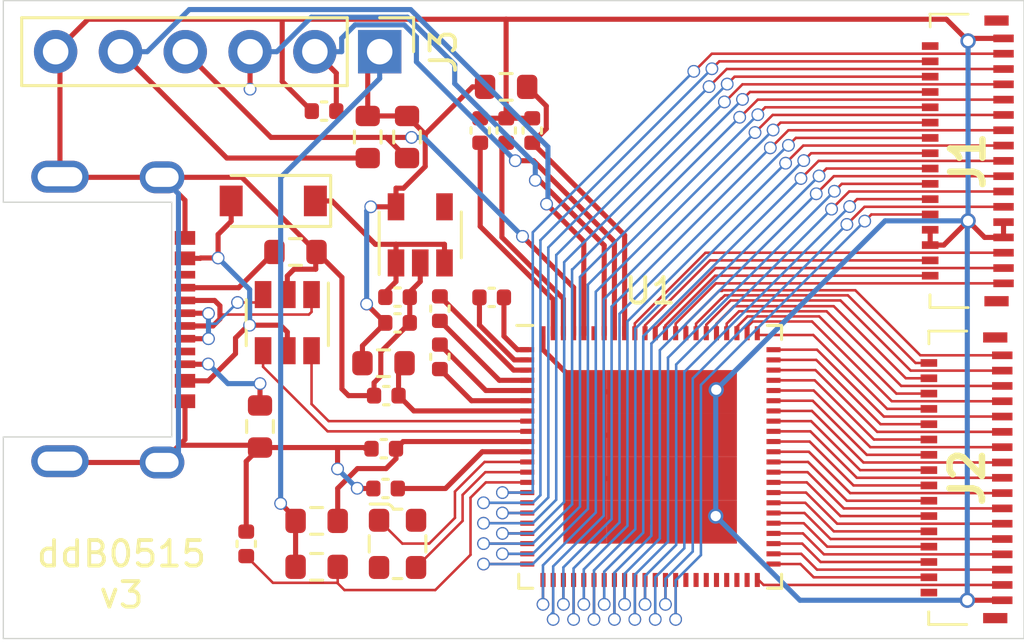
<source format=kicad_pcb>
(kicad_pcb (version 20171130) (host pcbnew 5.1.7-a382d34a8~88~ubuntu20.04.1)

  (general
    (thickness 1.6)
    (drawings 10)
    (tracks 720)
    (zones 0)
    (modules 30)
    (nets 88)
  )

  (page A4)
  (title_block
    (title ILI2511-N7)
    (date 2020-12-09)
    (rev v3)
    (company ddb0515)
  )

  (layers
    (0 F.Cu signal)
    (31 B.Cu signal)
    (32 B.Adhes user)
    (33 F.Adhes user)
    (34 B.Paste user)
    (35 F.Paste user)
    (36 B.SilkS user)
    (37 F.SilkS user)
    (38 B.Mask user)
    (39 F.Mask user)
    (40 Dwgs.User user)
    (41 Cmts.User user)
    (42 Eco1.User user)
    (43 Eco2.User user)
    (44 Edge.Cuts user)
    (45 Margin user)
    (46 B.CrtYd user)
    (47 F.CrtYd user)
    (48 B.Fab user)
    (49 F.Fab user)
  )

  (setup
    (last_trace_width 0.2)
    (trace_clearance 0.1)
    (zone_clearance 0.508)
    (zone_45_only no)
    (trace_min 0.1)
    (via_size 0.5)
    (via_drill 0.4)
    (via_min_size 0.4)
    (via_min_drill 0.3)
    (uvia_size 0.3)
    (uvia_drill 0.1)
    (uvias_allowed no)
    (uvia_min_size 0.2)
    (uvia_min_drill 0.1)
    (edge_width 0.05)
    (segment_width 0.2)
    (pcb_text_width 0.3)
    (pcb_text_size 1.5 1.5)
    (mod_edge_width 0.12)
    (mod_text_size 1 1)
    (mod_text_width 0.15)
    (pad_size 0.8 0.95)
    (pad_drill 0)
    (pad_to_mask_clearance 0)
    (aux_axis_origin 0 0)
    (visible_elements FFFFFF7F)
    (pcbplotparams
      (layerselection 0x010f0_ffffffff)
      (usegerberextensions true)
      (usegerberattributes false)
      (usegerberadvancedattributes false)
      (creategerberjobfile false)
      (excludeedgelayer true)
      (linewidth 0.100000)
      (plotframeref false)
      (viasonmask false)
      (mode 1)
      (useauxorigin false)
      (hpglpennumber 1)
      (hpglpenspeed 20)
      (hpglpendiameter 15.000000)
      (psnegative false)
      (psa4output false)
      (plotreference true)
      (plotvalue false)
      (plotinvisibletext false)
      (padsonsilk true)
      (subtractmaskfromsilk false)
      (outputformat 1)
      (mirror false)
      (drillshape 0)
      (scaleselection 1)
      (outputdirectory "gerbers/"))
  )

  (net 0 "")
  (net 1 "Net-(C1-Pad2)")
  (net 2 GND)
  (net 3 "Net-(C2-Pad2)")
  (net 4 "Net-(C3-Pad2)")
  (net 5 "Net-(C4-Pad1)")
  (net 6 "Net-(C5-Pad2)")
  (net 7 "Net-(C5-Pad1)")
  (net 8 "Net-(C6-Pad2)")
  (net 9 "Net-(C6-Pad1)")
  (net 10 "Net-(C7-Pad2)")
  (net 11 "Net-(C7-Pad1)")
  (net 12 "Net-(C8-Pad1)")
  (net 13 "Net-(C9-Pad2)")
  (net 14 "Net-(C10-Pad2)")
  (net 15 "Net-(C11-Pad2)")
  (net 16 /I2C_RST)
  (net 17 /3V3)
  (net 18 /VUSB)
  (net 19 /TX5)
  (net 20 /TX4)
  (net 21 /TX3)
  (net 22 /TX2)
  (net 23 /TX1)
  (net 24 /RX22)
  (net 25 /RX21)
  (net 26 /RX20)
  (net 27 /RX19)
  (net 28 /RX18)
  (net 29 /RX17)
  (net 30 /RX16)
  (net 31 /RX15)
  (net 32 /RX14)
  (net 33 /RX13)
  (net 34 /RX12)
  (net 35 /RX11)
  (net 36 /RX10)
  (net 37 /RX9)
  (net 38 /RX8)
  (net 39 /RX7)
  (net 40 /RX6)
  (net 41 /RX5)
  (net 42 /RX4)
  (net 43 /RX3)
  (net 44 /RX2)
  (net 45 /RX1)
  (net 46 /TX36)
  (net 47 /TX35)
  (net 48 /TX34)
  (net 49 /TX33)
  (net 50 /TX32)
  (net 51 /TX31)
  (net 52 /TX30)
  (net 53 /TX29)
  (net 54 /TX28)
  (net 55 /TX27)
  (net 56 /TX26)
  (net 57 /TX25)
  (net 58 /TX24)
  (net 59 /TX23)
  (net 60 /TX22)
  (net 61 /TX21)
  (net 62 /TX20)
  (net 63 /TX19)
  (net 64 /TX18)
  (net 65 /TX17)
  (net 66 /TX16)
  (net 67 /TX15)
  (net 68 /TX14)
  (net 69 /TX13)
  (net 70 /TX12)
  (net 71 /TX11)
  (net 72 /TX10)
  (net 73 /TX9)
  (net 74 /TX8)
  (net 75 /TX7)
  (net 76 /TX6)
  (net 77 /I2C_SCL)
  (net 78 /I2C_SDA)
  (net 79 /I2C_INT)
  (net 80 "Net-(J4-PadB5)")
  (net 81 "Net-(J4-PadA5)")
  (net 82 /D+)
  (net 83 /D-)
  (net 84 "Net-(U1-Pad13)")
  (net 85 "Net-(U1-Pad12)")
  (net 86 /USB_D+)
  (net 87 /USB_D-)

  (net_class Default "This is the default net class."
    (clearance 0.1)
    (trace_width 0.2)
    (via_dia 0.5)
    (via_drill 0.4)
    (uvia_dia 0.3)
    (uvia_drill 0.1)
    (diff_pair_width 0.2)
    (diff_pair_gap 0.2)
    (add_net /3V3)
    (add_net /I2C_INT)
    (add_net /I2C_RST)
    (add_net /I2C_SCL)
    (add_net /I2C_SDA)
    (add_net /VUSB)
    (add_net GND)
    (add_net "Net-(C1-Pad2)")
    (add_net "Net-(C10-Pad2)")
    (add_net "Net-(C11-Pad2)")
    (add_net "Net-(C2-Pad2)")
    (add_net "Net-(C4-Pad1)")
    (add_net "Net-(C5-Pad1)")
    (add_net "Net-(C5-Pad2)")
    (add_net "Net-(C6-Pad1)")
    (add_net "Net-(C6-Pad2)")
    (add_net "Net-(C7-Pad1)")
    (add_net "Net-(C7-Pad2)")
    (add_net "Net-(C8-Pad1)")
    (add_net "Net-(C9-Pad2)")
    (add_net "Net-(J4-PadA5)")
    (add_net "Net-(J4-PadB5)")
  )

  (net_class RxTx ""
    (clearance 0.1)
    (trace_width 0.1)
    (via_dia 0.5)
    (via_drill 0.4)
    (uvia_dia 0.3)
    (uvia_drill 0.1)
    (diff_pair_width 0.2)
    (diff_pair_gap 0.2)
    (add_net /D+)
    (add_net /D-)
    (add_net /RX1)
    (add_net /RX10)
    (add_net /RX11)
    (add_net /RX12)
    (add_net /RX13)
    (add_net /RX14)
    (add_net /RX15)
    (add_net /RX16)
    (add_net /RX17)
    (add_net /RX18)
    (add_net /RX19)
    (add_net /RX2)
    (add_net /RX20)
    (add_net /RX21)
    (add_net /RX22)
    (add_net /RX3)
    (add_net /RX4)
    (add_net /RX5)
    (add_net /RX6)
    (add_net /RX7)
    (add_net /RX8)
    (add_net /RX9)
    (add_net /TX1)
    (add_net /TX10)
    (add_net /TX11)
    (add_net /TX12)
    (add_net /TX13)
    (add_net /TX14)
    (add_net /TX15)
    (add_net /TX16)
    (add_net /TX17)
    (add_net /TX18)
    (add_net /TX19)
    (add_net /TX2)
    (add_net /TX20)
    (add_net /TX21)
    (add_net /TX22)
    (add_net /TX23)
    (add_net /TX24)
    (add_net /TX25)
    (add_net /TX26)
    (add_net /TX27)
    (add_net /TX28)
    (add_net /TX29)
    (add_net /TX3)
    (add_net /TX30)
    (add_net /TX31)
    (add_net /TX32)
    (add_net /TX33)
    (add_net /TX34)
    (add_net /TX35)
    (add_net /TX36)
    (add_net /TX4)
    (add_net /TX5)
    (add_net /TX6)
    (add_net /TX7)
    (add_net /TX8)
    (add_net /TX9)
    (add_net /USB_D+)
    (add_net /USB_D-)
    (add_net "Net-(C3-Pad2)")
    (add_net "Net-(U1-Pad12)")
    (add_net "Net-(U1-Pad13)")
  )

  (module IC_pretty:ILITEK-2511 (layer F.Cu) (tedit 5FD15233) (tstamp 5FD2601E)
    (at 153.35 81.88)
    (descr "Touch IC")
    (tags ILITEK-2511)
    (path /5FA6D932)
    (attr smd)
    (fp_text reference U1 (at 0 -6.5) (layer F.SilkS)
      (effects (font (size 1 1) (thickness 0.15)))
    )
    (fp_text value ILITEK2511 (at 0 6.5) (layer F.Fab)
      (effects (font (size 1 1) (thickness 0.15)))
    )
    (fp_line (start -4 -5) (end -5 -4) (layer F.Fab) (width 0.15))
    (fp_line (start -5 -4) (end -5 5) (layer F.Fab) (width 0.15))
    (fp_line (start -5 5) (end 5 5) (layer F.Fab) (width 0.15))
    (fp_line (start 5 5) (end 5 -5) (layer F.Fab) (width 0.15))
    (fp_line (start 5 -5) (end -4 -5) (layer F.Fab) (width 0.15))
    (fp_line (start 4.6 -5.15) (end 5.15 -5.15) (layer F.SilkS) (width 0.12))
    (fp_line (start 5.15 -5.15) (end 5.15 -4.6) (layer F.SilkS) (width 0.12))
    (fp_line (start 4.6 5.15) (end 5.15 5.15) (layer F.SilkS) (width 0.12))
    (fp_line (start 5.15 5.15) (end 5.15 4.6) (layer F.SilkS) (width 0.12))
    (fp_line (start -4.6 5.15) (end -5.15 5.15) (layer F.SilkS) (width 0.12))
    (fp_line (start -5.15 5.15) (end -5.15 4.6) (layer F.SilkS) (width 0.12))
    (fp_line (start -4.6 -5.15) (end -5.225 -5.15) (layer F.SilkS) (width 0.12))
    (fp_line (start -5.5 -5.5) (end 5.5 -5.5) (layer F.CrtYd) (width 0.05))
    (fp_line (start 5.5 -5.5) (end 5.5 5.5) (layer F.CrtYd) (width 0.05))
    (fp_line (start 5.5 5.5) (end -5.5 5.5) (layer F.CrtYd) (width 0.05))
    (fp_line (start -5.5 5.5) (end -5.5 -5.5) (layer F.CrtYd) (width 0.05))
    (pad 1 smd rect (at -4.82 -4.2 90) (size 0.2 0.55) (layers F.Cu F.Paste F.Mask)
      (net 7 "Net-(C5-Pad1)"))
    (pad 2 smd rect (at -4.82 -3.8 90) (size 0.2 0.55) (layers F.Cu F.Paste F.Mask)
      (net 6 "Net-(C5-Pad2)"))
    (pad 3 smd rect (at -4.815 -3.4 90) (size 0.2 0.55) (layers F.Cu F.Paste F.Mask)
      (net 9 "Net-(C6-Pad1)"))
    (pad 4 smd rect (at -4.815 -3 90) (size 0.2 0.55) (layers F.Cu F.Paste F.Mask)
      (net 8 "Net-(C6-Pad2)"))
    (pad 5 smd rect (at -4.815 -2.6 90) (size 0.2 0.55) (layers F.Cu F.Paste F.Mask)
      (net 11 "Net-(C7-Pad1)"))
    (pad 6 smd rect (at -4.815 -2.2 90) (size 0.2 0.55) (layers F.Cu F.Paste F.Mask)
      (net 10 "Net-(C7-Pad2)"))
    (pad 7 smd rect (at -4.815 -1.8 90) (size 0.2 0.55) (layers F.Cu F.Paste F.Mask)
      (net 3 "Net-(C2-Pad2)"))
    (pad 8 smd rect (at -4.815 -1.4 90) (size 0.2 0.55) (layers F.Cu F.Paste F.Mask)
      (net 87 /USB_D-))
    (pad 9 smd rect (at -4.815 -1 90) (size 0.2 0.55) (layers F.Cu F.Paste F.Mask)
      (net 86 /USB_D+))
    (pad 10 smd rect (at -4.815 -0.6 90) (size 0.2 0.55) (layers F.Cu F.Paste F.Mask)
      (net 1 "Net-(C1-Pad2)"))
    (pad 11 smd rect (at -4.815 -0.2 90) (size 0.2 0.55) (layers F.Cu F.Paste F.Mask)
      (net 5 "Net-(C4-Pad1)"))
    (pad 12 smd rect (at -4.815 0.2 90) (size 0.2 0.55) (layers F.Cu F.Paste F.Mask)
      (net 85 "Net-(U1-Pad12)"))
    (pad 13 smd rect (at -4.815 0.6 90) (size 0.2 0.55) (layers F.Cu F.Paste F.Mask)
      (net 84 "Net-(U1-Pad13)"))
    (pad 14 smd rect (at -4.815 1 90) (size 0.2 0.55) (layers F.Cu F.Paste F.Mask)
      (net 4 "Net-(C3-Pad2)"))
    (pad 15 smd rect (at -4.815 1.4 90) (size 0.2 0.55) (layers F.Cu F.Paste F.Mask)
      (net 45 /RX1))
    (pad 16 smd rect (at -4.815 1.8 90) (size 0.2 0.55) (layers F.Cu F.Paste F.Mask)
      (net 44 /RX2))
    (pad 17 smd rect (at -4.815 2.2 90) (size 0.2 0.55) (layers F.Cu F.Paste F.Mask)
      (net 43 /RX3))
    (pad 18 smd rect (at -4.815 2.6 90) (size 0.2 0.55) (layers F.Cu F.Paste F.Mask)
      (net 42 /RX4))
    (pad 19 smd rect (at -4.815 3 90) (size 0.2 0.55) (layers F.Cu F.Paste F.Mask)
      (net 41 /RX5))
    (pad 20 smd rect (at -4.815 3.4 90) (size 0.2 0.55) (layers F.Cu F.Paste F.Mask)
      (net 40 /RX6))
    (pad 21 smd rect (at -4.815 3.8 90) (size 0.2 0.55) (layers F.Cu F.Paste F.Mask)
      (net 39 /RX7))
    (pad 22 smd rect (at -4.815 4.2 90) (size 0.2 0.55) (layers F.Cu F.Paste F.Mask)
      (net 38 /RX8))
    (pad 23 smd rect (at -4.2 4.825) (size 0.2 0.55) (layers F.Cu F.Paste F.Mask)
      (net 37 /RX9))
    (pad 24 smd rect (at -3.8 4.825) (size 0.2 0.55) (layers F.Cu F.Paste F.Mask)
      (net 36 /RX10))
    (pad 25 smd rect (at -3.4 4.825) (size 0.2 0.55) (layers F.Cu F.Paste F.Mask)
      (net 35 /RX11))
    (pad 26 smd rect (at -3 4.825) (size 0.2 0.55) (layers F.Cu F.Paste F.Mask)
      (net 34 /RX12))
    (pad 27 smd rect (at -2.6 4.825) (size 0.2 0.55) (layers F.Cu F.Paste F.Mask)
      (net 33 /RX13))
    (pad 28 smd rect (at -2.2 4.825) (size 0.2 0.55) (layers F.Cu F.Paste F.Mask)
      (net 32 /RX14))
    (pad 29 smd rect (at -1.8 4.825) (size 0.2 0.55) (layers F.Cu F.Paste F.Mask)
      (net 31 /RX15))
    (pad 30 smd rect (at -1.4 4.825) (size 0.2 0.55) (layers F.Cu F.Paste F.Mask)
      (net 30 /RX16))
    (pad 31 smd rect (at -1 4.825) (size 0.2 0.55) (layers F.Cu F.Paste F.Mask)
      (net 29 /RX17))
    (pad 32 smd rect (at -0.6 4.825) (size 0.2 0.55) (layers F.Cu F.Paste F.Mask)
      (net 28 /RX18))
    (pad 33 smd rect (at -0.2 4.825) (size 0.2 0.55) (layers F.Cu F.Paste F.Mask)
      (net 27 /RX19))
    (pad 34 smd rect (at 0.2 4.825) (size 0.2 0.55) (layers F.Cu F.Paste F.Mask)
      (net 26 /RX20))
    (pad 35 smd rect (at 0.6 4.825) (size 0.2 0.55) (layers F.Cu F.Paste F.Mask)
      (net 25 /RX21))
    (pad 36 smd rect (at 1 4.825) (size 0.2 0.55) (layers F.Cu F.Paste F.Mask)
      (net 24 /RX22))
    (pad 37 smd rect (at 1.4 4.825) (size 0.2 0.55) (layers F.Cu F.Paste F.Mask))
    (pad 38 smd rect (at 1.8 4.825) (size 0.2 0.55) (layers F.Cu F.Paste F.Mask))
    (pad 39 smd rect (at 2.2 4.825) (size 0.2 0.55) (layers F.Cu F.Paste F.Mask))
    (pad 40 smd rect (at 2.6 4.825) (size 0.2 0.55) (layers F.Cu F.Paste F.Mask))
    (pad 41 smd rect (at 3 4.825) (size 0.2 0.55) (layers F.Cu F.Paste F.Mask))
    (pad 42 smd rect (at 3.4 4.825) (size 0.2 0.55) (layers F.Cu F.Paste F.Mask))
    (pad 43 smd rect (at 3.8 4.825) (size 0.2 0.55) (layers F.Cu F.Paste F.Mask))
    (pad 44 smd rect (at 4.2 4.825) (size 0.2 0.55) (layers F.Cu F.Paste F.Mask)
      (net 46 /TX36))
    (pad 45 smd rect (at 4.835 4.2 90) (size 0.2 0.55) (layers F.Cu F.Paste F.Mask)
      (net 47 /TX35))
    (pad 46 smd rect (at 4.835 3.8 90) (size 0.2 0.55) (layers F.Cu F.Paste F.Mask)
      (net 48 /TX34))
    (pad 47 smd rect (at 4.835 3.4 90) (size 0.2 0.55) (layers F.Cu F.Paste F.Mask)
      (net 49 /TX33))
    (pad 48 smd rect (at 4.835 3 90) (size 0.2 0.55) (layers F.Cu F.Paste F.Mask)
      (net 50 /TX32))
    (pad 49 smd rect (at 4.835 2.6 90) (size 0.2 0.55) (layers F.Cu F.Paste F.Mask)
      (net 51 /TX31))
    (pad 50 smd rect (at 4.835 2.2 90) (size 0.2 0.55) (layers F.Cu F.Paste F.Mask)
      (net 52 /TX30))
    (pad 51 smd rect (at 4.835 1.8 90) (size 0.2 0.55) (layers F.Cu F.Paste F.Mask)
      (net 53 /TX29))
    (pad 52 smd rect (at 4.835 1.4 90) (size 0.2 0.55) (layers F.Cu F.Paste F.Mask)
      (net 54 /TX28))
    (pad 53 smd rect (at 4.835 1 90) (size 0.2 0.55) (layers F.Cu F.Paste F.Mask)
      (net 55 /TX27))
    (pad 54 smd rect (at 4.835 0.6 90) (size 0.2 0.55) (layers F.Cu F.Paste F.Mask)
      (net 56 /TX26))
    (pad 55 smd rect (at 4.835 0.2 90) (size 0.2 0.55) (layers F.Cu F.Paste F.Mask)
      (net 57 /TX25))
    (pad 56 smd rect (at 4.835 -0.2 90) (size 0.2 0.55) (layers F.Cu F.Paste F.Mask)
      (net 58 /TX24))
    (pad 57 smd rect (at 4.835 -0.6 90) (size 0.2 0.55) (layers F.Cu F.Paste F.Mask)
      (net 59 /TX23))
    (pad 58 smd rect (at 4.835 -1 90) (size 0.2 0.55) (layers F.Cu F.Paste F.Mask)
      (net 60 /TX22))
    (pad 59 smd rect (at 4.835 -1.4 90) (size 0.2 0.55) (layers F.Cu F.Paste F.Mask)
      (net 61 /TX21))
    (pad 60 smd rect (at 4.835 -1.8 90) (size 0.2 0.55) (layers F.Cu F.Paste F.Mask)
      (net 62 /TX20))
    (pad 61 smd rect (at 4.835 -2.2 90) (size 0.2 0.55) (layers F.Cu F.Paste F.Mask)
      (net 63 /TX19))
    (pad 62 smd rect (at 4.835 -2.6 90) (size 0.2 0.55) (layers F.Cu F.Paste F.Mask)
      (net 64 /TX18))
    (pad 63 smd rect (at 4.835 -3 90) (size 0.2 0.55) (layers F.Cu F.Paste F.Mask)
      (net 65 /TX17))
    (pad 64 smd rect (at 4.835 -3.4 90) (size 0.2 0.55) (layers F.Cu F.Paste F.Mask)
      (net 66 /TX16))
    (pad 65 smd rect (at 4.835 -3.8 90) (size 0.2 0.55) (layers F.Cu F.Paste F.Mask)
      (net 67 /TX15))
    (pad 66 smd rect (at 4.835 -4.2 90) (size 0.2 0.55) (layers F.Cu F.Paste F.Mask)
      (net 68 /TX14))
    (pad 67 smd rect (at 4.2 -4.845) (size 0.2 0.55) (layers F.Cu F.Paste F.Mask)
      (net 69 /TX13))
    (pad 68 smd rect (at 3.8 -4.845) (size 0.2 0.55) (layers F.Cu F.Paste F.Mask)
      (net 70 /TX12))
    (pad 69 smd rect (at 3.4 -4.845) (size 0.2 0.55) (layers F.Cu F.Paste F.Mask)
      (net 71 /TX11))
    (pad 70 smd rect (at 3 -4.845) (size 0.2 0.55) (layers F.Cu F.Paste F.Mask)
      (net 72 /TX10))
    (pad 71 smd rect (at 2.6 -4.845) (size 0.2 0.55) (layers F.Cu F.Paste F.Mask)
      (net 73 /TX9))
    (pad 72 smd rect (at 2.2 -4.845) (size 0.2 0.55) (layers F.Cu F.Paste F.Mask)
      (net 74 /TX8))
    (pad 73 smd rect (at 1.8 -4.845) (size 0.2 0.55) (layers F.Cu F.Paste F.Mask)
      (net 75 /TX7))
    (pad 74 smd rect (at 1.4 -4.845) (size 0.2 0.55) (layers F.Cu F.Paste F.Mask)
      (net 76 /TX6))
    (pad 75 smd rect (at 1 -4.845) (size 0.2 0.55) (layers F.Cu F.Paste F.Mask)
      (net 19 /TX5))
    (pad 76 smd rect (at 0.6 -4.845) (size 0.2 0.55) (layers F.Cu F.Paste F.Mask)
      (net 20 /TX4))
    (pad 77 smd rect (at 0.2 -4.845) (size 0.2 0.55) (layers F.Cu F.Paste F.Mask)
      (net 21 /TX3))
    (pad 78 smd rect (at -0.2 -4.845) (size 0.2 0.55) (layers F.Cu F.Paste F.Mask)
      (net 22 /TX2))
    (pad 79 smd rect (at -0.6 -4.845) (size 0.2 0.55) (layers F.Cu F.Paste F.Mask)
      (net 23 /TX1))
    (pad 80 smd rect (at -1 -4.845) (size 0.2 0.55) (layers F.Cu F.Paste F.Mask)
      (net 14 "Net-(C10-Pad2)"))
    (pad 81 smd rect (at -1.4 -4.845) (size 0.2 0.55) (layers F.Cu F.Paste F.Mask)
      (net 16 /I2C_RST))
    (pad 82 smd rect (at -1.8 -4.845) (size 0.2 0.55) (layers F.Cu F.Paste F.Mask)
      (net 79 /I2C_INT))
    (pad 83 smd rect (at -2.2 -4.845) (size 0.2 0.55) (layers F.Cu F.Paste F.Mask))
    (pad 84 smd rect (at -2.6 -4.845) (size 0.2 0.55) (layers F.Cu F.Paste F.Mask)
      (net 77 /I2C_SCL))
    (pad 85 smd rect (at -3 -4.845) (size 0.2 0.55) (layers F.Cu F.Paste F.Mask)
      (net 78 /I2C_SDA))
    (pad 86 smd rect (at -3.4 -4.845) (size 0.2 0.55) (layers F.Cu F.Paste F.Mask)
      (net 15 "Net-(C11-Pad2)"))
    (pad 87 smd rect (at -3.8 -4.845) (size 0.2 0.55) (layers F.Cu F.Paste F.Mask)
      (net 13 "Net-(C9-Pad2)"))
    (pad 88 smd rect (at -4.2 -4.845) (size 0.2 0.55) (layers F.Cu F.Paste F.Mask)
      (net 2 GND))
    (pad 89 smd rect (at -2.55 -2.55) (size 1.7 1.7) (layers F.Cu F.Paste F.Mask)
      (net 2 GND) (solder_paste_margin -0.75))
    (pad 89 smd rect (at -2.55 -0.85) (size 1.7 1.7) (layers F.Cu F.Paste F.Mask)
      (net 2 GND) (solder_paste_margin -0.75))
    (pad 89 smd rect (at -2.55 0.85) (size 1.7 1.7) (layers F.Cu F.Paste F.Mask)
      (net 2 GND) (solder_paste_margin -0.75))
    (pad 89 smd rect (at -2.55 2.55) (size 1.7 1.7) (layers F.Cu F.Paste F.Mask)
      (net 2 GND) (solder_paste_margin -0.75))
    (pad 89 smd rect (at -0.85 -2.55) (size 1.7 1.7) (layers F.Cu F.Paste F.Mask)
      (net 2 GND) (solder_paste_margin -0.75))
    (pad 89 smd rect (at -0.85 -0.85) (size 1.7 1.7) (layers F.Cu F.Paste F.Mask)
      (net 2 GND) (solder_paste_margin -0.75))
    (pad 89 smd rect (at -0.85 0.85) (size 1.7 1.7) (layers F.Cu F.Paste F.Mask)
      (net 2 GND) (solder_paste_margin -0.75))
    (pad 89 smd rect (at -0.85 2.55) (size 1.7 1.7) (layers F.Cu F.Paste F.Mask)
      (net 2 GND) (solder_paste_margin -0.75))
    (pad 89 smd rect (at 0.85 -2.55) (size 1.7 1.7) (layers F.Cu F.Paste F.Mask)
      (net 2 GND) (solder_paste_margin -0.75))
    (pad 89 smd rect (at 0.85 -0.85) (size 1.7 1.7) (layers F.Cu F.Paste F.Mask)
      (net 2 GND) (solder_paste_margin -0.75))
    (pad 89 smd rect (at 0.85 0.85) (size 1.7 1.7) (layers F.Cu F.Paste F.Mask)
      (net 2 GND) (solder_paste_margin -0.75))
    (pad 89 smd rect (at 0.85 2.55) (size 1.7 1.7) (layers F.Cu F.Paste F.Mask)
      (net 2 GND) (solder_paste_margin -0.75))
    (pad 89 smd rect (at 2.55 -2.55) (size 1.7 1.7) (layers F.Cu F.Paste F.Mask)
      (net 2 GND) (solder_paste_margin -0.75))
    (pad 89 smd rect (at 2.55 -0.85) (size 1.7 1.7) (layers F.Cu F.Paste F.Mask)
      (net 2 GND) (solder_paste_margin -0.75))
    (pad 89 smd rect (at 2.55 0.85) (size 1.7 1.7) (layers F.Cu F.Paste F.Mask)
      (net 2 GND) (solder_paste_margin -0.75))
    (pad 89 smd rect (at 2.55 2.55) (size 1.7 1.7) (layers F.Cu F.Paste F.Mask)
      (net 2 GND) (solder_paste_margin -0.75))
    (model ${KIPRJMOD}/kicad-libs/IC.pretty/ILI2511.step
      (at (xyz 0 0 0))
      (scale (xyz 1 1 1))
      (rotate (xyz 0 0 0))
    )
  )

  (module Connectors_pretty:FH35C33S03SHW (layer F.Cu) (tedit 5FB8580C) (tstamp 5FB97609)
    (at 164 70.28 90)
    (descr FH35C-33S-0.3SHW)
    (tags Connector)
    (path /5FBA4832)
    (attr smd)
    (fp_text reference J1 (at 0 1.8 90) (layer F.SilkS)
      (effects (font (size 1.27 1.27) (thickness 0.254)))
    )
    (fp_text value FH35C-33S-0.3SHW (at 0 2.305 90) (layer F.SilkS) hide
      (effects (font (size 1.27 1.27) (thickness 0.254)))
    )
    (fp_line (start 5.75 1.81) (end 5.75 0.31) (layer F.SilkS) (width 0.1))
    (fp_line (start 5.75 1.81) (end 5.75 1.81) (layer F.SilkS) (width 0.1))
    (fp_line (start 5.75 0.31) (end 5.75 1.81) (layer F.SilkS) (width 0.1))
    (fp_line (start 5.75 0.31) (end 5.75 0.31) (layer F.SilkS) (width 0.1))
    (fp_line (start -5.75 0.325) (end -5.75 1.81) (layer F.SilkS) (width 0.1))
    (fp_line (start -5.75 0.325) (end -5.75 0.325) (layer F.SilkS) (width 0.1))
    (fp_line (start -5.75 1.81) (end -5.75 0.325) (layer F.SilkS) (width 0.1))
    (fp_line (start -5.75 1.81) (end -5.75 1.81) (layer F.SilkS) (width 0.1))
    (fp_line (start 5.25 0.325) (end 5.25 0.325) (layer F.SilkS) (width 0.1))
    (fp_line (start 5.75 0.325) (end 5.25 0.325) (layer F.SilkS) (width 0.1))
    (fp_line (start 5.75 0.325) (end 5.75 0.325) (layer F.SilkS) (width 0.1))
    (fp_line (start 5.25 0.325) (end 5.75 0.325) (layer F.SilkS) (width 0.1))
    (fp_line (start -5.75 0.31) (end -5.75 0.325) (layer F.SilkS) (width 0.1))
    (fp_line (start -5.25 0.31) (end -5.75 0.31) (layer F.SilkS) (width 0.1))
    (fp_line (start -5.25 0.325) (end -5.25 0.31) (layer F.SilkS) (width 0.1))
    (fp_line (start -5.75 0.325) (end -5.25 0.325) (layer F.SilkS) (width 0.1))
    (fp_line (start -5.75 0.31) (end -5.75 3.31) (layer F.Fab) (width 0.2))
    (fp_line (start 5.75 0.31) (end -5.75 0.31) (layer F.Fab) (width 0.2))
    (fp_line (start 5.75 3.31) (end 5.75 0.31) (layer F.Fab) (width 0.2))
    (fp_line (start -5.75 3.31) (end 5.75 3.31) (layer F.Fab) (width 0.2))
    (fp_text user %R (at 0 1.8 90) (layer F.Fab)
      (effects (font (size 1.27 1.27) (thickness 0.254)))
    )
    (pad 1 smd rect (at 4.8 3.2 90) (size 0.3 0.8) (layers F.Cu F.Paste F.Mask)
      (net 2 GND))
    (pad 2 smd rect (at 4.5 0.325 90) (size 0.3 0.65) (layers F.Cu F.Paste F.Mask))
    (pad 3 smd rect (at 4.2 3.2 90) (size 0.3 0.8) (layers F.Cu F.Paste F.Mask)
      (net 45 /RX1))
    (pad 4 smd rect (at 3.9 0.325 90) (size 0.3 0.65) (layers F.Cu F.Paste F.Mask)
      (net 44 /RX2))
    (pad 5 smd rect (at 3.6 3.2 90) (size 0.3 0.8) (layers F.Cu F.Paste F.Mask)
      (net 43 /RX3))
    (pad 6 smd rect (at 3.3 0.325 90) (size 0.3 0.65) (layers F.Cu F.Paste F.Mask)
      (net 42 /RX4))
    (pad 7 smd rect (at 3 3.2 90) (size 0.3 0.8) (layers F.Cu F.Paste F.Mask)
      (net 41 /RX5))
    (pad 8 smd rect (at 2.7 0.325 90) (size 0.3 0.65) (layers F.Cu F.Paste F.Mask)
      (net 40 /RX6))
    (pad 9 smd rect (at 2.4 3.2 90) (size 0.3 0.8) (layers F.Cu F.Paste F.Mask)
      (net 39 /RX7))
    (pad 10 smd rect (at 2.1 0.325 90) (size 0.3 0.65) (layers F.Cu F.Paste F.Mask)
      (net 38 /RX8))
    (pad 11 smd rect (at 1.8 3.2 90) (size 0.3 0.8) (layers F.Cu F.Paste F.Mask)
      (net 37 /RX9))
    (pad 12 smd rect (at 1.5 0.325 90) (size 0.3 0.65) (layers F.Cu F.Paste F.Mask)
      (net 36 /RX10))
    (pad 13 smd rect (at 1.2 3.2 90) (size 0.3 0.8) (layers F.Cu F.Paste F.Mask)
      (net 35 /RX11))
    (pad 14 smd rect (at 0.9 0.325 90) (size 0.3 0.65) (layers F.Cu F.Paste F.Mask)
      (net 34 /RX12))
    (pad 15 smd rect (at 0.6 3.2 90) (size 0.3 0.8) (layers F.Cu F.Paste F.Mask)
      (net 33 /RX13))
    (pad 16 smd rect (at 0.3 0.325 90) (size 0.3 0.65) (layers F.Cu F.Paste F.Mask)
      (net 32 /RX14))
    (pad 17 smd rect (at 0 3.2 90) (size 0.3 0.8) (layers F.Cu F.Paste F.Mask)
      (net 31 /RX15))
    (pad 18 smd rect (at -0.3 0.325 90) (size 0.3 0.65) (layers F.Cu F.Paste F.Mask)
      (net 30 /RX16))
    (pad 19 smd rect (at -0.6 3.2 90) (size 0.3 0.8) (layers F.Cu F.Paste F.Mask)
      (net 29 /RX17))
    (pad 20 smd rect (at -0.9 0.325 90) (size 0.3 0.65) (layers F.Cu F.Paste F.Mask)
      (net 28 /RX18))
    (pad 21 smd rect (at -1.2 3.2 90) (size 0.3 0.8) (layers F.Cu F.Paste F.Mask)
      (net 27 /RX19))
    (pad 22 smd rect (at -1.5 0.325 90) (size 0.3 0.65) (layers F.Cu F.Paste F.Mask)
      (net 26 /RX20))
    (pad 23 smd rect (at -1.8 3.2 90) (size 0.3 0.8) (layers F.Cu F.Paste F.Mask)
      (net 25 /RX21))
    (pad 24 smd rect (at -2.1 0.325 90) (size 0.3 0.65) (layers F.Cu F.Paste F.Mask)
      (net 24 /RX22))
    (pad 25 smd rect (at -2.4 3.2 90) (size 0.3 0.8) (layers F.Cu F.Paste F.Mask)
      (net 2 GND))
    (pad 26 smd rect (at -2.7 0.325 90) (size 0.3 0.65) (layers F.Cu F.Paste F.Mask)
      (net 2 GND))
    (pad 27 smd rect (at -3 3.2 90) (size 0.3 0.8) (layers F.Cu F.Paste F.Mask)
      (net 2 GND))
    (pad 28 smd rect (at -3.3 0.325 90) (size 0.3 0.65) (layers F.Cu F.Paste F.Mask)
      (net 2 GND))
    (pad 29 smd rect (at -3.6 3.2 90) (size 0.3 0.8) (layers F.Cu F.Paste F.Mask)
      (net 23 /TX1))
    (pad 30 smd rect (at -3.9 0.325 90) (size 0.3 0.65) (layers F.Cu F.Paste F.Mask)
      (net 22 /TX2))
    (pad 31 smd rect (at -4.2 3.2 90) (size 0.3 0.8) (layers F.Cu F.Paste F.Mask)
      (net 21 /TX3))
    (pad 32 smd rect (at -4.5 0.325 90) (size 0.3 0.65) (layers F.Cu F.Paste F.Mask)
      (net 20 /TX4))
    (pad 33 smd rect (at -4.8 3.2 90) (size 0.3 0.8) (layers F.Cu F.Paste F.Mask)
      (net 19 /TX5))
    (pad MP1 smd rect (at 5.5 2.925 90) (size 0.4 0.95) (layers F.Cu F.Paste F.Mask))
    (pad MP2 smd rect (at -5.5 2.925 90) (size 0.4 0.95) (layers F.Cu F.Paste F.Mask))
    (model ${KIPRJMOD}/kicad-libs/Connectors.pretty/Molex-5025983393.stp
      (offset (xyz 0 -1.7 0.5))
      (scale (xyz 1 1 1))
      (rotate (xyz -90 0 0))
    )
  )

  (module Connectors_pretty:FH35C33S03SHW (layer F.Cu) (tedit 5FB8580C) (tstamp 5FB96E71)
    (at 163.95 82.7 90)
    (descr FH35C-33S-0.3SHW)
    (tags Connector)
    (path /5FB8A692)
    (attr smd)
    (fp_text reference J2 (at 0.01 1.83 90) (layer F.SilkS)
      (effects (font (size 1.27 1.27) (thickness 0.254)))
    )
    (fp_text value FH35C-33S-0.3SHW (at 0 2.305 90) (layer F.SilkS) hide
      (effects (font (size 1.27 1.27) (thickness 0.254)))
    )
    (fp_line (start 5.75 1.81) (end 5.75 0.31) (layer F.SilkS) (width 0.1))
    (fp_line (start 5.75 1.81) (end 5.75 1.81) (layer F.SilkS) (width 0.1))
    (fp_line (start 5.75 0.31) (end 5.75 1.81) (layer F.SilkS) (width 0.1))
    (fp_line (start 5.75 0.31) (end 5.75 0.31) (layer F.SilkS) (width 0.1))
    (fp_line (start -5.75 0.325) (end -5.75 1.81) (layer F.SilkS) (width 0.1))
    (fp_line (start -5.75 0.325) (end -5.75 0.325) (layer F.SilkS) (width 0.1))
    (fp_line (start -5.75 1.81) (end -5.75 0.325) (layer F.SilkS) (width 0.1))
    (fp_line (start -5.75 1.81) (end -5.75 1.81) (layer F.SilkS) (width 0.1))
    (fp_line (start 5.25 0.325) (end 5.25 0.325) (layer F.SilkS) (width 0.1))
    (fp_line (start 5.75 0.325) (end 5.25 0.325) (layer F.SilkS) (width 0.1))
    (fp_line (start 5.75 0.325) (end 5.75 0.325) (layer F.SilkS) (width 0.1))
    (fp_line (start 5.25 0.325) (end 5.75 0.325) (layer F.SilkS) (width 0.1))
    (fp_line (start -5.75 0.31) (end -5.75 0.325) (layer F.SilkS) (width 0.1))
    (fp_line (start -5.25 0.31) (end -5.75 0.31) (layer F.SilkS) (width 0.1))
    (fp_line (start -5.25 0.325) (end -5.25 0.31) (layer F.SilkS) (width 0.1))
    (fp_line (start -5.75 0.325) (end -5.25 0.325) (layer F.SilkS) (width 0.1))
    (fp_line (start -5.75 0.31) (end -5.75 3.31) (layer F.Fab) (width 0.2))
    (fp_line (start 5.75 0.31) (end -5.75 0.31) (layer F.Fab) (width 0.2))
    (fp_line (start 5.75 3.31) (end 5.75 0.31) (layer F.Fab) (width 0.2))
    (fp_line (start -5.75 3.31) (end 5.75 3.31) (layer F.Fab) (width 0.2))
    (fp_text user %R (at 0.01 1.83 90) (layer F.Fab)
      (effects (font (size 1.27 1.27) (thickness 0.254)))
    )
    (pad 1 smd rect (at 4.8 3.2 90) (size 0.3 0.8) (layers F.Cu F.Paste F.Mask)
      (net 76 /TX6))
    (pad 2 smd rect (at 4.5 0.325 90) (size 0.3 0.65) (layers F.Cu F.Paste F.Mask)
      (net 75 /TX7))
    (pad 3 smd rect (at 4.2 3.2 90) (size 0.3 0.8) (layers F.Cu F.Paste F.Mask)
      (net 74 /TX8))
    (pad 4 smd rect (at 3.9 0.325 90) (size 0.3 0.65) (layers F.Cu F.Paste F.Mask)
      (net 73 /TX9))
    (pad 5 smd rect (at 3.6 3.2 90) (size 0.3 0.8) (layers F.Cu F.Paste F.Mask)
      (net 72 /TX10))
    (pad 6 smd rect (at 3.3 0.325 90) (size 0.3 0.65) (layers F.Cu F.Paste F.Mask)
      (net 71 /TX11))
    (pad 7 smd rect (at 3 3.2 90) (size 0.3 0.8) (layers F.Cu F.Paste F.Mask)
      (net 70 /TX12))
    (pad 8 smd rect (at 2.7 0.325 90) (size 0.3 0.65) (layers F.Cu F.Paste F.Mask)
      (net 69 /TX13))
    (pad 9 smd rect (at 2.4 3.2 90) (size 0.3 0.8) (layers F.Cu F.Paste F.Mask)
      (net 68 /TX14))
    (pad 10 smd rect (at 2.1 0.325 90) (size 0.3 0.65) (layers F.Cu F.Paste F.Mask)
      (net 67 /TX15))
    (pad 11 smd rect (at 1.8 3.2 90) (size 0.3 0.8) (layers F.Cu F.Paste F.Mask)
      (net 66 /TX16))
    (pad 12 smd rect (at 1.5 0.325 90) (size 0.3 0.65) (layers F.Cu F.Paste F.Mask)
      (net 65 /TX17))
    (pad 13 smd rect (at 1.2 3.2 90) (size 0.3 0.8) (layers F.Cu F.Paste F.Mask)
      (net 64 /TX18))
    (pad 14 smd rect (at 0.9 0.325 90) (size 0.3 0.65) (layers F.Cu F.Paste F.Mask)
      (net 63 /TX19))
    (pad 15 smd rect (at 0.6 3.2 90) (size 0.3 0.8) (layers F.Cu F.Paste F.Mask)
      (net 62 /TX20))
    (pad 16 smd rect (at 0.3 0.325 90) (size 0.3 0.65) (layers F.Cu F.Paste F.Mask)
      (net 61 /TX21))
    (pad 17 smd rect (at 0 3.2 90) (size 0.3 0.8) (layers F.Cu F.Paste F.Mask)
      (net 60 /TX22))
    (pad 18 smd rect (at -0.3 0.325 90) (size 0.3 0.65) (layers F.Cu F.Paste F.Mask)
      (net 59 /TX23))
    (pad 19 smd rect (at -0.6 3.2 90) (size 0.3 0.8) (layers F.Cu F.Paste F.Mask)
      (net 58 /TX24))
    (pad 20 smd rect (at -0.9 0.325 90) (size 0.3 0.65) (layers F.Cu F.Paste F.Mask)
      (net 57 /TX25))
    (pad 21 smd rect (at -1.2 3.2 90) (size 0.3 0.8) (layers F.Cu F.Paste F.Mask)
      (net 56 /TX26))
    (pad 22 smd rect (at -1.5 0.325 90) (size 0.3 0.65) (layers F.Cu F.Paste F.Mask)
      (net 55 /TX27))
    (pad 23 smd rect (at -1.8 3.2 90) (size 0.3 0.8) (layers F.Cu F.Paste F.Mask)
      (net 54 /TX28))
    (pad 24 smd rect (at -2.1 0.325 90) (size 0.3 0.65) (layers F.Cu F.Paste F.Mask)
      (net 53 /TX29))
    (pad 25 smd rect (at -2.4 3.2 90) (size 0.3 0.8) (layers F.Cu F.Paste F.Mask)
      (net 52 /TX30))
    (pad 26 smd rect (at -2.7 0.325 90) (size 0.3 0.65) (layers F.Cu F.Paste F.Mask)
      (net 51 /TX31))
    (pad 27 smd rect (at -3 3.2 90) (size 0.3 0.8) (layers F.Cu F.Paste F.Mask)
      (net 50 /TX32))
    (pad 28 smd rect (at -3.3 0.325 90) (size 0.3 0.65) (layers F.Cu F.Paste F.Mask)
      (net 49 /TX33))
    (pad 29 smd rect (at -3.6 3.2 90) (size 0.3 0.8) (layers F.Cu F.Paste F.Mask)
      (net 48 /TX34))
    (pad 30 smd rect (at -3.9 0.325 90) (size 0.3 0.65) (layers F.Cu F.Paste F.Mask)
      (net 47 /TX35))
    (pad 31 smd rect (at -4.2 3.2 90) (size 0.3 0.8) (layers F.Cu F.Paste F.Mask)
      (net 46 /TX36))
    (pad 32 smd rect (at -4.5 0.325 90) (size 0.3 0.65) (layers F.Cu F.Paste F.Mask))
    (pad 33 smd rect (at -4.8 3.2 90) (size 0.3 0.8) (layers F.Cu F.Paste F.Mask)
      (net 2 GND))
    (pad MP1 smd rect (at 5.5 2.925 90) (size 0.4 0.95) (layers F.Cu F.Paste F.Mask))
    (pad MP2 smd rect (at -5.5 2.925 90) (size 0.4 0.95) (layers F.Cu F.Paste F.Mask))
    (model ${KIPRJMOD}/kicad-libs/Connectors.pretty/Molex-5025983393.stp
      (offset (xyz 0 -1.7 0.5))
      (scale (xyz 1 1 1))
      (rotate (xyz -90 0 0))
    )
  )

  (module Oscillator:Oscillator_SMD_ECS_2520MV-xxx-xx-4Pin_2.5x2.0mm (layer F.Cu) (tedit 5FADEEED) (tstamp 5FAEC2D2)
    (at 143.45 85.29)
    (descr "Miniature Crystal Clock Oscillator ECS 2520MV series, https://www.ecsxtal.com/store/pdf/ECS-2520MV.pdf")
    (tags "Miniature Crystal Clock Oscillator ECS 2520MV series SMD SMT HCMOS")
    (path /5FB7D28A)
    (attr smd)
    (fp_text reference Y1 (at 0 -2.5) (layer F.SilkS) hide
      (effects (font (size 1 1) (thickness 0.15)))
    )
    (fp_text value 12MHz (at 0 2.5) (layer F.Fab) hide
      (effects (font (size 1 1) (thickness 0.15)))
    )
    (fp_line (start -1 -0.75) (end -1 1.25) (layer F.Fab) (width 0.1))
    (fp_line (start 1 -1.25) (end 1 1.25) (layer F.Fab) (width 0.1))
    (fp_line (start -0.5 -1.25) (end 1 -1.25) (layer F.Fab) (width 0.1))
    (fp_line (start -1 1.25) (end 1 1.25) (layer F.Fab) (width 0.1))
    (fp_line (start -1 -0.75) (end -0.5 -1.25) (layer F.Fab) (width 0.1))
    (fp_line (start -0.17 1.36) (end 0.17 1.36) (layer F.SilkS) (width 0.12))
    (fp_line (start -0.16 -1.36) (end 0.17 -1.36) (layer F.SilkS) (width 0.12))
    (fp_line (start 1.11 0.32) (end 1.11 -0.32) (layer F.SilkS) (width 0.12))
    (fp_line (start -1.11 0.32) (end -1.11 -0.32) (layer F.SilkS) (width 0.12))
    (fp_line (start -0.38 -1.56) (end -1.07 -1.56) (layer F.SilkS) (width 0.12))
    (fp_line (start 1.38 -1.63) (end 1.38 1.63) (layer F.CrtYd) (width 0.05))
    (fp_line (start -1.38 1.63) (end 1.38 1.63) (layer F.CrtYd) (width 0.05))
    (fp_line (start -1.38 -1.63) (end -1.38 1.63) (layer F.CrtYd) (width 0.05))
    (fp_line (start -1.38 -1.63) (end 1.38 -1.63) (layer F.CrtYd) (width 0.05))
    (fp_arc (start -0.47 -1.24) (end -0.16 -1.36) (angle -53.13010235) (layer F.SilkS) (width 0.12))
    (fp_text user %R (at 0 0 90) (layer F.Fab)
      (effects (font (size 0.5 0.5) (thickness 0.075)))
    )
    (pad 3 smd roundrect (at 0.725 0.925) (size 0.8 0.9) (layers F.Cu F.Paste F.Mask) (roundrect_rratio 0.25)
      (net 84 "Net-(U1-Pad13)"))
    (pad 2 smd roundrect (at -0.725 0.925) (size 0.8 0.9) (layers F.Cu F.Paste F.Mask) (roundrect_rratio 0.25))
    (pad 4 smd roundrect (at 0.725 -0.925) (size 0.8 0.9) (layers F.Cu F.Paste F.Mask) (roundrect_rratio 0.25))
    (pad 1 smd roundrect (at -0.725 -0.925) (size 0.8 0.9) (layers F.Cu F.Paste F.Mask) (roundrect_rratio 0.25)
      (net 85 "Net-(U1-Pad12)"))
    (model ${KISYS3DMOD}/Oscillator.3dshapes/Oscillator_SMD_EuroQuartz_XO53-4Pin_5.0x3.2mm.step
      (at (xyz 0 0 0))
      (scale (xyz 0.7 0.6 1))
      (rotate (xyz 0 0 90))
    )
  )

  (module Resistor_SMD:R_0603_1608Metric (layer F.Cu) (tedit 5F68FEEE) (tstamp 5FAE3ADD)
    (at 147.705 67.38 180)
    (descr "Resistor SMD 0603 (1608 Metric), square (rectangular) end terminal, IPC_7351 nominal, (Body size source: IPC-SM-782 page 72, https://www.pcb-3d.com/wordpress/wp-content/uploads/ipc-sm-782a_amendment_1_and_2.pdf), generated with kicad-footprint-generator")
    (tags resistor)
    (path /5FB54641)
    (attr smd)
    (fp_text reference R8 (at 0 -1.43) (layer F.SilkS) hide
      (effects (font (size 1 1) (thickness 0.15)))
    )
    (fp_text value 0R (at 0 1.43) (layer F.Fab) hide
      (effects (font (size 1 1) (thickness 0.15)))
    )
    (fp_line (start 1.48 0.73) (end -1.48 0.73) (layer F.CrtYd) (width 0.05))
    (fp_line (start 1.48 -0.73) (end 1.48 0.73) (layer F.CrtYd) (width 0.05))
    (fp_line (start -1.48 -0.73) (end 1.48 -0.73) (layer F.CrtYd) (width 0.05))
    (fp_line (start -1.48 0.73) (end -1.48 -0.73) (layer F.CrtYd) (width 0.05))
    (fp_line (start -0.237258 0.5225) (end 0.237258 0.5225) (layer F.SilkS) (width 0.12))
    (fp_line (start -0.237258 -0.5225) (end 0.237258 -0.5225) (layer F.SilkS) (width 0.12))
    (fp_line (start 0.8 0.4125) (end -0.8 0.4125) (layer F.Fab) (width 0.1))
    (fp_line (start 0.8 -0.4125) (end 0.8 0.4125) (layer F.Fab) (width 0.1))
    (fp_line (start -0.8 -0.4125) (end 0.8 -0.4125) (layer F.Fab) (width 0.1))
    (fp_line (start -0.8 0.4125) (end -0.8 -0.4125) (layer F.Fab) (width 0.1))
    (fp_text user %R (at 0 0) (layer F.Fab)
      (effects (font (size 0.4 0.4) (thickness 0.06)))
    )
    (pad 2 smd roundrect (at 0.825 0 180) (size 0.8 0.95) (layers F.Cu F.Paste F.Mask) (roundrect_rratio 0.25)
      (net 17 /3V3))
    (pad 1 smd roundrect (at -0.825 0 180) (size 0.8 0.95) (layers F.Cu F.Paste F.Mask) (roundrect_rratio 0.25)
      (net 14 "Net-(C10-Pad2)"))
    (model ${KISYS3DMOD}/Resistor_SMD.3dshapes/R_0603_1608Metric.wrl
      (at (xyz 0 0 0))
      (scale (xyz 1 1 1))
      (rotate (xyz 0 0 0))
    )
  )

  (module Capacitor_SMD:C_0402_1005Metric (layer F.Cu) (tedit 5F68FEEE) (tstamp 5FAE3AAD)
    (at 140.57 68.33)
    (descr "Capacitor SMD 0402 (1005 Metric), square (rectangular) end terminal, IPC_7351 nominal, (Body size source: IPC-SM-782 page 76, https://www.pcb-3d.com/wordpress/wp-content/uploads/ipc-sm-782a_amendment_1_and_2.pdf), generated with kicad-footprint-generator")
    (tags capacitor)
    (path /5FB691BE)
    (attr smd)
    (fp_text reference C12 (at 0 -1.16) (layer F.SilkS) hide
      (effects (font (size 1 1) (thickness 0.15)))
    )
    (fp_text value 0.1uF (at 0 1.16) (layer F.Fab) hide
      (effects (font (size 1 1) (thickness 0.15)))
    )
    (fp_line (start 0.91 0.46) (end -0.91 0.46) (layer F.CrtYd) (width 0.05))
    (fp_line (start 0.91 -0.46) (end 0.91 0.46) (layer F.CrtYd) (width 0.05))
    (fp_line (start -0.91 -0.46) (end 0.91 -0.46) (layer F.CrtYd) (width 0.05))
    (fp_line (start -0.91 0.46) (end -0.91 -0.46) (layer F.CrtYd) (width 0.05))
    (fp_line (start -0.107836 0.36) (end 0.107836 0.36) (layer F.SilkS) (width 0.12))
    (fp_line (start -0.107836 -0.36) (end 0.107836 -0.36) (layer F.SilkS) (width 0.12))
    (fp_line (start 0.5 0.25) (end -0.5 0.25) (layer F.Fab) (width 0.1))
    (fp_line (start 0.5 -0.25) (end 0.5 0.25) (layer F.Fab) (width 0.1))
    (fp_line (start -0.5 -0.25) (end 0.5 -0.25) (layer F.Fab) (width 0.1))
    (fp_line (start -0.5 0.25) (end -0.5 -0.25) (layer F.Fab) (width 0.1))
    (fp_text user %R (at 0 0) (layer F.Fab)
      (effects (font (size 0.25 0.25) (thickness 0.04)))
    )
    (pad 2 smd roundrect (at 0.48 0) (size 0.56 0.62) (layers F.Cu F.Paste F.Mask) (roundrect_rratio 0.25)
      (net 16 /I2C_RST))
    (pad 1 smd roundrect (at -0.48 0) (size 0.56 0.62) (layers F.Cu F.Paste F.Mask) (roundrect_rratio 0.25)
      (net 2 GND))
    (model ${KISYS3DMOD}/Capacitor_SMD.3dshapes/C_0402_1005Metric.wrl
      (at (xyz 0 0 0))
      (scale (xyz 1 1 1))
      (rotate (xyz 0 0 0))
    )
  )

  (module Capacitor_SMD:C_0402_1005Metric (layer F.Cu) (tedit 5F68FEEE) (tstamp 5FADDCB1)
    (at 147.71 69.09 270)
    (descr "Capacitor SMD 0402 (1005 Metric), square (rectangular) end terminal, IPC_7351 nominal, (Body size source: IPC-SM-782 page 76, https://www.pcb-3d.com/wordpress/wp-content/uploads/ipc-sm-782a_amendment_1_and_2.pdf), generated with kicad-footprint-generator")
    (tags capacitor)
    (path /5FB6CE0E)
    (attr smd)
    (fp_text reference C11 (at 0 -1.16 90) (layer F.SilkS) hide
      (effects (font (size 1 1) (thickness 0.15)))
    )
    (fp_text value 1uF (at 0 1.16 90) (layer F.Fab) hide
      (effects (font (size 1 1) (thickness 0.15)))
    )
    (fp_line (start 0.91 0.46) (end -0.91 0.46) (layer F.CrtYd) (width 0.05))
    (fp_line (start 0.91 -0.46) (end 0.91 0.46) (layer F.CrtYd) (width 0.05))
    (fp_line (start -0.91 -0.46) (end 0.91 -0.46) (layer F.CrtYd) (width 0.05))
    (fp_line (start -0.91 0.46) (end -0.91 -0.46) (layer F.CrtYd) (width 0.05))
    (fp_line (start -0.107836 0.36) (end 0.107836 0.36) (layer F.SilkS) (width 0.12))
    (fp_line (start -0.107836 -0.36) (end 0.107836 -0.36) (layer F.SilkS) (width 0.12))
    (fp_line (start 0.5 0.25) (end -0.5 0.25) (layer F.Fab) (width 0.1))
    (fp_line (start 0.5 -0.25) (end 0.5 0.25) (layer F.Fab) (width 0.1))
    (fp_line (start -0.5 -0.25) (end 0.5 -0.25) (layer F.Fab) (width 0.1))
    (fp_line (start -0.5 0.25) (end -0.5 -0.25) (layer F.Fab) (width 0.1))
    (fp_text user %R (at 0 0 90) (layer F.Fab)
      (effects (font (size 0.25 0.25) (thickness 0.04)))
    )
    (pad 2 smd roundrect (at 0.48 0 270) (size 0.56 0.62) (layers F.Cu F.Paste F.Mask) (roundrect_rratio 0.25)
      (net 15 "Net-(C11-Pad2)"))
    (pad 1 smd roundrect (at -0.48 0 270) (size 0.56 0.62) (layers F.Cu F.Paste F.Mask) (roundrect_rratio 0.25)
      (net 2 GND))
    (model ${KISYS3DMOD}/Capacitor_SMD.3dshapes/C_0402_1005Metric.wrl
      (at (xyz 0 0 0))
      (scale (xyz 1 1 1))
      (rotate (xyz 0 0 0))
    )
  )

  (module Capacitor_SMD:C_0402_1005Metric (layer F.Cu) (tedit 5F68FEEE) (tstamp 5FAE380D)
    (at 148.73 69.09 270)
    (descr "Capacitor SMD 0402 (1005 Metric), square (rectangular) end terminal, IPC_7351 nominal, (Body size source: IPC-SM-782 page 76, https://www.pcb-3d.com/wordpress/wp-content/uploads/ipc-sm-782a_amendment_1_and_2.pdf), generated with kicad-footprint-generator")
    (tags capacitor)
    (path /5FB5463B)
    (attr smd)
    (fp_text reference C10 (at 0 -1.16 90) (layer F.SilkS) hide
      (effects (font (size 1 1) (thickness 0.15)))
    )
    (fp_text value 2.2uF (at 0 1.16 90) (layer F.Fab) hide
      (effects (font (size 1 1) (thickness 0.15)))
    )
    (fp_line (start 0.91 0.46) (end -0.91 0.46) (layer F.CrtYd) (width 0.05))
    (fp_line (start 0.91 -0.46) (end 0.91 0.46) (layer F.CrtYd) (width 0.05))
    (fp_line (start -0.91 -0.46) (end 0.91 -0.46) (layer F.CrtYd) (width 0.05))
    (fp_line (start -0.91 0.46) (end -0.91 -0.46) (layer F.CrtYd) (width 0.05))
    (fp_line (start -0.107836 0.36) (end 0.107836 0.36) (layer F.SilkS) (width 0.12))
    (fp_line (start -0.107836 -0.36) (end 0.107836 -0.36) (layer F.SilkS) (width 0.12))
    (fp_line (start 0.5 0.25) (end -0.5 0.25) (layer F.Fab) (width 0.1))
    (fp_line (start 0.5 -0.25) (end 0.5 0.25) (layer F.Fab) (width 0.1))
    (fp_line (start -0.5 -0.25) (end 0.5 -0.25) (layer F.Fab) (width 0.1))
    (fp_line (start -0.5 0.25) (end -0.5 -0.25) (layer F.Fab) (width 0.1))
    (fp_text user %R (at 0 0 90) (layer F.Fab)
      (effects (font (size 0.25 0.25) (thickness 0.04)))
    )
    (pad 2 smd roundrect (at 0.48 0 270) (size 0.56 0.62) (layers F.Cu F.Paste F.Mask) (roundrect_rratio 0.25)
      (net 14 "Net-(C10-Pad2)"))
    (pad 1 smd roundrect (at -0.48 0 270) (size 0.56 0.62) (layers F.Cu F.Paste F.Mask) (roundrect_rratio 0.25)
      (net 2 GND))
    (model ${KISYS3DMOD}/Capacitor_SMD.3dshapes/C_0402_1005Metric.wrl
      (at (xyz 0 0 0))
      (scale (xyz 1 1 1))
      (rotate (xyz 0 0 0))
    )
  )

  (module Capacitor_SMD:C_0402_1005Metric (layer F.Cu) (tedit 5F68FEEE) (tstamp 5FADDC81)
    (at 146.69 69.09 270)
    (descr "Capacitor SMD 0402 (1005 Metric), square (rectangular) end terminal, IPC_7351 nominal, (Body size source: IPC-SM-782 page 76, https://www.pcb-3d.com/wordpress/wp-content/uploads/ipc-sm-782a_amendment_1_and_2.pdf), generated with kicad-footprint-generator")
    (tags capacitor)
    (path /5FB6B58B)
    (attr smd)
    (fp_text reference C9 (at 0 -1.16 90) (layer F.SilkS) hide
      (effects (font (size 1 1) (thickness 0.15)))
    )
    (fp_text value 1uF (at 0 1.16 90) (layer F.Fab) hide
      (effects (font (size 1 1) (thickness 0.15)))
    )
    (fp_line (start 0.91 0.46) (end -0.91 0.46) (layer F.CrtYd) (width 0.05))
    (fp_line (start 0.91 -0.46) (end 0.91 0.46) (layer F.CrtYd) (width 0.05))
    (fp_line (start -0.91 -0.46) (end 0.91 -0.46) (layer F.CrtYd) (width 0.05))
    (fp_line (start -0.91 0.46) (end -0.91 -0.46) (layer F.CrtYd) (width 0.05))
    (fp_line (start -0.107836 0.36) (end 0.107836 0.36) (layer F.SilkS) (width 0.12))
    (fp_line (start -0.107836 -0.36) (end 0.107836 -0.36) (layer F.SilkS) (width 0.12))
    (fp_line (start 0.5 0.25) (end -0.5 0.25) (layer F.Fab) (width 0.1))
    (fp_line (start 0.5 -0.25) (end 0.5 0.25) (layer F.Fab) (width 0.1))
    (fp_line (start -0.5 -0.25) (end 0.5 -0.25) (layer F.Fab) (width 0.1))
    (fp_line (start -0.5 0.25) (end -0.5 -0.25) (layer F.Fab) (width 0.1))
    (fp_text user %R (at 0 0 90) (layer F.Fab)
      (effects (font (size 0.25 0.25) (thickness 0.04)))
    )
    (pad 2 smd roundrect (at 0.48 0 270) (size 0.56 0.62) (layers F.Cu F.Paste F.Mask) (roundrect_rratio 0.25)
      (net 13 "Net-(C9-Pad2)"))
    (pad 1 smd roundrect (at -0.48 0 270) (size 0.56 0.62) (layers F.Cu F.Paste F.Mask) (roundrect_rratio 0.25)
      (net 2 GND))
    (model ${KISYS3DMOD}/Capacitor_SMD.3dshapes/C_0402_1005Metric.wrl
      (at (xyz 0 0 0))
      (scale (xyz 1 1 1))
      (rotate (xyz 0 0 0))
    )
  )

  (module Connectors_pretty:USB-C_C168688 (layer F.Cu) (tedit 5FAC0474) (tstamp 5FAE4A8F)
    (at 128.12 76.5 90)
    (path /5FBD6623)
    (attr smd)
    (fp_text reference J4 (at 0 5.78866 90) (layer F.SilkS) hide
      (effects (font (size 0.75 0.75) (thickness 0.1)))
    )
    (fp_text value USB_C_Receptacle_USB2.0 (at 0 -0.5 90) (layer F.Fab) hide
      (effects (font (size 0.75 0.75) (thickness 0.1)))
    )
    (fp_line (start -4.525 0) (end -4.525 6.6) (layer Dwgs.User) (width 0.12))
    (fp_line (start 4.525 0) (end 4.525 6.6) (layer Dwgs.User) (width 0.12))
    (fp_line (start -4.525 6.6) (end 4.525 6.6) (layer Dwgs.User) (width 0.12))
    (fp_line (start -4.525 0) (end 4.525 0) (layer Dwgs.User) (width 0.12))
    (fp_text user CUT (at 0 2.2 90) (layer Dwgs.User)
      (effects (font (size 0.75 0.75) (thickness 0.1)))
    )
    (pad S1 thru_hole oval (at 5.6 2.1 90) (size 1.25 2.25) (drill oval 0.75 1.75) (layers *.Cu *.Mask)
      (net 2 GND))
    (pad S1 thru_hole oval (at 5.5756 6.1 90) (size 1.25 1.75) (drill oval 0.75 1.3) (layers *.Cu *.Mask)
      (net 2 GND))
    (pad S1 thru_hole oval (at -5.6 6.1 90) (size 1.25 1.75) (drill oval 0.75 1.3) (layers *.Cu *.Mask)
      (net 2 GND))
    (pad S1 thru_hole oval (at -5.55 2.1 90) (size 1.25 2.25) (drill oval 0.75 1.75) (layers *.Cu *.Mask)
      (net 2 GND))
    (pad B5 smd rect (at -1.75 7 90) (size 0.3 0.8) (layers F.Cu F.Paste F.Mask)
      (net 80 "Net-(J4-PadB5)") (clearance 0.15))
    (pad A5 smd rect (at 1.25 7 90) (size 0.3 0.8) (layers F.Cu F.Paste F.Mask)
      (net 81 "Net-(J4-PadA5)") (clearance 0.15))
    (pad A6 smd rect (at 0.25 7 90) (size 0.3 0.8) (layers F.Cu F.Paste F.Mask)
      (net 82 /D+) (clearance 0.15))
    (pad A7 smd rect (at -0.25 7 90) (size 0.3 0.8) (layers F.Cu F.Paste F.Mask)
      (net 83 /D-) (clearance 0.15))
    (pad B7 smd rect (at 0.75 7 90) (size 0.3 0.8) (layers F.Cu F.Paste F.Mask)
      (net 83 /D-) (clearance 0.15))
    (pad B6 smd rect (at -0.75 7 90) (size 0.3 0.8) (layers F.Cu F.Paste F.Mask)
      (net 82 /D+) (clearance 0.15))
    (pad A4 smd rect (at -2.4 7 90) (size 0.54 0.8) (layers F.Cu F.Paste F.Mask)
      (net 18 /VUSB) (clearance 0.15))
    (pad A4 smd rect (at 2.4 7 90) (size 0.54 0.8) (layers F.Cu F.Paste F.Mask)
      (net 18 /VUSB) (clearance 0.15))
    (pad A1 smd rect (at 3.2 7 90) (size 0.54 0.8) (layers F.Cu F.Paste F.Mask)
      (net 2 GND) (clearance 0.15))
    (pad A1 smd rect (at -3.2 7 90) (size 0.54 0.8) (layers F.Cu F.Paste F.Mask)
      (net 2 GND) (clearance 0.15))
    (pad A8 smd rect (at -1.25 7 90) (size 0.3 0.8) (layers F.Cu F.Paste F.Mask)
      (clearance 0.15))
    (pad B8 smd rect (at 1.758 7 90) (size 0.3 0.8) (layers F.Cu F.Paste F.Mask)
      (clearance 0.15))
    (model ${KIPRJMOD}/kicad-libs/IC.pretty/USB-C-C168688.step
      (at (xyz 0 0 0))
      (scale (xyz 1 1 1))
      (rotate (xyz 0 0 180))
    )
  )

  (module Package_TO_SOT_SMD:SOT-23-6 (layer F.Cu) (tedit 5A02FF57) (tstamp 5FAE5B54)
    (at 139.13 76.62 270)
    (descr "6-pin SOT-23 package")
    (tags SOT-23-6)
    (path /5FC42B96)
    (attr smd)
    (fp_text reference U3 (at 0.01 -2.45 90) (layer F.SilkS) hide
      (effects (font (size 1 1) (thickness 0.15)))
    )
    (fp_text value USBLC6-2SC6 (at 0 2.9 90) (layer F.Fab) hide
      (effects (font (size 1 1) (thickness 0.15)))
    )
    (fp_line (start 0.9 -1.55) (end 0.9 1.55) (layer F.Fab) (width 0.1))
    (fp_line (start 0.9 1.55) (end -0.9 1.55) (layer F.Fab) (width 0.1))
    (fp_line (start -0.9 -0.9) (end -0.9 1.55) (layer F.Fab) (width 0.1))
    (fp_line (start 0.9 -1.55) (end -0.25 -1.55) (layer F.Fab) (width 0.1))
    (fp_line (start -0.9 -0.9) (end -0.25 -1.55) (layer F.Fab) (width 0.1))
    (fp_line (start -1.9 -1.8) (end -1.9 1.8) (layer F.CrtYd) (width 0.05))
    (fp_line (start -1.9 1.8) (end 1.9 1.8) (layer F.CrtYd) (width 0.05))
    (fp_line (start 1.9 1.8) (end 1.9 -1.8) (layer F.CrtYd) (width 0.05))
    (fp_line (start 1.9 -1.8) (end -1.9 -1.8) (layer F.CrtYd) (width 0.05))
    (fp_line (start 0.9 -1.61) (end -1.55 -1.61) (layer F.SilkS) (width 0.12))
    (fp_line (start -0.9 1.61) (end 0.9 1.61) (layer F.SilkS) (width 0.12))
    (fp_text user %R (at 0 0) (layer F.Fab)
      (effects (font (size 0.5 0.5) (thickness 0.075)))
    )
    (pad 1 smd rect (at -1.1 -0.95 270) (size 1.06 0.65) (layers F.Cu F.Paste F.Mask)
      (net 83 /D-))
    (pad 2 smd rect (at -1.1 0 270) (size 1.06 0.65) (layers F.Cu F.Paste F.Mask)
      (net 2 GND))
    (pad 3 smd rect (at -1.1 0.95 270) (size 1.06 0.65) (layers F.Cu F.Paste F.Mask)
      (net 82 /D+))
    (pad 4 smd rect (at 1.1 0.95 270) (size 1.06 0.65) (layers F.Cu F.Paste F.Mask)
      (net 86 /USB_D+))
    (pad 6 smd rect (at 1.1 -0.95 270) (size 1.06 0.65) (layers F.Cu F.Paste F.Mask)
      (net 87 /USB_D-))
    (pad 5 smd rect (at 1.1 0 270) (size 1.06 0.65) (layers F.Cu F.Paste F.Mask)
      (net 18 /VUSB))
    (model ${KISYS3DMOD}/Package_TO_SOT_SMD.3dshapes/SOT-23-6.wrl
      (at (xyz 0 0 0))
      (scale (xyz 1 1 1))
      (rotate (xyz 0 0 0))
    )
  )

  (module Package_TO_SOT_SMD:SOT-23-5 (layer F.Cu) (tedit 5A02FF57) (tstamp 5FAE9089)
    (at 144.34 73.18 90)
    (descr "5-pin SOT23 package")
    (tags SOT-23-5)
    (path /5FD61685)
    (attr smd)
    (fp_text reference U2 (at 0.1 2.6 270) (layer F.SilkS) hide
      (effects (font (size 1 1) (thickness 0.15)))
    )
    (fp_text value AP2112K-3.3 (at 0 2.9 90) (layer F.Fab) hide
      (effects (font (size 1 1) (thickness 0.15)))
    )
    (fp_line (start -0.9 1.61) (end 0.9 1.61) (layer F.SilkS) (width 0.12))
    (fp_line (start 0.9 -1.61) (end -1.55 -1.61) (layer F.SilkS) (width 0.12))
    (fp_line (start -1.9 -1.8) (end 1.9 -1.8) (layer F.CrtYd) (width 0.05))
    (fp_line (start 1.9 -1.8) (end 1.9 1.8) (layer F.CrtYd) (width 0.05))
    (fp_line (start 1.9 1.8) (end -1.9 1.8) (layer F.CrtYd) (width 0.05))
    (fp_line (start -1.9 1.8) (end -1.9 -1.8) (layer F.CrtYd) (width 0.05))
    (fp_line (start -0.9 -0.9) (end -0.25 -1.55) (layer F.Fab) (width 0.1))
    (fp_line (start 0.9 -1.55) (end -0.25 -1.55) (layer F.Fab) (width 0.1))
    (fp_line (start -0.9 -0.9) (end -0.9 1.55) (layer F.Fab) (width 0.1))
    (fp_line (start 0.9 1.55) (end -0.9 1.55) (layer F.Fab) (width 0.1))
    (fp_line (start 0.9 -1.55) (end 0.9 1.55) (layer F.Fab) (width 0.1))
    (fp_text user %R (at 0 0) (layer F.Fab)
      (effects (font (size 0.5 0.5) (thickness 0.075)))
    )
    (pad 5 smd rect (at 1.1 -0.95 90) (size 1.06 0.65) (layers F.Cu F.Paste F.Mask)
      (net 17 /3V3))
    (pad 4 smd rect (at 1.1 0.95 90) (size 1.06 0.65) (layers F.Cu F.Paste F.Mask))
    (pad 3 smd rect (at -1.1 0.95 90) (size 1.06 0.65) (layers F.Cu F.Paste F.Mask)
      (net 12 "Net-(C8-Pad1)"))
    (pad 2 smd rect (at -1.1 0 90) (size 1.06 0.65) (layers F.Cu F.Paste F.Mask)
      (net 2 GND))
    (pad 1 smd rect (at -1.1 -0.95 90) (size 1.06 0.65) (layers F.Cu F.Paste F.Mask)
      (net 12 "Net-(C8-Pad1)"))
    (model ${KISYS3DMOD}/Package_TO_SOT_SMD.3dshapes/SOT-23-5.wrl
      (at (xyz 0 0 0))
      (scale (xyz 1 1 1))
      (rotate (xyz 0 0 0))
    )
  )

  (module Resistor_SMD:R_0603_1608Metric (layer F.Cu) (tedit 5F68FEEE) (tstamp 5FAE39ED)
    (at 142.282 69.3446 90)
    (descr "Resistor SMD 0603 (1608 Metric), square (rectangular) end terminal, IPC_7351 nominal, (Body size source: IPC-SM-782 page 72, https://www.pcb-3d.com/wordpress/wp-content/uploads/ipc-sm-782a_amendment_1_and_2.pdf), generated with kicad-footprint-generator")
    (tags resistor)
    (path /5FFD3FBB)
    (attr smd)
    (fp_text reference R7 (at -2.575 0.05 90) (layer F.SilkS) hide
      (effects (font (size 1 1) (thickness 0.15)))
    )
    (fp_text value 4.7K (at 0 1.43 90) (layer F.Fab) hide
      (effects (font (size 1 1) (thickness 0.15)))
    )
    (fp_line (start -0.8 0.4125) (end -0.8 -0.4125) (layer F.Fab) (width 0.1))
    (fp_line (start -0.8 -0.4125) (end 0.8 -0.4125) (layer F.Fab) (width 0.1))
    (fp_line (start 0.8 -0.4125) (end 0.8 0.4125) (layer F.Fab) (width 0.1))
    (fp_line (start 0.8 0.4125) (end -0.8 0.4125) (layer F.Fab) (width 0.1))
    (fp_line (start -0.237258 -0.5225) (end 0.237258 -0.5225) (layer F.SilkS) (width 0.12))
    (fp_line (start -0.237258 0.5225) (end 0.237258 0.5225) (layer F.SilkS) (width 0.12))
    (fp_line (start -1.48 0.73) (end -1.48 -0.73) (layer F.CrtYd) (width 0.05))
    (fp_line (start -1.48 -0.73) (end 1.48 -0.73) (layer F.CrtYd) (width 0.05))
    (fp_line (start 1.48 -0.73) (end 1.48 0.73) (layer F.CrtYd) (width 0.05))
    (fp_line (start 1.48 0.73) (end -1.48 0.73) (layer F.CrtYd) (width 0.05))
    (fp_text user %R (at 0 0 90) (layer F.Fab)
      (effects (font (size 0.4 0.4) (thickness 0.06)))
    )
    (pad 2 smd roundrect (at 0.825 0 90) (size 0.8 0.95) (layers F.Cu F.Paste F.Mask) (roundrect_rratio 0.25)
      (net 17 /3V3))
    (pad 1 smd roundrect (at -0.825 0 90) (size 0.8 0.95) (layers F.Cu F.Paste F.Mask) (roundrect_rratio 0.25)
      (net 77 /I2C_SCL))
    (model ${KISYS3DMOD}/Resistor_SMD.3dshapes/R_0603_1608Metric.wrl
      (at (xyz 0 0 0))
      (scale (xyz 1 1 1))
      (rotate (xyz 0 0 0))
    )
  )

  (module Resistor_SMD:R_0603_1608Metric (layer F.Cu) (tedit 5F68FEEE) (tstamp 5FAE41D1)
    (at 143.822 69.3446 90)
    (descr "Resistor SMD 0603 (1608 Metric), square (rectangular) end terminal, IPC_7351 nominal, (Body size source: IPC-SM-782 page 72, https://www.pcb-3d.com/wordpress/wp-content/uploads/ipc-sm-782a_amendment_1_and_2.pdf), generated with kicad-footprint-generator")
    (tags resistor)
    (path /5FFD22B8)
    (attr smd)
    (fp_text reference R6 (at 2.45 0.05 90) (layer F.SilkS) hide
      (effects (font (size 1 1) (thickness 0.15)))
    )
    (fp_text value 4.7K (at 0 1.43 90) (layer F.Fab) hide
      (effects (font (size 1 1) (thickness 0.15)))
    )
    (fp_line (start 1.48 0.73) (end -1.48 0.73) (layer F.CrtYd) (width 0.05))
    (fp_line (start 1.48 -0.73) (end 1.48 0.73) (layer F.CrtYd) (width 0.05))
    (fp_line (start -1.48 -0.73) (end 1.48 -0.73) (layer F.CrtYd) (width 0.05))
    (fp_line (start -1.48 0.73) (end -1.48 -0.73) (layer F.CrtYd) (width 0.05))
    (fp_line (start -0.237258 0.5225) (end 0.237258 0.5225) (layer F.SilkS) (width 0.12))
    (fp_line (start -0.237258 -0.5225) (end 0.237258 -0.5225) (layer F.SilkS) (width 0.12))
    (fp_line (start 0.8 0.4125) (end -0.8 0.4125) (layer F.Fab) (width 0.1))
    (fp_line (start 0.8 -0.4125) (end 0.8 0.4125) (layer F.Fab) (width 0.1))
    (fp_line (start -0.8 -0.4125) (end 0.8 -0.4125) (layer F.Fab) (width 0.1))
    (fp_line (start -0.8 0.4125) (end -0.8 -0.4125) (layer F.Fab) (width 0.1))
    (fp_text user %R (at 0 0 90) (layer F.Fab)
      (effects (font (size 0.4 0.4) (thickness 0.06)))
    )
    (pad 1 smd roundrect (at -0.825 0 90) (size 0.8 0.95) (layers F.Cu F.Paste F.Mask) (roundrect_rratio 0.25)
      (net 78 /I2C_SDA))
    (pad 2 smd roundrect (at 0.825 0 90) (size 0.8 0.95) (layers F.Cu F.Paste F.Mask) (roundrect_rratio 0.25)
      (net 17 /3V3))
    (model ${KISYS3DMOD}/Resistor_SMD.3dshapes/R_0603_1608Metric.wrl
      (at (xyz 0 0 0))
      (scale (xyz 1 1 1))
      (rotate (xyz 0 0 0))
    )
  )

  (module Resistor_SMD:R_0603_1608Metric (layer F.Cu) (tedit 5F68FEEE) (tstamp 5FAE5B8E)
    (at 138.06 80.69 270)
    (descr "Resistor SMD 0603 (1608 Metric), square (rectangular) end terminal, IPC_7351 nominal, (Body size source: IPC-SM-782 page 72, https://www.pcb-3d.com/wordpress/wp-content/uploads/ipc-sm-782a_amendment_1_and_2.pdf), generated with kicad-footprint-generator")
    (tags resistor)
    (path /5FBED779)
    (attr smd)
    (fp_text reference R5 (at 0.035 2.95 90) (layer F.SilkS) hide
      (effects (font (size 1 1) (thickness 0.15)))
    )
    (fp_text value 5.1K (at 0 1.43 90) (layer F.Fab) hide
      (effects (font (size 1 1) (thickness 0.15)))
    )
    (fp_line (start -0.8 0.4125) (end -0.8 -0.4125) (layer F.Fab) (width 0.1))
    (fp_line (start -0.8 -0.4125) (end 0.8 -0.4125) (layer F.Fab) (width 0.1))
    (fp_line (start 0.8 -0.4125) (end 0.8 0.4125) (layer F.Fab) (width 0.1))
    (fp_line (start 0.8 0.4125) (end -0.8 0.4125) (layer F.Fab) (width 0.1))
    (fp_line (start -0.237258 -0.5225) (end 0.237258 -0.5225) (layer F.SilkS) (width 0.12))
    (fp_line (start -0.237258 0.5225) (end 0.237258 0.5225) (layer F.SilkS) (width 0.12))
    (fp_line (start -1.48 0.73) (end -1.48 -0.73) (layer F.CrtYd) (width 0.05))
    (fp_line (start -1.48 -0.73) (end 1.48 -0.73) (layer F.CrtYd) (width 0.05))
    (fp_line (start 1.48 -0.73) (end 1.48 0.73) (layer F.CrtYd) (width 0.05))
    (fp_line (start 1.48 0.73) (end -1.48 0.73) (layer F.CrtYd) (width 0.05))
    (fp_text user %R (at 0 0) (layer F.Fab)
      (effects (font (size 0.4 0.4) (thickness 0.06)))
    )
    (pad 2 smd roundrect (at 0.825 0 270) (size 0.8 0.95) (layers F.Cu F.Paste F.Mask) (roundrect_rratio 0.25)
      (net 2 GND))
    (pad 1 smd roundrect (at -0.825 0 270) (size 0.8 0.95) (layers F.Cu F.Paste F.Mask) (roundrect_rratio 0.25)
      (net 80 "Net-(J4-PadB5)"))
    (model ${KISYS3DMOD}/Resistor_SMD.3dshapes/R_0603_1608Metric.wrl
      (at (xyz 0 0 0))
      (scale (xyz 1 1 1))
      (rotate (xyz 0 0 0))
    )
  )

  (module Resistor_SMD:R_0603_1608Metric (layer F.Cu) (tedit 5F68FEEE) (tstamp 5FAE5BBE)
    (at 139.45 73.85)
    (descr "Resistor SMD 0603 (1608 Metric), square (rectangular) end terminal, IPC_7351 nominal, (Body size source: IPC-SM-782 page 72, https://www.pcb-3d.com/wordpress/wp-content/uploads/ipc-sm-782a_amendment_1_and_2.pdf), generated with kicad-footprint-generator")
    (tags resistor)
    (path /5FBEA17A)
    (attr smd)
    (fp_text reference R4 (at -2.095 -0.06 90) (layer F.SilkS) hide
      (effects (font (size 1 1) (thickness 0.15)))
    )
    (fp_text value 5.1K (at 0 1.43) (layer F.Fab) hide
      (effects (font (size 1 1) (thickness 0.15)))
    )
    (fp_line (start -0.8 0.4125) (end -0.8 -0.4125) (layer F.Fab) (width 0.1))
    (fp_line (start -0.8 -0.4125) (end 0.8 -0.4125) (layer F.Fab) (width 0.1))
    (fp_line (start 0.8 -0.4125) (end 0.8 0.4125) (layer F.Fab) (width 0.1))
    (fp_line (start 0.8 0.4125) (end -0.8 0.4125) (layer F.Fab) (width 0.1))
    (fp_line (start -0.237258 -0.5225) (end 0.237258 -0.5225) (layer F.SilkS) (width 0.12))
    (fp_line (start -0.237258 0.5225) (end 0.237258 0.5225) (layer F.SilkS) (width 0.12))
    (fp_line (start -1.48 0.73) (end -1.48 -0.73) (layer F.CrtYd) (width 0.05))
    (fp_line (start -1.48 -0.73) (end 1.48 -0.73) (layer F.CrtYd) (width 0.05))
    (fp_line (start 1.48 -0.73) (end 1.48 0.73) (layer F.CrtYd) (width 0.05))
    (fp_line (start 1.48 0.73) (end -1.48 0.73) (layer F.CrtYd) (width 0.05))
    (fp_text user %R (at 0 0) (layer F.Fab)
      (effects (font (size 0.4 0.4) (thickness 0.06)))
    )
    (pad 2 smd roundrect (at 0.825 0) (size 0.8 0.95) (layers F.Cu F.Paste F.Mask) (roundrect_rratio 0.25)
      (net 2 GND))
    (pad 1 smd roundrect (at -0.825 0) (size 0.8 0.95) (layers F.Cu F.Paste F.Mask) (roundrect_rratio 0.25)
      (net 81 "Net-(J4-PadA5)"))
    (model ${KISYS3DMOD}/Resistor_SMD.3dshapes/R_0603_1608Metric.wrl
      (at (xyz 0 0 0))
      (scale (xyz 1 1 1))
      (rotate (xyz 0 0 0))
    )
  )

  (module Resistor_SMD:R_0603_1608Metric (layer F.Cu) (tedit 5F68FEEE) (tstamp 5FAE3B9D)
    (at 140.28 86.19 180)
    (descr "Resistor SMD 0603 (1608 Metric), square (rectangular) end terminal, IPC_7351 nominal, (Body size source: IPC-SM-782 page 72, https://www.pcb-3d.com/wordpress/wp-content/uploads/ipc-sm-782a_amendment_1_and_2.pdf), generated with kicad-footprint-generator")
    (tags resistor)
    (path /5FAF8CD7)
    (attr smd)
    (fp_text reference R3 (at 2.375 0.05 180) (layer F.SilkS) hide
      (effects (font (size 1 1) (thickness 0.15)))
    )
    (fp_text value 0R (at 0 1.43) (layer F.Fab) hide
      (effects (font (size 1 1) (thickness 0.15)))
    )
    (fp_line (start -0.8 0.4125) (end -0.8 -0.4125) (layer F.Fab) (width 0.1))
    (fp_line (start -0.8 -0.4125) (end 0.8 -0.4125) (layer F.Fab) (width 0.1))
    (fp_line (start 0.8 -0.4125) (end 0.8 0.4125) (layer F.Fab) (width 0.1))
    (fp_line (start 0.8 0.4125) (end -0.8 0.4125) (layer F.Fab) (width 0.1))
    (fp_line (start -0.237258 -0.5225) (end 0.237258 -0.5225) (layer F.SilkS) (width 0.12))
    (fp_line (start -0.237258 0.5225) (end 0.237258 0.5225) (layer F.SilkS) (width 0.12))
    (fp_line (start -1.48 0.73) (end -1.48 -0.73) (layer F.CrtYd) (width 0.05))
    (fp_line (start -1.48 -0.73) (end 1.48 -0.73) (layer F.CrtYd) (width 0.05))
    (fp_line (start 1.48 -0.73) (end 1.48 0.73) (layer F.CrtYd) (width 0.05))
    (fp_line (start 1.48 0.73) (end -1.48 0.73) (layer F.CrtYd) (width 0.05))
    (fp_text user %R (at 0 0) (layer F.Fab)
      (effects (font (size 0.4 0.4) (thickness 0.06)))
    )
    (pad 2 smd roundrect (at 0.825 0 180) (size 0.8 0.95) (layers F.Cu F.Paste F.Mask) (roundrect_rratio 0.25)
      (net 17 /3V3))
    (pad 1 smd roundrect (at -0.825 0 180) (size 0.8 0.95) (layers F.Cu F.Paste F.Mask) (roundrect_rratio 0.25)
      (net 4 "Net-(C3-Pad2)"))
    (model ${KISYS3DMOD}/Resistor_SMD.3dshapes/R_0603_1608Metric.wrl
      (at (xyz 0 0 0))
      (scale (xyz 1 1 1))
      (rotate (xyz 0 0 0))
    )
  )

  (module Resistor_SMD:R_0603_1608Metric (layer F.Cu) (tedit 5F68FEEE) (tstamp 5FAE38EE)
    (at 140.28 84.39 180)
    (descr "Resistor SMD 0603 (1608 Metric), square (rectangular) end terminal, IPC_7351 nominal, (Body size source: IPC-SM-782 page 72, https://www.pcb-3d.com/wordpress/wp-content/uploads/ipc-sm-782a_amendment_1_and_2.pdf), generated with kicad-footprint-generator")
    (tags resistor)
    (path /5FA9697B)
    (attr smd)
    (fp_text reference R2 (at 0.115 1.39) (layer F.SilkS) hide
      (effects (font (size 1 1) (thickness 0.15)))
    )
    (fp_text value 0R (at 0 1.43) (layer F.Fab) hide
      (effects (font (size 1 1) (thickness 0.15)))
    )
    (fp_line (start -0.8 0.4125) (end -0.8 -0.4125) (layer F.Fab) (width 0.1))
    (fp_line (start -0.8 -0.4125) (end 0.8 -0.4125) (layer F.Fab) (width 0.1))
    (fp_line (start 0.8 -0.4125) (end 0.8 0.4125) (layer F.Fab) (width 0.1))
    (fp_line (start 0.8 0.4125) (end -0.8 0.4125) (layer F.Fab) (width 0.1))
    (fp_line (start -0.237258 -0.5225) (end 0.237258 -0.5225) (layer F.SilkS) (width 0.12))
    (fp_line (start -0.237258 0.5225) (end 0.237258 0.5225) (layer F.SilkS) (width 0.12))
    (fp_line (start -1.48 0.73) (end -1.48 -0.73) (layer F.CrtYd) (width 0.05))
    (fp_line (start -1.48 -0.73) (end 1.48 -0.73) (layer F.CrtYd) (width 0.05))
    (fp_line (start 1.48 -0.73) (end 1.48 0.73) (layer F.CrtYd) (width 0.05))
    (fp_line (start 1.48 0.73) (end -1.48 0.73) (layer F.CrtYd) (width 0.05))
    (fp_text user %R (at 0 0) (layer F.Fab)
      (effects (font (size 0.4 0.4) (thickness 0.06)))
    )
    (pad 2 smd roundrect (at 0.825 0 180) (size 0.8 0.95) (layers F.Cu F.Paste F.Mask) (roundrect_rratio 0.25)
      (net 17 /3V3))
    (pad 1 smd roundrect (at -0.825 0 180) (size 0.8 0.95) (layers F.Cu F.Paste F.Mask) (roundrect_rratio 0.25)
      (net 1 "Net-(C1-Pad2)"))
    (model ${KISYS3DMOD}/Resistor_SMD.3dshapes/R_0603_1608Metric.wrl
      (at (xyz 0 0 0))
      (scale (xyz 1 1 1))
      (rotate (xyz 0 0 0))
    )
  )

  (module Resistor_SMD:R_0603_1608Metric (layer F.Cu) (tedit 5F68FEEE) (tstamp 5FAE391E)
    (at 142.9 78.21 180)
    (descr "Resistor SMD 0603 (1608 Metric), square (rectangular) end terminal, IPC_7351 nominal, (Body size source: IPC-SM-782 page 72, https://www.pcb-3d.com/wordpress/wp-content/uploads/ipc-sm-782a_amendment_1_and_2.pdf), generated with kicad-footprint-generator")
    (tags resistor)
    (path /5FA68323)
    (attr smd)
    (fp_text reference R1 (at 2.375 0.1 180) (layer F.SilkS) hide
      (effects (font (size 1 1) (thickness 0.15)))
    )
    (fp_text value 0R (at 0 1.43) (layer F.Fab) hide
      (effects (font (size 1 1) (thickness 0.15)))
    )
    (fp_line (start -0.8 0.4125) (end -0.8 -0.4125) (layer F.Fab) (width 0.1))
    (fp_line (start -0.8 -0.4125) (end 0.8 -0.4125) (layer F.Fab) (width 0.1))
    (fp_line (start 0.8 -0.4125) (end 0.8 0.4125) (layer F.Fab) (width 0.1))
    (fp_line (start 0.8 0.4125) (end -0.8 0.4125) (layer F.Fab) (width 0.1))
    (fp_line (start -0.237258 -0.5225) (end 0.237258 -0.5225) (layer F.SilkS) (width 0.12))
    (fp_line (start -0.237258 0.5225) (end 0.237258 0.5225) (layer F.SilkS) (width 0.12))
    (fp_line (start -1.48 0.73) (end -1.48 -0.73) (layer F.CrtYd) (width 0.05))
    (fp_line (start -1.48 -0.73) (end 1.48 -0.73) (layer F.CrtYd) (width 0.05))
    (fp_line (start 1.48 -0.73) (end 1.48 0.73) (layer F.CrtYd) (width 0.05))
    (fp_line (start 1.48 0.73) (end -1.48 0.73) (layer F.CrtYd) (width 0.05))
    (fp_text user %R (at 0 0) (layer F.Fab)
      (effects (font (size 0.4 0.4) (thickness 0.06)))
    )
    (pad 2 smd roundrect (at 0.825 0 180) (size 0.8 0.95) (layers F.Cu F.Paste F.Mask) (roundrect_rratio 0.25)
      (net 17 /3V3))
    (pad 1 smd roundrect (at -0.825 0 180) (size 0.8 0.95) (layers F.Cu F.Paste F.Mask) (roundrect_rratio 0.25)
      (net 3 "Net-(C2-Pad2)"))
    (model ${KISYS3DMOD}/Resistor_SMD.3dshapes/R_0603_1608Metric.wrl
      (at (xyz 0 0 0))
      (scale (xyz 1 1 1))
      (rotate (xyz 0 0 0))
    )
  )

  (module Connector_PinHeader_2.54mm:PinHeader_1x06_P2.54mm_Vertical (layer F.Cu) (tedit 59FED5CC) (tstamp 5FA9A53C)
    (at 142.75 66 270)
    (descr "Through hole straight pin header, 1x06, 2.54mm pitch, single row")
    (tags "Through hole pin header THT 1x06 2.54mm single row")
    (path /5FD22DBB)
    (fp_text reference J3 (at 0 -2.5 90) (layer F.SilkS)
      (effects (font (size 1 1) (thickness 0.15)))
    )
    (fp_text value "I2C Touch" (at -2.57 6.35 180) (layer F.Fab) hide
      (effects (font (size 1 1) (thickness 0.15)))
    )
    (fp_line (start -0.635 -1.27) (end 1.27 -1.27) (layer F.Fab) (width 0.1))
    (fp_line (start 1.27 -1.27) (end 1.27 13.97) (layer F.Fab) (width 0.1))
    (fp_line (start 1.27 13.97) (end -1.27 13.97) (layer F.Fab) (width 0.1))
    (fp_line (start -1.27 13.97) (end -1.27 -0.635) (layer F.Fab) (width 0.1))
    (fp_line (start -1.27 -0.635) (end -0.635 -1.27) (layer F.Fab) (width 0.1))
    (fp_line (start -1.33 14.03) (end 1.33 14.03) (layer F.SilkS) (width 0.12))
    (fp_line (start -1.33 1.27) (end -1.33 14.03) (layer F.SilkS) (width 0.12))
    (fp_line (start 1.33 1.27) (end 1.33 14.03) (layer F.SilkS) (width 0.12))
    (fp_line (start -1.33 1.27) (end 1.33 1.27) (layer F.SilkS) (width 0.12))
    (fp_line (start -1.33 0) (end -1.33 -1.33) (layer F.SilkS) (width 0.12))
    (fp_line (start -1.33 -1.33) (end 0 -1.33) (layer F.SilkS) (width 0.12))
    (fp_line (start -1.8 -1.8) (end -1.8 14.5) (layer F.CrtYd) (width 0.05))
    (fp_line (start -1.8 14.5) (end 1.8 14.5) (layer F.CrtYd) (width 0.05))
    (fp_line (start 1.8 14.5) (end 1.8 -1.8) (layer F.CrtYd) (width 0.05))
    (fp_line (start 1.8 -1.8) (end -1.8 -1.8) (layer F.CrtYd) (width 0.05))
    (fp_text user %R (at 0 6.35) (layer F.Fab) hide
      (effects (font (size 1 1) (thickness 0.15)))
    )
    (pad 6 thru_hole oval (at 0 12.7 270) (size 1.7 1.7) (drill 1) (layers *.Cu *.Mask)
      (net 2 GND))
    (pad 5 thru_hole oval (at 0 10.16 270) (size 1.7 1.7) (drill 1) (layers *.Cu *.Mask)
      (net 77 /I2C_SCL))
    (pad 4 thru_hole oval (at 0 7.62 270) (size 1.7 1.7) (drill 1) (layers *.Cu *.Mask)
      (net 78 /I2C_SDA))
    (pad 3 thru_hole oval (at 0 5.08 270) (size 1.7 1.7) (drill 1) (layers *.Cu *.Mask)
      (net 79 /I2C_INT))
    (pad 2 thru_hole oval (at 0 2.54 270) (size 1.7 1.7) (drill 1) (layers *.Cu *.Mask)
      (net 16 /I2C_RST))
    (pad 1 thru_hole rect (at 0 0 270) (size 1.7 1.7) (drill 1) (layers *.Cu *.Mask)
      (net 17 /3V3))
    (model ${KISYS3DMOD}/Connector_PinHeader_2.54mm.3dshapes/PinHeader_1x06_P2.54mm_Vertical.wrl
      (at (xyz 0 0 0))
      (scale (xyz 1 1 1))
      (rotate (xyz 0 0 0))
    )
  )

  (module Diode_SMD:D_SOD-123 (layer F.Cu) (tedit 58645DC7) (tstamp 5FAE5B11)
    (at 138.58 71.85 180)
    (descr SOD-123)
    (tags SOD-123)
    (path /5FDE245C)
    (attr smd)
    (fp_text reference D1 (at 2.95 0 90) (layer F.SilkS) hide
      (effects (font (size 1 1) (thickness 0.15)))
    )
    (fp_text value 1N5819 (at 0 2.1) (layer F.Fab) hide
      (effects (font (size 1 1) (thickness 0.15)))
    )
    (fp_line (start -2.25 -1) (end -2.25 1) (layer F.SilkS) (width 0.12))
    (fp_line (start 0.25 0) (end 0.75 0) (layer F.Fab) (width 0.1))
    (fp_line (start 0.25 0.4) (end -0.35 0) (layer F.Fab) (width 0.1))
    (fp_line (start 0.25 -0.4) (end 0.25 0.4) (layer F.Fab) (width 0.1))
    (fp_line (start -0.35 0) (end 0.25 -0.4) (layer F.Fab) (width 0.1))
    (fp_line (start -0.35 0) (end -0.35 0.55) (layer F.Fab) (width 0.1))
    (fp_line (start -0.35 0) (end -0.35 -0.55) (layer F.Fab) (width 0.1))
    (fp_line (start -0.75 0) (end -0.35 0) (layer F.Fab) (width 0.1))
    (fp_line (start -1.4 0.9) (end -1.4 -0.9) (layer F.Fab) (width 0.1))
    (fp_line (start 1.4 0.9) (end -1.4 0.9) (layer F.Fab) (width 0.1))
    (fp_line (start 1.4 -0.9) (end 1.4 0.9) (layer F.Fab) (width 0.1))
    (fp_line (start -1.4 -0.9) (end 1.4 -0.9) (layer F.Fab) (width 0.1))
    (fp_line (start -2.35 -1.15) (end 2.35 -1.15) (layer F.CrtYd) (width 0.05))
    (fp_line (start 2.35 -1.15) (end 2.35 1.15) (layer F.CrtYd) (width 0.05))
    (fp_line (start 2.35 1.15) (end -2.35 1.15) (layer F.CrtYd) (width 0.05))
    (fp_line (start -2.35 -1.15) (end -2.35 1.15) (layer F.CrtYd) (width 0.05))
    (fp_line (start -2.25 1) (end 1.65 1) (layer F.SilkS) (width 0.12))
    (fp_line (start -2.25 -1) (end 1.65 -1) (layer F.SilkS) (width 0.12))
    (pad 2 smd rect (at 1.65 0 180) (size 0.9 1.2) (layers F.Cu F.Paste F.Mask)
      (net 18 /VUSB))
    (pad 1 smd rect (at -1.65 0 180) (size 0.9 1.2) (layers F.Cu F.Paste F.Mask)
      (net 12 "Net-(C8-Pad1)"))
    (model ${KISYS3DMOD}/Diode_SMD.3dshapes/D_SOD-123.wrl
      (at (xyz 0 0 0))
      (scale (xyz 1 1 1))
      (rotate (xyz 0 0 0))
    )
  )

  (module Capacitor_SMD:C_0402_1005Metric (layer F.Cu) (tedit 5F68FEEE) (tstamp 5FAE394E)
    (at 143.45 76.63)
    (descr "Capacitor SMD 0402 (1005 Metric), square (rectangular) end terminal, IPC_7351 nominal, (Body size source: IPC-SM-782 page 76, https://www.pcb-3d.com/wordpress/wp-content/uploads/ipc-sm-782a_amendment_1_and_2.pdf), generated with kicad-footprint-generator")
    (tags capacitor)
    (path /5FD7AFA4)
    (attr smd)
    (fp_text reference C13 (at 2.33 -0.15 180) (layer F.SilkS) hide
      (effects (font (size 1 1) (thickness 0.15)))
    )
    (fp_text value 1uF (at 0 1.16) (layer F.Fab) hide
      (effects (font (size 1 1) (thickness 0.15)))
    )
    (fp_line (start -0.5 0.25) (end -0.5 -0.25) (layer F.Fab) (width 0.1))
    (fp_line (start -0.5 -0.25) (end 0.5 -0.25) (layer F.Fab) (width 0.1))
    (fp_line (start 0.5 -0.25) (end 0.5 0.25) (layer F.Fab) (width 0.1))
    (fp_line (start 0.5 0.25) (end -0.5 0.25) (layer F.Fab) (width 0.1))
    (fp_line (start -0.107836 -0.36) (end 0.107836 -0.36) (layer F.SilkS) (width 0.12))
    (fp_line (start -0.107836 0.36) (end 0.107836 0.36) (layer F.SilkS) (width 0.12))
    (fp_line (start -0.91 0.46) (end -0.91 -0.46) (layer F.CrtYd) (width 0.05))
    (fp_line (start -0.91 -0.46) (end 0.91 -0.46) (layer F.CrtYd) (width 0.05))
    (fp_line (start 0.91 -0.46) (end 0.91 0.46) (layer F.CrtYd) (width 0.05))
    (fp_line (start 0.91 0.46) (end -0.91 0.46) (layer F.CrtYd) (width 0.05))
    (fp_text user %R (at 0 0) (layer F.Fab)
      (effects (font (size 0.25 0.25) (thickness 0.04)))
    )
    (pad 2 smd roundrect (at 0.48 0) (size 0.56 0.62) (layers F.Cu F.Paste F.Mask) (roundrect_rratio 0.25)
      (net 2 GND))
    (pad 1 smd roundrect (at -0.48 0) (size 0.56 0.62) (layers F.Cu F.Paste F.Mask) (roundrect_rratio 0.25)
      (net 17 /3V3))
    (model ${KISYS3DMOD}/Capacitor_SMD.3dshapes/C_0402_1005Metric.wrl
      (at (xyz 0 0 0))
      (scale (xyz 1 1 1))
      (rotate (xyz 0 0 0))
    )
  )

  (module Capacitor_SMD:C_0402_1005Metric (layer F.Cu) (tedit 5F68FEEE) (tstamp 5FAE3B6D)
    (at 143.45 75.62)
    (descr "Capacitor SMD 0402 (1005 Metric), square (rectangular) end terminal, IPC_7351 nominal, (Body size source: IPC-SM-782 page 76, https://www.pcb-3d.com/wordpress/wp-content/uploads/ipc-sm-782a_amendment_1_and_2.pdf), generated with kicad-footprint-generator")
    (tags capacitor)
    (path /5FD69134)
    (attr smd)
    (fp_text reference C8 (at 0.07 1.55 90) (layer F.SilkS) hide
      (effects (font (size 1 1) (thickness 0.15)))
    )
    (fp_text value 1uF (at 0 1.16) (layer F.Fab) hide
      (effects (font (size 1 1) (thickness 0.15)))
    )
    (fp_line (start -0.5 0.25) (end -0.5 -0.25) (layer F.Fab) (width 0.1))
    (fp_line (start -0.5 -0.25) (end 0.5 -0.25) (layer F.Fab) (width 0.1))
    (fp_line (start 0.5 -0.25) (end 0.5 0.25) (layer F.Fab) (width 0.1))
    (fp_line (start 0.5 0.25) (end -0.5 0.25) (layer F.Fab) (width 0.1))
    (fp_line (start -0.107836 -0.36) (end 0.107836 -0.36) (layer F.SilkS) (width 0.12))
    (fp_line (start -0.107836 0.36) (end 0.107836 0.36) (layer F.SilkS) (width 0.12))
    (fp_line (start -0.91 0.46) (end -0.91 -0.46) (layer F.CrtYd) (width 0.05))
    (fp_line (start -0.91 -0.46) (end 0.91 -0.46) (layer F.CrtYd) (width 0.05))
    (fp_line (start 0.91 -0.46) (end 0.91 0.46) (layer F.CrtYd) (width 0.05))
    (fp_line (start 0.91 0.46) (end -0.91 0.46) (layer F.CrtYd) (width 0.05))
    (fp_text user %R (at 0 0) (layer F.Fab)
      (effects (font (size 0.25 0.25) (thickness 0.04)))
    )
    (pad 2 smd roundrect (at 0.48 0) (size 0.56 0.62) (layers F.Cu F.Paste F.Mask) (roundrect_rratio 0.25)
      (net 2 GND))
    (pad 1 smd roundrect (at -0.48 0) (size 0.56 0.62) (layers F.Cu F.Paste F.Mask) (roundrect_rratio 0.25)
      (net 12 "Net-(C8-Pad1)"))
    (model ${KISYS3DMOD}/Capacitor_SMD.3dshapes/C_0402_1005Metric.wrl
      (at (xyz 0 0 0))
      (scale (xyz 1 1 1))
      (rotate (xyz 0 0 0))
    )
  )

  (module Capacitor_SMD:C_0402_1005Metric (layer F.Cu) (tedit 5F68FEEE) (tstamp 5FAE3B3D)
    (at 145.11 77.96 270)
    (descr "Capacitor SMD 0402 (1005 Metric), square (rectangular) end terminal, IPC_7351 nominal, (Body size source: IPC-SM-782 page 76, https://www.pcb-3d.com/wordpress/wp-content/uploads/ipc-sm-782a_amendment_1_and_2.pdf), generated with kicad-footprint-generator")
    (tags capacitor)
    (path /5FA62F3C)
    (attr smd)
    (fp_text reference C7 (at 0 -1.16 90) (layer F.SilkS) hide
      (effects (font (size 1 1) (thickness 0.15)))
    )
    (fp_text value 1uF (at 0 1.16 90) (layer F.Fab) hide
      (effects (font (size 1 1) (thickness 0.15)))
    )
    (fp_line (start -0.5 0.25) (end -0.5 -0.25) (layer F.Fab) (width 0.1))
    (fp_line (start -0.5 -0.25) (end 0.5 -0.25) (layer F.Fab) (width 0.1))
    (fp_line (start 0.5 -0.25) (end 0.5 0.25) (layer F.Fab) (width 0.1))
    (fp_line (start 0.5 0.25) (end -0.5 0.25) (layer F.Fab) (width 0.1))
    (fp_line (start -0.107836 -0.36) (end 0.107836 -0.36) (layer F.SilkS) (width 0.12))
    (fp_line (start -0.107836 0.36) (end 0.107836 0.36) (layer F.SilkS) (width 0.12))
    (fp_line (start -0.91 0.46) (end -0.91 -0.46) (layer F.CrtYd) (width 0.05))
    (fp_line (start -0.91 -0.46) (end 0.91 -0.46) (layer F.CrtYd) (width 0.05))
    (fp_line (start 0.91 -0.46) (end 0.91 0.46) (layer F.CrtYd) (width 0.05))
    (fp_line (start 0.91 0.46) (end -0.91 0.46) (layer F.CrtYd) (width 0.05))
    (fp_text user %R (at 0 0 90) (layer F.Fab)
      (effects (font (size 0.25 0.25) (thickness 0.04)))
    )
    (pad 2 smd roundrect (at 0.48 0 270) (size 0.56 0.62) (layers F.Cu F.Paste F.Mask) (roundrect_rratio 0.25)
      (net 10 "Net-(C7-Pad2)"))
    (pad 1 smd roundrect (at -0.48 0 270) (size 0.56 0.62) (layers F.Cu F.Paste F.Mask) (roundrect_rratio 0.25)
      (net 11 "Net-(C7-Pad1)"))
    (model ${KISYS3DMOD}/Capacitor_SMD.3dshapes/C_0402_1005Metric.wrl
      (at (xyz 0 0 0))
      (scale (xyz 1 1 1))
      (rotate (xyz 0 0 0))
    )
  )

  (module Capacitor_SMD:C_0402_1005Metric (layer F.Cu) (tedit 5F68FEEE) (tstamp 5FAE3A7D)
    (at 145.11 76.07 270)
    (descr "Capacitor SMD 0402 (1005 Metric), square (rectangular) end terminal, IPC_7351 nominal, (Body size source: IPC-SM-782 page 76, https://www.pcb-3d.com/wordpress/wp-content/uploads/ipc-sm-782a_amendment_1_and_2.pdf), generated with kicad-footprint-generator")
    (tags capacitor)
    (path /5FA6295D)
    (attr smd)
    (fp_text reference C6 (at 0 -1.16 90) (layer F.SilkS) hide
      (effects (font (size 1 1) (thickness 0.15)))
    )
    (fp_text value 1uF (at 0 1.16 90) (layer F.Fab) hide
      (effects (font (size 1 1) (thickness 0.15)))
    )
    (fp_line (start 0.91 0.46) (end -0.91 0.46) (layer F.CrtYd) (width 0.05))
    (fp_line (start 0.91 -0.46) (end 0.91 0.46) (layer F.CrtYd) (width 0.05))
    (fp_line (start -0.91 -0.46) (end 0.91 -0.46) (layer F.CrtYd) (width 0.05))
    (fp_line (start -0.91 0.46) (end -0.91 -0.46) (layer F.CrtYd) (width 0.05))
    (fp_line (start -0.107836 0.36) (end 0.107836 0.36) (layer F.SilkS) (width 0.12))
    (fp_line (start -0.107836 -0.36) (end 0.107836 -0.36) (layer F.SilkS) (width 0.12))
    (fp_line (start 0.5 0.25) (end -0.5 0.25) (layer F.Fab) (width 0.1))
    (fp_line (start 0.5 -0.25) (end 0.5 0.25) (layer F.Fab) (width 0.1))
    (fp_line (start -0.5 -0.25) (end 0.5 -0.25) (layer F.Fab) (width 0.1))
    (fp_line (start -0.5 0.25) (end -0.5 -0.25) (layer F.Fab) (width 0.1))
    (fp_text user %R (at 0 0 90) (layer F.Fab)
      (effects (font (size 0.25 0.25) (thickness 0.04)))
    )
    (pad 1 smd roundrect (at -0.48 0 270) (size 0.56 0.62) (layers F.Cu F.Paste F.Mask) (roundrect_rratio 0.25)
      (net 9 "Net-(C6-Pad1)"))
    (pad 2 smd roundrect (at 0.48 0 270) (size 0.56 0.62) (layers F.Cu F.Paste F.Mask) (roundrect_rratio 0.25)
      (net 8 "Net-(C6-Pad2)"))
    (model ${KISYS3DMOD}/Capacitor_SMD.3dshapes/C_0402_1005Metric.wrl
      (at (xyz 0 0 0))
      (scale (xyz 1 1 1))
      (rotate (xyz 0 0 0))
    )
  )

  (module Capacitor_SMD:C_0402_1005Metric (layer F.Cu) (tedit 5F68FEEE) (tstamp 5FAE3738)
    (at 147.14 75.63 180)
    (descr "Capacitor SMD 0402 (1005 Metric), square (rectangular) end terminal, IPC_7351 nominal, (Body size source: IPC-SM-782 page 76, https://www.pcb-3d.com/wordpress/wp-content/uploads/ipc-sm-782a_amendment_1_and_2.pdf), generated with kicad-footprint-generator")
    (tags capacitor)
    (path /5FA60232)
    (attr smd)
    (fp_text reference C5 (at -0.03 1.35 270) (layer F.SilkS) hide
      (effects (font (size 1 1) (thickness 0.15)))
    )
    (fp_text value 1uF (at 0 1.16 180) (layer F.Fab) hide
      (effects (font (size 1 1) (thickness 0.15)))
    )
    (fp_line (start -0.5 0.25) (end -0.5 -0.25) (layer F.Fab) (width 0.1))
    (fp_line (start -0.5 -0.25) (end 0.5 -0.25) (layer F.Fab) (width 0.1))
    (fp_line (start 0.5 -0.25) (end 0.5 0.25) (layer F.Fab) (width 0.1))
    (fp_line (start 0.5 0.25) (end -0.5 0.25) (layer F.Fab) (width 0.1))
    (fp_line (start -0.107836 -0.36) (end 0.107836 -0.36) (layer F.SilkS) (width 0.12))
    (fp_line (start -0.107836 0.36) (end 0.107836 0.36) (layer F.SilkS) (width 0.12))
    (fp_line (start -0.91 0.46) (end -0.91 -0.46) (layer F.CrtYd) (width 0.05))
    (fp_line (start -0.91 -0.46) (end 0.91 -0.46) (layer F.CrtYd) (width 0.05))
    (fp_line (start 0.91 -0.46) (end 0.91 0.46) (layer F.CrtYd) (width 0.05))
    (fp_line (start 0.91 0.46) (end -0.91 0.46) (layer F.CrtYd) (width 0.05))
    (fp_text user %R (at 0 0) (layer F.Fab)
      (effects (font (size 0.25 0.25) (thickness 0.04)))
    )
    (pad 2 smd roundrect (at 0.48 0 180) (size 0.56 0.62) (layers F.Cu F.Paste F.Mask) (roundrect_rratio 0.25)
      (net 6 "Net-(C5-Pad2)"))
    (pad 1 smd roundrect (at -0.48 0 180) (size 0.56 0.62) (layers F.Cu F.Paste F.Mask) (roundrect_rratio 0.25)
      (net 7 "Net-(C5-Pad1)"))
    (model ${KISYS3DMOD}/Capacitor_SMD.3dshapes/C_0402_1005Metric.wrl
      (at (xyz 0 0 0))
      (scale (xyz 1 1 1))
      (rotate (xyz 0 0 0))
    )
  )

  (module Capacitor_SMD:C_0402_1005Metric (layer F.Cu) (tedit 5F68FEEE) (tstamp 5FAE3768)
    (at 142.98 83.12 180)
    (descr "Capacitor SMD 0402 (1005 Metric), square (rectangular) end terminal, IPC_7351 nominal, (Body size source: IPC-SM-782 page 76, https://www.pcb-3d.com/wordpress/wp-content/uploads/ipc-sm-782a_amendment_1_and_2.pdf), generated with kicad-footprint-generator")
    (tags capacitor)
    (path /5FA96975)
    (attr smd)
    (fp_text reference C4 (at 0 -1.16) (layer F.SilkS) hide
      (effects (font (size 1 1) (thickness 0.15)))
    )
    (fp_text value 1uF (at 0 1.16) (layer F.Fab) hide
      (effects (font (size 1 1) (thickness 0.15)))
    )
    (fp_line (start -0.5 0.25) (end -0.5 -0.25) (layer F.Fab) (width 0.1))
    (fp_line (start -0.5 -0.25) (end 0.5 -0.25) (layer F.Fab) (width 0.1))
    (fp_line (start 0.5 -0.25) (end 0.5 0.25) (layer F.Fab) (width 0.1))
    (fp_line (start 0.5 0.25) (end -0.5 0.25) (layer F.Fab) (width 0.1))
    (fp_line (start -0.107836 -0.36) (end 0.107836 -0.36) (layer F.SilkS) (width 0.12))
    (fp_line (start -0.107836 0.36) (end 0.107836 0.36) (layer F.SilkS) (width 0.12))
    (fp_line (start -0.91 0.46) (end -0.91 -0.46) (layer F.CrtYd) (width 0.05))
    (fp_line (start -0.91 -0.46) (end 0.91 -0.46) (layer F.CrtYd) (width 0.05))
    (fp_line (start 0.91 -0.46) (end 0.91 0.46) (layer F.CrtYd) (width 0.05))
    (fp_line (start 0.91 0.46) (end -0.91 0.46) (layer F.CrtYd) (width 0.05))
    (fp_text user %R (at 0 0) (layer F.Fab)
      (effects (font (size 0.25 0.25) (thickness 0.04)))
    )
    (pad 2 smd roundrect (at 0.48 0 180) (size 0.56 0.62) (layers F.Cu F.Paste F.Mask) (roundrect_rratio 0.25)
      (net 2 GND))
    (pad 1 smd roundrect (at -0.48 0 180) (size 0.56 0.62) (layers F.Cu F.Paste F.Mask) (roundrect_rratio 0.25)
      (net 5 "Net-(C4-Pad1)"))
    (model ${KISYS3DMOD}/Capacitor_SMD.3dshapes/C_0402_1005Metric.wrl
      (at (xyz 0 0 0))
      (scale (xyz 1 1 1))
      (rotate (xyz 0 0 0))
    )
  )

  (module Capacitor_SMD:C_0402_1005Metric (layer F.Cu) (tedit 5F68FEEE) (tstamp 5FAE3708)
    (at 137.52 85.29 270)
    (descr "Capacitor SMD 0402 (1005 Metric), square (rectangular) end terminal, IPC_7351 nominal, (Body size source: IPC-SM-782 page 76, https://www.pcb-3d.com/wordpress/wp-content/uploads/ipc-sm-782a_amendment_1_and_2.pdf), generated with kicad-footprint-generator")
    (tags capacitor)
    (path /5FAF8CD1)
    (attr smd)
    (fp_text reference C3 (at 0 -1.16 90) (layer F.SilkS) hide
      (effects (font (size 1 1) (thickness 0.15)))
    )
    (fp_text value 1uF (at 0 1.16 90) (layer F.Fab) hide
      (effects (font (size 1 1) (thickness 0.15)))
    )
    (fp_line (start -0.5 0.25) (end -0.5 -0.25) (layer F.Fab) (width 0.1))
    (fp_line (start -0.5 -0.25) (end 0.5 -0.25) (layer F.Fab) (width 0.1))
    (fp_line (start 0.5 -0.25) (end 0.5 0.25) (layer F.Fab) (width 0.1))
    (fp_line (start 0.5 0.25) (end -0.5 0.25) (layer F.Fab) (width 0.1))
    (fp_line (start -0.107836 -0.36) (end 0.107836 -0.36) (layer F.SilkS) (width 0.12))
    (fp_line (start -0.107836 0.36) (end 0.107836 0.36) (layer F.SilkS) (width 0.12))
    (fp_line (start -0.91 0.46) (end -0.91 -0.46) (layer F.CrtYd) (width 0.05))
    (fp_line (start -0.91 -0.46) (end 0.91 -0.46) (layer F.CrtYd) (width 0.05))
    (fp_line (start 0.91 -0.46) (end 0.91 0.46) (layer F.CrtYd) (width 0.05))
    (fp_line (start 0.91 0.46) (end -0.91 0.46) (layer F.CrtYd) (width 0.05))
    (fp_text user %R (at 0 0 90) (layer F.Fab)
      (effects (font (size 0.25 0.25) (thickness 0.04)))
    )
    (pad 2 smd roundrect (at 0.48 0 270) (size 0.56 0.62) (layers F.Cu F.Paste F.Mask) (roundrect_rratio 0.25)
      (net 4 "Net-(C3-Pad2)"))
    (pad 1 smd roundrect (at -0.48 0 270) (size 0.56 0.62) (layers F.Cu F.Paste F.Mask) (roundrect_rratio 0.25)
      (net 2 GND))
    (model ${KISYS3DMOD}/Capacitor_SMD.3dshapes/C_0402_1005Metric.wrl
      (at (xyz 0 0 0))
      (scale (xyz 1 1 1))
      (rotate (xyz 0 0 0))
    )
  )

  (module Capacitor_SMD:C_0402_1005Metric (layer F.Cu) (tedit 5F68FEEE) (tstamp 5FAE8246)
    (at 143.01 79.48)
    (descr "Capacitor SMD 0402 (1005 Metric), square (rectangular) end terminal, IPC_7351 nominal, (Body size source: IPC-SM-782 page 76, https://www.pcb-3d.com/wordpress/wp-content/uploads/ipc-sm-782a_amendment_1_and_2.pdf), generated with kicad-footprint-generator")
    (tags capacitor)
    (path /5FA676C2)
    (attr smd)
    (fp_text reference C2 (at 0 -1.16) (layer F.SilkS) hide
      (effects (font (size 1 1) (thickness 0.15)))
    )
    (fp_text value 1uF (at 0 1.16) (layer F.Fab) hide
      (effects (font (size 1 1) (thickness 0.15)))
    )
    (fp_line (start -0.5 0.25) (end -0.5 -0.25) (layer F.Fab) (width 0.1))
    (fp_line (start -0.5 -0.25) (end 0.5 -0.25) (layer F.Fab) (width 0.1))
    (fp_line (start 0.5 -0.25) (end 0.5 0.25) (layer F.Fab) (width 0.1))
    (fp_line (start 0.5 0.25) (end -0.5 0.25) (layer F.Fab) (width 0.1))
    (fp_line (start -0.107836 -0.36) (end 0.107836 -0.36) (layer F.SilkS) (width 0.12))
    (fp_line (start -0.107836 0.36) (end 0.107836 0.36) (layer F.SilkS) (width 0.12))
    (fp_line (start -0.91 0.46) (end -0.91 -0.46) (layer F.CrtYd) (width 0.05))
    (fp_line (start -0.91 -0.46) (end 0.91 -0.46) (layer F.CrtYd) (width 0.05))
    (fp_line (start 0.91 -0.46) (end 0.91 0.46) (layer F.CrtYd) (width 0.05))
    (fp_line (start 0.91 0.46) (end -0.91 0.46) (layer F.CrtYd) (width 0.05))
    (fp_text user %R (at 0 0) (layer F.Fab)
      (effects (font (size 0.25 0.25) (thickness 0.04)))
    )
    (pad 2 smd roundrect (at 0.48 0) (size 0.56 0.62) (layers F.Cu F.Paste F.Mask) (roundrect_rratio 0.25)
      (net 3 "Net-(C2-Pad2)"))
    (pad 1 smd roundrect (at -0.48 0) (size 0.56 0.62) (layers F.Cu F.Paste F.Mask) (roundrect_rratio 0.25)
      (net 2 GND))
    (model ${KISYS3DMOD}/Capacitor_SMD.3dshapes/C_0402_1005Metric.wrl
      (at (xyz 0 0 0))
      (scale (xyz 1 1 1))
      (rotate (xyz 0 0 0))
    )
  )

  (module Capacitor_SMD:C_0402_1005Metric (layer F.Cu) (tedit 5F68FEEE) (tstamp 5FAE36D8)
    (at 142.91 81.56)
    (descr "Capacitor SMD 0402 (1005 Metric), square (rectangular) end terminal, IPC_7351 nominal, (Body size source: IPC-SM-782 page 76, https://www.pcb-3d.com/wordpress/wp-content/uploads/ipc-sm-782a_amendment_1_and_2.pdf), generated with kicad-footprint-generator")
    (tags capacitor)
    (path /5FB14EE4)
    (attr smd)
    (fp_text reference C1 (at 0 -1.16) (layer F.SilkS) hide
      (effects (font (size 1 1) (thickness 0.15)))
    )
    (fp_text value 1uF (at 0 1.16) (layer F.Fab) hide
      (effects (font (size 1 1) (thickness 0.15)))
    )
    (fp_line (start -0.5 0.25) (end -0.5 -0.25) (layer F.Fab) (width 0.1))
    (fp_line (start -0.5 -0.25) (end 0.5 -0.25) (layer F.Fab) (width 0.1))
    (fp_line (start 0.5 -0.25) (end 0.5 0.25) (layer F.Fab) (width 0.1))
    (fp_line (start 0.5 0.25) (end -0.5 0.25) (layer F.Fab) (width 0.1))
    (fp_line (start -0.107836 -0.36) (end 0.107836 -0.36) (layer F.SilkS) (width 0.12))
    (fp_line (start -0.107836 0.36) (end 0.107836 0.36) (layer F.SilkS) (width 0.12))
    (fp_line (start -0.91 0.46) (end -0.91 -0.46) (layer F.CrtYd) (width 0.05))
    (fp_line (start -0.91 -0.46) (end 0.91 -0.46) (layer F.CrtYd) (width 0.05))
    (fp_line (start 0.91 -0.46) (end 0.91 0.46) (layer F.CrtYd) (width 0.05))
    (fp_line (start 0.91 0.46) (end -0.91 0.46) (layer F.CrtYd) (width 0.05))
    (fp_text user %R (at 0 0) (layer F.Fab)
      (effects (font (size 0.25 0.25) (thickness 0.04)))
    )
    (pad 2 smd roundrect (at 0.48 0) (size 0.56 0.62) (layers F.Cu F.Paste F.Mask) (roundrect_rratio 0.25)
      (net 1 "Net-(C1-Pad2)"))
    (pad 1 smd roundrect (at -0.48 0) (size 0.56 0.62) (layers F.Cu F.Paste F.Mask) (roundrect_rratio 0.25)
      (net 2 GND))
    (model ${KISYS3DMOD}/Capacitor_SMD.3dshapes/C_0402_1005Metric.wrl
      (at (xyz 0 0 0))
      (scale (xyz 1 1 1))
      (rotate (xyz 0 0 0))
    )
  )

  (gr_text "ddB0515\nv3\n" (at 132.63 86.49) (layer F.SilkS)
    (effects (font (size 1 1) (thickness 0.15)))
  )
  (gr_line (start 168 89) (end 128 89) (layer Edge.Cuts) (width 0.05) (tstamp 5FAE31AF))
  (gr_line (start 128 64) (end 168 64) (layer Edge.Cuts) (width 0.05) (tstamp 5FAD07F2))
  (gr_line (start 128 64) (end 128 71.9) (layer Edge.Cuts) (width 0.05) (tstamp 5FA9A597))
  (gr_line (start 128 81.1) (end 128 89) (layer Edge.Cuts) (width 0.05) (tstamp 5FA9A596))
  (gr_line (start 134.6 81.1) (end 128 81.1) (layer Edge.Cuts) (width 0.05))
  (gr_line (start 134.6 81) (end 134.6 81.1) (layer Edge.Cuts) (width 0.05))
  (gr_line (start 134.6 71.9) (end 134.6 81) (layer Edge.Cuts) (width 0.05))
  (gr_line (start 128 71.9) (end 134.6 71.9) (layer Edge.Cuts) (width 0.05))
  (gr_line (start 168 64) (end 168 89) (layer Edge.Cuts) (width 0.05))

  (segment (start 141.105 84.39) (end 141.105 83.1142) (width 0.2) (layer F.Cu) (net 1))
  (segment (start 141.105 83.1142) (end 141.879 82.34) (width 0.2) (layer F.Cu) (net 1))
  (segment (start 141.879 82.34) (end 143 82.34) (width 0.2) (layer F.Cu) (net 1))
  (segment (start 143 82.34) (end 143.39 81.95) (width 0.2) (layer F.Cu) (net 1))
  (segment (start 143.39 81.95) (end 143.39 81.56) (width 0.2) (layer F.Cu) (net 1))
  (segment (start 148.575 81.28) (end 143.67 81.28) (width 0.2) (layer F.Cu) (net 1))
  (segment (start 143.67 81.28) (end 143.39 81.56) (width 0.2) (layer F.Cu) (net 1))
  (segment (start 150.8 79.33) (end 150.8 79.9797) (width 0.2) (layer F.Cu) (net 2))
  (segment (start 152.5 79.33) (end 150.8 79.33) (width 0.2) (layer F.Cu) (net 2))
  (segment (start 152.5 81.03) (end 151.4497 81.03) (width 0.2) (layer F.Cu) (net 2))
  (segment (start 150.8 80.5048) (end 150.9245 80.5048) (width 0.2) (layer F.Cu) (net 2))
  (segment (start 150.9245 80.5048) (end 151.4497 81.03) (width 0.2) (layer F.Cu) (net 2))
  (segment (start 150.8 80.5048) (end 150.8 79.9797) (width 0.2) (layer F.Cu) (net 2))
  (segment (start 150.8 81.03) (end 150.8 80.5048) (width 0.2) (layer F.Cu) (net 2))
  (segment (start 155.9 79.3175) (end 155.94 79.2775) (width 0.2) (layer F.Cu) (net 2))
  (segment (start 155.94 79.2775) (end 155.94 79.25) (width 0.2) (layer F.Cu) (net 2))
  (segment (start 155.9 79.3175) (end 155.9 79.31) (width 0.2) (layer F.Cu) (net 2))
  (segment (start 155.9 79.325) (end 155.9 79.3175) (width 0.2) (layer F.Cu) (net 2))
  (segment (start 154.2 79.33) (end 155.2503 79.33) (width 0.2) (layer F.Cu) (net 2))
  (segment (start 155.9 79.325) (end 155.2553 79.325) (width 0.2) (layer F.Cu) (net 2))
  (segment (start 155.2553 79.325) (end 155.2503 79.33) (width 0.2) (layer F.Cu) (net 2))
  (segment (start 155.9 79.33) (end 155.9 79.325) (width 0.2) (layer F.Cu) (net 2))
  (segment (start 155.9 84.43) (end 155.2503 84.43) (width 0.2) (layer F.Cu) (net 2))
  (segment (start 154.2 84.43) (end 155.2503 84.43) (width 0.2) (layer F.Cu) (net 2))
  (segment (start 155.92 84.2) (end 155.9 84.22) (width 0.2) (layer F.Cu) (net 2))
  (segment (start 155.9 84.22) (end 155.9 84.43) (width 0.2) (layer F.Cu) (net 2))
  (segment (start 155.2503 81.03) (end 155.9 81.03) (width 0.2) (layer F.Cu) (net 2))
  (segment (start 154.2 81.03) (end 155.2503 81.03) (width 0.2) (layer F.Cu) (net 2))
  (segment (start 155.2503 81.03) (end 155.2503 82.73) (width 0.2) (layer F.Cu) (net 2))
  (segment (start 155.9 82.73) (end 155.2503 82.73) (width 0.2) (layer F.Cu) (net 2))
  (segment (start 155.9 82.73) (end 155.9 84.18) (width 0.2) (layer F.Cu) (net 2))
  (segment (start 155.9 84.18) (end 155.92 84.2) (width 0.2) (layer F.Cu) (net 2))
  (segment (start 154.2 82.73) (end 155.2503 82.73) (width 0.2) (layer F.Cu) (net 2))
  (segment (start 154.2 79.33) (end 152.5 79.33) (width 0.2) (layer F.Cu) (net 2))
  (segment (start 147.705 64.73) (end 147.705 68.605) (width 0.2) (layer F.Cu) (net 2))
  (segment (start 147.705 68.605) (end 147.71 68.61) (width 0.2) (layer F.Cu) (net 2))
  (segment (start 147.705 64.73) (end 138.93 64.73) (width 0.2) (layer F.Cu) (net 2))
  (segment (start 165.81 65.58) (end 164.96 64.73) (width 0.2) (layer F.Cu) (net 2))
  (segment (start 164.96 64.73) (end 147.705 64.73) (width 0.2) (layer F.Cu) (net 2))
  (segment (start 140.2441 74.5262) (end 139.3935 74.5262) (width 0.2) (layer F.Cu) (net 2))
  (segment (start 139.3935 74.5262) (end 139.13 74.7897) (width 0.2) (layer F.Cu) (net 2))
  (segment (start 140.275 73.85) (end 140.2441 73.8809) (width 0.2) (layer F.Cu) (net 2))
  (segment (start 140.2441 73.8809) (end 140.2441 74.5262) (width 0.2) (layer F.Cu) (net 2))
  (segment (start 142.53 78.9761) (end 142.53 79.48) (width 0.2) (layer F.Cu) (net 2))
  (segment (start 143.93 76.63) (end 142.7937 77.7663) (width 0.2) (layer F.Cu) (net 2))
  (segment (start 142.7937 77.7663) (end 142.7937 78.7124) (width 0.2) (layer F.Cu) (net 2))
  (segment (start 142.7937 78.7124) (end 142.53 78.9761) (width 0.2) (layer F.Cu) (net 2))
  (segment (start 139.13 75.52) (end 139.13 74.7897) (width 0.2) (layer F.Cu) (net 2))
  (segment (start 134.236 82.075) (end 134.481 82.075) (width 0.2) (layer F.Cu) (net 2))
  (segment (start 133.719 82.0753) (end 133.719 82.075) (width 0.2) (layer F.Cu) (net 2))
  (segment (start 133.719 82.075) (end 134.235 82.075) (width 0.2) (layer F.Cu) (net 2))
  (segment (start 134.235 82.075) (end 134.236 82.0753) (width 0.2) (layer F.Cu) (net 2))
  (segment (start 134.236 82.0753) (end 134.236 82.075) (width 0.2) (layer F.Cu) (net 2))
  (segment (start 134.5575 81.7625) (end 134.5485 81.7625) (width 0.2) (layer F.Cu) (net 2))
  (segment (start 134.5485 81.7625) (end 134.236 82.075) (width 0.2) (layer F.Cu) (net 2))
  (segment (start 134.5575 81.7625) (end 134.895 81.425) (width 0.2) (layer F.Cu) (net 2))
  (segment (start 134.22 82.1) (end 134.5575 81.7625) (width 0.2) (layer F.Cu) (net 2))
  (segment (start 130.245 82.075) (end 130.22 82.05) (width 0.2) (layer F.Cu) (net 2))
  (segment (start 134.22 82.1) (end 130.27 82.1) (width 0.2) (layer F.Cu) (net 2))
  (segment (start 130.27 82.1) (end 130.245 82.075) (width 0.2) (layer F.Cu) (net 2))
  (segment (start 130.245 82.0753) (end 130.692 82.0753) (width 0.2) (layer F.Cu) (net 2))
  (segment (start 129.473 82.0756) (end 129.752 82.0756) (width 0.2) (layer F.Cu) (net 2))
  (segment (start 129.752 82.0756) (end 129.753 82.0753) (width 0.2) (layer F.Cu) (net 2))
  (segment (start 129.753 82.0753) (end 130.245 82.0753) (width 0.2) (layer F.Cu) (net 2))
  (segment (start 130.245 82.075) (end 130.245 82.0753) (width 0.2) (layer F.Cu) (net 2))
  (segment (start 134.481 70.9245) (end 137.3495 70.9245) (width 0.2) (layer F.Cu) (net 2))
  (segment (start 137.3495 70.9245) (end 140.275 73.85) (width 0.2) (layer F.Cu) (net 2))
  (segment (start 134.481 70.9245) (end 134.481 70.9247) (width 0.2) (layer F.Cu) (net 2))
  (segment (start 134.481 70.9247) (end 133.982 70.9247) (width 0.2) (layer F.Cu) (net 2))
  (segment (start 133.982 70.9247) (end 133.982 70.9244) (width 0.2) (layer F.Cu) (net 2))
  (segment (start 134.481 70.9244) (end 134.481 70.9245) (width 0.2) (layer F.Cu) (net 2))
  (segment (start 134.22 70.9244) (end 134.864 71.5684) (width 0.2) (layer B.Cu) (net 2))
  (segment (start 134.864 71.5684) (end 134.864 81.8837) (width 0.2) (layer B.Cu) (net 2))
  (segment (start 152.5 84.43) (end 154.2 84.43) (width 0.2) (layer F.Cu) (net 2))
  (segment (start 152.5 82.73) (end 154.2 82.73) (width 0.2) (layer F.Cu) (net 2))
  (segment (start 150.8 84.43) (end 152.5 84.43) (width 0.2) (layer F.Cu) (net 2))
  (segment (start 150.8 82.73) (end 152.5 82.73) (width 0.2) (layer F.Cu) (net 2))
  (segment (start 146.69 68.61) (end 147.71 68.61) (width 0.2) (layer F.Cu) (net 2))
  (segment (start 148.73 68.61) (end 147.71 68.61) (width 0.2) (layer F.Cu) (net 2))
  (segment (start 142.189 81.56) (end 142.43 81.56) (width 0.2) (layer F.Cu) (net 2))
  (segment (start 144.34 74.28) (end 144.34 75.0103) (width 0.2) (layer F.Cu) (net 2))
  (segment (start 143.93 75.62) (end 143.93 75.4203) (width 0.2) (layer F.Cu) (net 2))
  (segment (start 143.93 75.4203) (end 144.34 75.0103) (width 0.2) (layer F.Cu) (net 2))
  (segment (start 143.93 76.63) (end 143.93 75.62) (width 0.2) (layer F.Cu) (net 2))
  (segment (start 134.895 81.425) (end 137.97 81.425) (width 0.2) (layer F.Cu) (net 2))
  (segment (start 137.97 81.425) (end 138.06 81.515) (width 0.2) (layer F.Cu) (net 2))
  (segment (start 134.895 81.425) (end 135.12 81.2) (width 0.2) (layer F.Cu) (net 2))
  (segment (start 135.12 81.2) (end 135.12 79.7) (width 0.2) (layer F.Cu) (net 2))
  (segment (start 134.22 82.1) (end 134.456 82.1) (width 0.2) (layer B.Cu) (net 2))
  (segment (start 134.456 82.1) (end 134.481 82.075) (width 0.2) (layer B.Cu) (net 2))
  (segment (start 149.15 77.105) (end 149.15 77.68) (width 0.2) (layer F.Cu) (net 2))
  (segment (start 149.15 77.68) (end 150.8 79.33) (width 0.2) (layer F.Cu) (net 2))
  (segment (start 130.232 70.9247) (end 129.486 70.9247) (width 0.2) (layer F.Cu) (net 2))
  (segment (start 129.486 70.9247) (end 129.486 70.925) (width 0.2) (layer F.Cu) (net 2))
  (segment (start 130.705 70.9247) (end 130.232 70.9247) (width 0.2) (layer F.Cu) (net 2))
  (segment (start 130.232 70.9122) (end 130.22 70.9) (width 0.2) (layer F.Cu) (net 2))
  (segment (start 133.719 70.9244) (end 130.244 70.9244) (width 0.2) (layer F.Cu) (net 2))
  (segment (start 130.244 70.9244) (end 130.232 70.9122) (width 0.2) (layer F.Cu) (net 2))
  (segment (start 130.232 70.9122) (end 130.232 70.9247) (width 0.2) (layer F.Cu) (net 2))
  (segment (start 133.982 70.9244) (end 133.719 70.9244) (width 0.2) (layer F.Cu) (net 2))
  (segment (start 134.22 70.9244) (end 133.982 70.9244) (width 0.2) (layer F.Cu) (net 2))
  (segment (start 138.93 64.73) (end 131.32 64.73) (width 0.2) (layer F.Cu) (net 2))
  (segment (start 131.32 64.73) (end 130.05 66) (width 0.2) (layer F.Cu) (net 2))
  (segment (start 140.09 68.33) (end 138.93 67.17) (width 0.2) (layer F.Cu) (net 2))
  (segment (start 138.93 67.17) (end 138.93 64.73) (width 0.2) (layer F.Cu) (net 2))
  (segment (start 134.22 70.9244) (end 135.12 71.8244) (width 0.2) (layer F.Cu) (net 2))
  (segment (start 135.12 71.8244) (end 135.12 73.3) (width 0.2) (layer F.Cu) (net 2))
  (segment (start 130.22 70.9) (end 130.22 66.17) (width 0.2) (layer F.Cu) (net 2))
  (segment (start 130.22 66.17) (end 130.05 66) (width 0.2) (layer F.Cu) (net 2))
  (segment (start 155.92 84.2) (end 155.92 79.27) (width 0.2) (layer B.Cu) (net 2))
  (segment (start 155.92 79.27) (end 155.94 79.25) (width 0.2) (layer B.Cu) (net 2))
  (segment (start 165.83 72.65) (end 165.81 72.63) (width 0.2) (layer B.Cu) (net 2))
  (segment (start 165.81 72.63) (end 165.81 65.58) (width 0.2) (layer B.Cu) (net 2))
  (segment (start 155.94 79.25) (end 162.56 72.63) (width 0.2) (layer B.Cu) (net 2))
  (segment (start 162.56 72.63) (end 165.81 72.63) (width 0.2) (layer B.Cu) (net 2))
  (segment (start 133.719 70.9247) (end 133.719 70.9244) (width 0.2) (layer F.Cu) (net 2))
  (segment (start 133.719 70.9244) (end 133.982 70.9244) (width 0.2) (layer F.Cu) (net 2))
  (segment (start 134.481 82.075) (end 134.672 82.075) (width 0.2) (layer B.Cu) (net 2))
  (segment (start 134.672 82.075) (end 134.864 81.8837) (width 0.2) (layer B.Cu) (net 2))
  (via (at 155.92 84.2) (size 0.6) (layers F.Cu B.Cu) (net 2))
  (via (at 165.78 87.5) (size 0.6) (layers F.Cu B.Cu) (net 2))
  (via (at 165.81 72.63) (size 0.6) (layers F.Cu B.Cu) (net 2))
  (via (at 165.81 65.58) (size 0.6) (layers F.Cu B.Cu) (net 2))
  (via (at 155.94 79.25) (size 0.6) (layers F.Cu B.Cu) (net 2))
  (segment (start 137.52 82.055) (end 138.06 81.515) (width 0.2) (layer F.Cu) (net 2))
  (segment (start 137.52 84.81) (end 137.52 82.055) (width 0.2) (layer F.Cu) (net 2))
  (segment (start 142.385 81.515) (end 142.43 81.56) (width 0.2) (layer F.Cu) (net 2))
  (via (at 141.87 83.11) (size 0.5) (drill 0.4) (layers F.Cu B.Cu) (net 2))
  (segment (start 141.88 83.12) (end 141.87 83.11) (width 0.2) (layer F.Cu) (net 2))
  (segment (start 142.5 83.12) (end 141.88 83.12) (width 0.2) (layer F.Cu) (net 2))
  (via (at 141.1 82.35) (size 0.5) (drill 0.4) (layers F.Cu B.Cu) (net 2))
  (segment (start 141.86 83.11) (end 141.1 82.35) (width 0.2) (layer B.Cu) (net 2))
  (segment (start 141.87 83.11) (end 141.86 83.11) (width 0.2) (layer B.Cu) (net 2))
  (segment (start 141.1 81.52) (end 141.105 81.515) (width 0.2) (layer F.Cu) (net 2))
  (segment (start 141.1 82.35) (end 141.1 81.52) (width 0.2) (layer F.Cu) (net 2))
  (segment (start 141.105 81.515) (end 142.385 81.515) (width 0.2) (layer F.Cu) (net 2))
  (segment (start 138.06 81.515) (end 141.105 81.515) (width 0.2) (layer F.Cu) (net 2))
  (segment (start 142.53 79.48) (end 141.53 79.48) (width 0.2) (layer F.Cu) (net 2))
  (segment (start 141.53 79.48) (end 141.27 79.22) (width 0.2) (layer F.Cu) (net 2))
  (segment (start 141.27 74.845) (end 140.275 73.85) (width 0.2) (layer F.Cu) (net 2))
  (segment (start 141.27 79.22) (end 141.27 74.845) (width 0.2) (layer F.Cu) (net 2))
  (segment (start 165.83 87.5) (end 165.83 87.47) (width 0.2) (layer B.Cu) (net 2))
  (segment (start 159.22 87.5) (end 155.92 84.2) (width 0.2) (layer B.Cu) (net 2))
  (segment (start 165.83 87.5) (end 159.22 87.5) (width 0.2) (layer B.Cu) (net 2))
  (segment (start 167.15 87.5) (end 165.78 87.5) (width 0.2) (layer F.Cu) (net 2))
  (segment (start 165.78 72.66) (end 165.81 72.63) (width 0.2) (layer B.Cu) (net 2))
  (segment (start 165.78 87.5) (end 165.78 72.66) (width 0.2) (layer B.Cu) (net 2))
  (segment (start 164.325 72.98) (end 164.325 73.58) (width 0.2) (layer F.Cu) (net 2))
  (segment (start 164.86 73.58) (end 165.81 72.63) (width 0.2) (layer F.Cu) (net 2))
  (segment (start 164.325 73.58) (end 164.86 73.58) (width 0.2) (layer F.Cu) (net 2))
  (segment (start 167.2 73.28) (end 167.2 72.68) (width 0.2) (layer F.Cu) (net 2))
  (segment (start 166.46 73.28) (end 165.81 72.63) (width 0.2) (layer F.Cu) (net 2))
  (segment (start 167.2 73.28) (end 166.46 73.28) (width 0.2) (layer F.Cu) (net 2))
  (segment (start 165.91 65.48) (end 165.81 65.58) (width 0.2) (layer F.Cu) (net 2))
  (segment (start 167.2 65.48) (end 165.91 65.48) (width 0.2) (layer F.Cu) (net 2))
  (segment (start 144.09 80.08) (end 143.49 79.48) (width 0.2) (layer F.Cu) (net 3))
  (segment (start 148.575 80.08) (end 144.09 80.08) (width 0.2) (layer F.Cu) (net 3))
  (segment (start 143.49 78.445) (end 143.725 78.21) (width 0.2) (layer F.Cu) (net 3))
  (segment (start 143.49 79.48) (end 143.49 78.445) (width 0.2) (layer F.Cu) (net 3))
  (segment (start 141.105 86.8162) (end 138.5662 86.8162) (width 0.1) (layer F.Cu) (net 4))
  (segment (start 138.5662 86.8162) (end 137.52 85.77) (width 0.1) (layer F.Cu) (net 4))
  (segment (start 141.105 86.19) (end 141.105 86.8162) (width 0.1) (layer F.Cu) (net 4))
  (segment (start 146.91 82.88) (end 148.575 82.88) (width 0.1) (layer F.Cu) (net 4))
  (segment (start 146.31 83.48) (end 146.91 82.88) (width 0.1) (layer F.Cu) (net 4))
  (segment (start 146.31 85.72) (end 146.31 83.48) (width 0.1) (layer F.Cu) (net 4))
  (segment (start 141.37 87.1) (end 144.93 87.1) (width 0.1) (layer F.Cu) (net 4))
  (segment (start 144.93 87.1) (end 146.31 85.72) (width 0.1) (layer F.Cu) (net 4))
  (segment (start 141.105 86.835) (end 141.37 87.1) (width 0.1) (layer F.Cu) (net 4))
  (segment (start 141.105 86.8162) (end 141.105 86.835) (width 0.1) (layer F.Cu) (net 4))
  (segment (start 143.46 83.12) (end 145.33 83.12) (width 0.2) (layer F.Cu) (net 5))
  (segment (start 145.33 83.12) (end 146.77 81.68) (width 0.2) (layer F.Cu) (net 5))
  (segment (start 146.77 81.68) (end 148.575 81.68) (width 0.2) (layer F.Cu) (net 5))
  (segment (start 146.66 76.7151) (end 148.0249 78.08) (width 0.2) (layer F.Cu) (net 6))
  (segment (start 148.0249 78.08) (end 148.575 78.08) (width 0.2) (layer F.Cu) (net 6))
  (segment (start 146.66 76.7151) (end 146.66 75.63) (width 0.2) (layer F.Cu) (net 6))
  (segment (start 148.1497 77.68) (end 147.62 77.1503) (width 0.2) (layer F.Cu) (net 7))
  (segment (start 148.575 77.68) (end 148.1497 77.68) (width 0.2) (layer F.Cu) (net 7))
  (segment (start 147.62 77.1503) (end 147.62 75.63) (width 0.2) (layer F.Cu) (net 7))
  (segment (start 148.575 78.88) (end 147.44 78.88) (width 0.2) (layer F.Cu) (net 8))
  (segment (start 147.44 78.88) (end 145.11 76.55) (width 0.2) (layer F.Cu) (net 8))
  (segment (start 145.11 75.59) (end 148 78.48) (width 0.2) (layer F.Cu) (net 9))
  (segment (start 148 78.48) (end 148.575 78.48) (width 0.2) (layer F.Cu) (net 9))
  (segment (start 145.11 78.44) (end 146.35 79.68) (width 0.2) (layer F.Cu) (net 10))
  (segment (start 146.35 79.68) (end 148.575 79.68) (width 0.2) (layer F.Cu) (net 10))
  (segment (start 148.575 79.28) (end 146.91 79.28) (width 0.2) (layer F.Cu) (net 11))
  (segment (start 146.91 79.28) (end 145.11 77.48) (width 0.2) (layer F.Cu) (net 11))
  (segment (start 140.23 71.85) (end 140.8803 71.85) (width 0.2) (layer F.Cu) (net 12))
  (segment (start 140.8803 71.85) (end 142.58 73.5497) (width 0.2) (layer F.Cu) (net 12))
  (segment (start 142.58 73.5497) (end 143.39 73.5497) (width 0.2) (layer F.Cu) (net 12))
  (segment (start 145.29 74.28) (end 145.29 73.5497) (width 0.2) (layer F.Cu) (net 12))
  (segment (start 143.39 74.28) (end 143.39 73.5497) (width 0.2) (layer F.Cu) (net 12))
  (segment (start 143.39 73.5497) (end 145.29 73.5497) (width 0.2) (layer F.Cu) (net 12))
  (segment (start 143.39 74.57) (end 143.39 74.28) (width 0.2) (layer F.Cu) (net 12))
  (segment (start 143.39 74.57) (end 143.39 75.0103) (width 0.2) (layer F.Cu) (net 12))
  (segment (start 142.97 75.62) (end 142.97 75.4303) (width 0.2) (layer F.Cu) (net 12))
  (segment (start 142.97 75.4303) (end 143.39 75.0103) (width 0.2) (layer F.Cu) (net 12))
  (segment (start 146.69 69.57) (end 146.69 72.8486) (width 0.2) (layer F.Cu) (net 13))
  (segment (start 146.69 72.8486) (end 149.55 75.7086) (width 0.2) (layer F.Cu) (net 13))
  (segment (start 149.55 75.7086) (end 149.55 77.105) (width 0.2) (layer F.Cu) (net 13))
  (segment (start 148.73 69.57) (end 152.35 73.19) (width 0.2) (layer F.Cu) (net 14))
  (segment (start 152.35 73.19) (end 152.35 77.105) (width 0.2) (layer F.Cu) (net 14))
  (segment (start 148.73 69.57) (end 149.2791 69.0209) (width 0.2) (layer F.Cu) (net 14))
  (segment (start 149.2791 69.0209) (end 149.2791 68.1291) (width 0.2) (layer F.Cu) (net 14))
  (segment (start 149.2791 68.1291) (end 148.53 67.38) (width 0.2) (layer F.Cu) (net 14))
  (segment (start 149.95 77.105) (end 149.95 75.6837) (width 0.2) (layer F.Cu) (net 15))
  (segment (start 149.95 75.6837) (end 147.5408 73.2745) (width 0.2) (layer F.Cu) (net 15))
  (segment (start 147.5408 73.2745) (end 147.5408 69.7392) (width 0.2) (layer F.Cu) (net 15))
  (segment (start 147.5408 69.7392) (end 147.71 69.57) (width 0.2) (layer F.Cu) (net 15))
  (segment (start 148.0645 70.2737) (end 148.7791 70.2737) (width 0.2) (layer F.Cu) (net 16))
  (segment (start 148.7791 70.2737) (end 151.95 73.4446) (width 0.2) (layer F.Cu) (net 16))
  (segment (start 151.95 73.4446) (end 151.95 77.105) (width 0.2) (layer F.Cu) (net 16))
  (segment (start 141.2603 66) (end 141.2603 65.4748) (width 0.2) (layer B.Cu) (net 16))
  (segment (start 141.2603 65.4748) (end 141.7854 64.9497) (width 0.2) (layer B.Cu) (net 16))
  (segment (start 141.7854 64.9497) (end 143.7127 64.9497) (width 0.2) (layer B.Cu) (net 16))
  (segment (start 143.7127 64.9497) (end 144.1899 65.4269) (width 0.2) (layer B.Cu) (net 16))
  (segment (start 144.1899 65.4269) (end 144.1899 66.3991) (width 0.2) (layer B.Cu) (net 16))
  (segment (start 144.1899 66.3991) (end 148.0645 70.2737) (width 0.2) (layer B.Cu) (net 16))
  (segment (start 140.21 66) (end 141.2603 66) (width 0.2) (layer B.Cu) (net 16))
  (segment (start 141.05 68.33) (end 141.05 66.84) (width 0.2) (layer F.Cu) (net 16))
  (segment (start 141.05 66.84) (end 140.21 66) (width 0.2) (layer F.Cu) (net 16))
  (via (at 148.0645 70.2737) (size 0.5) (layers F.Cu B.Cu) (net 16))
  (segment (start 144.5347 69.2323) (end 144.5347 70.5005) (width 0.2) (layer F.Cu) (net 17))
  (segment (start 144.5347 70.5005) (end 143.6855 71.3497) (width 0.2) (layer F.Cu) (net 17))
  (segment (start 143.6855 71.3497) (end 143.39 71.3497) (width 0.2) (layer F.Cu) (net 17))
  (segment (start 143.822 68.5196) (end 144.5347 69.2323) (width 0.2) (layer F.Cu) (net 17))
  (segment (start 146.88 67.38) (end 146.387 67.38) (width 0.2) (layer F.Cu) (net 17))
  (segment (start 146.387 67.38) (end 144.5347 69.2323) (width 0.2) (layer F.Cu) (net 17))
  (segment (start 142.97 76.63) (end 142.2287 75.8887) (width 0.2) (layer F.Cu) (net 17))
  (segment (start 142.97 76.63) (end 142.075 77.525) (width 0.2) (layer F.Cu) (net 17))
  (segment (start 142.075 77.525) (end 142.075 78.21) (width 0.2) (layer F.Cu) (net 17))
  (segment (start 143.39 72.08) (end 143.39 71.3497) (width 0.2) (layer F.Cu) (net 17))
  (segment (start 143.822 68.5196) (end 142.282 68.5196) (width 0.2) (layer F.Cu) (net 17))
  (segment (start 142.75 66) (end 142.75 67.0503) (width 0.2) (layer B.Cu) (net 17))
  (segment (start 138.8691 83.7049) (end 139.455 84.2908) (width 0.2) (layer F.Cu) (net 17))
  (segment (start 139.455 84.2908) (end 139.455 84.39) (width 0.2) (layer F.Cu) (net 17))
  (segment (start 142.75 67.0503) (end 138.8691 70.9312) (width 0.2) (layer B.Cu) (net 17))
  (segment (start 138.8691 70.9312) (end 138.8691 83.7049) (width 0.2) (layer B.Cu) (net 17))
  (segment (start 139.455 86.19) (end 139.455 84.39) (width 0.2) (layer F.Cu) (net 17))
  (segment (start 142.282 68.5196) (end 142.282 66.4684) (width 0.2) (layer F.Cu) (net 17))
  (segment (start 142.282 66.4684) (end 142.75 66) (width 0.2) (layer F.Cu) (net 17))
  (via (at 138.8691 83.7049) (size 0.5) (layers F.Cu B.Cu) (net 17))
  (via (at 142.24 75.89) (size 0.5) (drill 0.4) (layers F.Cu B.Cu) (net 17))
  (segment (start 142.2387 75.8887) (end 142.24 75.89) (width 0.2) (layer F.Cu) (net 17))
  (segment (start 142.2287 75.8887) (end 142.2387 75.8887) (width 0.2) (layer F.Cu) (net 17))
  (via (at 142.4 72.08) (size 0.5) (drill 0.4) (layers F.Cu B.Cu) (net 17))
  (segment (start 142.24 72.24) (end 142.4 72.08) (width 0.2) (layer B.Cu) (net 17))
  (segment (start 142.24 75.89) (end 142.24 72.24) (width 0.2) (layer B.Cu) (net 17))
  (segment (start 142.4 72.08) (end 143.39 72.08) (width 0.2) (layer F.Cu) (net 17))
  (segment (start 136.4177 74.0845) (end 137.6545 75.3213) (width 0.2) (layer B.Cu) (net 18))
  (segment (start 137.6545 75.3213) (end 137.6545 76.72) (width 0.2) (layer B.Cu) (net 18))
  (segment (start 137.6545 76.72) (end 137.6546 76.72) (width 0.2) (layer B.Cu) (net 18))
  (segment (start 136.93 71.85) (end 136.93 72.6503) (width 0.2) (layer F.Cu) (net 18))
  (segment (start 136.93 72.6503) (end 136.4177 73.1626) (width 0.2) (layer F.Cu) (net 18))
  (segment (start 136.4177 73.1626) (end 136.4177 74.0845) (width 0.2) (layer F.Cu) (net 18))
  (segment (start 135.12 74.1) (end 135.7203 74.1) (width 0.2) (layer F.Cu) (net 18))
  (segment (start 136.4177 74.0845) (end 135.7358 74.0845) (width 0.2) (layer F.Cu) (net 18))
  (segment (start 135.7358 74.0845) (end 135.7203 74.1) (width 0.2) (layer F.Cu) (net 18))
  (segment (start 137.6546 76.72) (end 138.86 76.72) (width 0.2) (layer F.Cu) (net 18))
  (segment (start 138.86 76.72) (end 139.13 76.99) (width 0.2) (layer F.Cu) (net 18))
  (segment (start 139.13 76.99) (end 139.13 77.72) (width 0.2) (layer F.Cu) (net 18))
  (segment (start 135.12 78.9) (end 136.036 78.9) (width 0.2) (layer F.Cu) (net 18))
  (segment (start 136.036 78.9) (end 137.1 77.836) (width 0.2) (layer F.Cu) (net 18))
  (segment (start 137.1 77.836) (end 137.1 77.22) (width 0.2) (layer F.Cu) (net 18))
  (segment (start 137.1 77.22) (end 137.6 76.72) (width 0.2) (layer F.Cu) (net 18))
  (segment (start 137.6 76.72) (end 137.6546 76.72) (width 0.2) (layer F.Cu) (net 18))
  (via (at 136.4177 74.0845) (size 0.5) (layers F.Cu B.Cu) (net 18))
  (via (at 137.6546 76.72) (size 0.5) (layers F.Cu B.Cu) (net 18))
  (segment (start 155.93 75.08) (end 154.35 76.66) (width 0.1) (layer F.Cu) (net 19))
  (segment (start 154.35 76.66) (end 154.35 77.035) (width 0.1) (layer F.Cu) (net 19))
  (segment (start 167.2 75.08) (end 155.93 75.08) (width 0.1) (layer F.Cu) (net 19))
  (segment (start 153.95 76.726453) (end 153.95 77.105) (width 0.1) (layer F.Cu) (net 20))
  (segment (start 155.896453 74.78) (end 153.95 76.726453) (width 0.1) (layer F.Cu) (net 20))
  (segment (start 164.325 74.78) (end 155.896453 74.78) (width 0.1) (layer F.Cu) (net 20))
  (segment (start 153.55 76.843597) (end 153.55 77.105) (width 0.1) (layer F.Cu) (net 21))
  (segment (start 155.913597 74.48) (end 153.55 76.843597) (width 0.1) (layer F.Cu) (net 21))
  (segment (start 167.2 74.48) (end 155.913597 74.48) (width 0.1) (layer F.Cu) (net 21))
  (segment (start 153.15 76.726453) (end 153.15 77.105) (width 0.1) (layer F.Cu) (net 22))
  (segment (start 155.696453 74.18) (end 153.15 76.726453) (width 0.1) (layer F.Cu) (net 22))
  (segment (start 164.325 74.18) (end 155.696453 74.18) (width 0.1) (layer F.Cu) (net 22))
  (segment (start 152.75 76.65) (end 152.75 77.035) (width 0.1) (layer F.Cu) (net 23))
  (segment (start 155.52 73.88) (end 152.75 76.65) (width 0.1) (layer F.Cu) (net 23))
  (segment (start 167.2 73.88) (end 155.52 73.88) (width 0.1) (layer F.Cu) (net 23))
  (segment (start 161.76 72.64) (end 155.34 79.06) (width 0.1) (layer B.Cu) (net 24))
  (segment (start 155.34 79.06) (end 155.34 85.73) (width 0.1) (layer B.Cu) (net 24))
  (segment (start 155.34 85.73) (end 154.35 86.72) (width 0.1) (layer B.Cu) (net 24))
  (segment (start 154.35 86.72) (end 154.35 88.25) (width 0.1) (layer B.Cu) (net 24))
  (segment (start 154.35 86.655) (end 154.35 88.25) (width 0.1) (layer F.Cu) (net 24))
  (via (at 161.76 72.64) (size 0.5) (layers F.Cu B.Cu) (net 24))
  (via (at 154.35 88.25) (size 0.5) (layers F.Cu B.Cu) (net 24))
  (segment (start 162.02 72.38) (end 161.76 72.64) (width 0.1) (layer F.Cu) (net 24))
  (segment (start 164.325 72.38) (end 162.02 72.38) (width 0.1) (layer F.Cu) (net 24))
  (segment (start 153.95 87.65) (end 153.95 87.66) (width 0.1) (layer F.Cu) (net 25))
  (segment (start 153.95 86.655) (end 153.95 87.65) (width 0.1) (layer F.Cu) (net 25))
  (segment (start 153.95 87.66) (end 153.95 86.66) (width 0.1) (layer B.Cu) (net 25))
  (segment (start 153.95 86.66) (end 155.02 85.59) (width 0.1) (layer B.Cu) (net 25))
  (segment (start 155.02 85.59) (end 155.02 78.81) (width 0.1) (layer B.Cu) (net 25))
  (segment (start 155.02 78.81) (end 161.06 72.77) (width 0.1) (layer B.Cu) (net 25))
  (segment (start 161.102 72.77) (end 161.06 72.77) (width 0.1) (layer F.Cu) (net 25))
  (segment (start 153.95 87.65) (end 153.96 87.66) (width 0.1) (layer F.Cu) (net 25))
  (via (at 161.06 72.77) (size 0.5) (layers F.Cu B.Cu) (net 25))
  (via (at 153.95 87.66) (size 0.5) (layers F.Cu B.Cu) (net 25))
  (segment (start 161.062002 72.77) (end 161.06 72.77) (width 0.1) (layer F.Cu) (net 25))
  (segment (start 161.752002 72.08) (end 161.062002 72.77) (width 0.1) (layer F.Cu) (net 25))
  (segment (start 167.2 72.08) (end 161.752002 72.08) (width 0.1) (layer F.Cu) (net 25))
  (segment (start 161.17 72.07) (end 154.708 78.532) (width 0.1) (layer B.Cu) (net 26))
  (segment (start 154.708 78.532) (end 154.69 78.532) (width 0.1) (layer B.Cu) (net 26))
  (segment (start 154.69 78.532) (end 154.69 85.46) (width 0.1) (layer B.Cu) (net 26))
  (segment (start 154.69 85.46) (end 153.55 86.6) (width 0.1) (layer B.Cu) (net 26))
  (segment (start 153.55 86.6) (end 153.55 88.25) (width 0.1) (layer B.Cu) (net 26))
  (segment (start 153.55 86.655) (end 153.55 88.25) (width 0.1) (layer F.Cu) (net 26))
  (via (at 153.55 88.25) (size 0.5) (layers F.Cu B.Cu) (net 26))
  (via (at 161.17 72.07) (size 0.5) (layers F.Cu B.Cu) (net 26))
  (segment (start 161.46 71.78) (end 161.17 72.07) (width 0.1) (layer F.Cu) (net 26))
  (segment (start 164.325 71.78) (end 161.46 71.78) (width 0.1) (layer F.Cu) (net 26))
  (segment (start 153.15 87.66) (end 153.15 86.55) (width 0.1) (layer B.Cu) (net 27))
  (segment (start 153.15 86.55) (end 154.37 85.33) (width 0.1) (layer B.Cu) (net 27))
  (segment (start 154.37 85.33) (end 154.37 78.26) (width 0.1) (layer B.Cu) (net 27))
  (segment (start 154.37 78.26) (end 160.46 72.17) (width 0.1) (layer B.Cu) (net 27))
  (segment (start 160.502 72.17) (end 160.46 72.17) (width 0.1) (layer F.Cu) (net 27))
  (segment (start 153.15 86.655) (end 153.15 87.66) (width 0.1) (layer F.Cu) (net 27))
  (via (at 160.46 72.17) (size 0.5) (layers F.Cu B.Cu) (net 27))
  (via (at 153.15 87.66) (size 0.5) (layers F.Cu B.Cu) (net 27))
  (segment (start 161.15 71.48) (end 160.46 72.17) (width 0.1) (layer F.Cu) (net 27))
  (segment (start 167.2 71.48) (end 161.15 71.48) (width 0.1) (layer F.Cu) (net 27))
  (segment (start 160.57 71.47) (end 154.052 77.988) (width 0.1) (layer B.Cu) (net 28))
  (segment (start 154.052 77.988) (end 154.05 77.988) (width 0.1) (layer B.Cu) (net 28))
  (segment (start 154.05 77.988) (end 154.05 85.2) (width 0.1) (layer B.Cu) (net 28))
  (segment (start 154.05 85.2) (end 152.75 86.5) (width 0.1) (layer B.Cu) (net 28))
  (segment (start 152.75 86.5) (end 152.75 88.25) (width 0.1) (layer B.Cu) (net 28))
  (segment (start 152.75 86.655) (end 152.75 88.25) (width 0.1) (layer F.Cu) (net 28))
  (via (at 152.75 88.25) (size 0.5) (layers F.Cu B.Cu) (net 28))
  (via (at 160.57 71.47) (size 0.5) (layers F.Cu B.Cu) (net 28))
  (segment (start 160.86 71.18) (end 160.57 71.47) (width 0.1) (layer F.Cu) (net 28))
  (segment (start 164.325 71.18) (end 160.86 71.18) (width 0.1) (layer F.Cu) (net 28))
  (segment (start 159.878 71.57) (end 159.86 71.57) (width 0.1) (layer F.Cu) (net 29))
  (segment (start 159.918 71.57) (end 159.878 71.57) (width 0.1) (layer F.Cu) (net 29))
  (segment (start 159.878 71.57) (end 159.86 71.57) (width 0.1) (layer F.Cu) (net 29))
  (segment (start 152.35 87.66) (end 152.35 86.46) (width 0.1) (layer B.Cu) (net 29))
  (segment (start 152.35 86.46) (end 153.73 85.08) (width 0.1) (layer B.Cu) (net 29))
  (segment (start 153.73 85.08) (end 153.73 77.7) (width 0.1) (layer B.Cu) (net 29))
  (segment (start 153.73 77.7) (end 159.86 71.57) (width 0.1) (layer B.Cu) (net 29))
  (segment (start 152.35 86.655) (end 152.35 87.66) (width 0.1) (layer F.Cu) (net 29))
  (via (at 152.35 87.66) (size 0.5) (layers F.Cu B.Cu) (net 29))
  (via (at 159.86 71.57) (size 0.5) (layers F.Cu B.Cu) (net 29))
  (segment (start 160.55 70.88) (end 159.86 71.57) (width 0.1) (layer F.Cu) (net 29))
  (segment (start 167.2 70.88) (end 160.55 70.88) (width 0.1) (layer F.Cu) (net 29))
  (segment (start 159.97 70.87) (end 153.402 77.438) (width 0.1) (layer B.Cu) (net 30))
  (segment (start 153.402 77.438) (end 153.4 77.438) (width 0.1) (layer B.Cu) (net 30))
  (segment (start 153.4 77.438) (end 153.4 84.97) (width 0.1) (layer B.Cu) (net 30))
  (segment (start 153.4 84.97) (end 151.95 86.42) (width 0.1) (layer B.Cu) (net 30))
  (segment (start 151.95 86.42) (end 151.95 88.25) (width 0.1) (layer B.Cu) (net 30))
  (segment (start 151.95 86.655) (end 151.95 88.25) (width 0.1) (layer F.Cu) (net 30))
  (via (at 159.97 70.87) (size 0.5) (layers F.Cu B.Cu) (net 30))
  (via (at 151.95 88.25) (size 0.5) (layers F.Cu B.Cu) (net 30))
  (segment (start 160.26 70.58) (end 159.97 70.87) (width 0.1) (layer F.Cu) (net 30))
  (segment (start 164.325 70.58) (end 160.26 70.58) (width 0.1) (layer F.Cu) (net 30))
  (segment (start 159.278 70.97) (end 159.26 70.97) (width 0.1) (layer F.Cu) (net 31))
  (segment (start 159.32 70.97) (end 159.278 70.97) (width 0.1) (layer F.Cu) (net 31))
  (segment (start 159.278 70.97) (end 159.26 70.97) (width 0.1) (layer F.Cu) (net 31))
  (segment (start 151.55 87.66) (end 151.55 86.655) (width 0.1) (layer F.Cu) (net 31))
  (segment (start 151.55 87.66) (end 151.55 86.38) (width 0.1) (layer B.Cu) (net 31))
  (segment (start 151.55 86.38) (end 153.08 84.85) (width 0.1) (layer B.Cu) (net 31))
  (segment (start 153.08 84.85) (end 153.08 77.15) (width 0.1) (layer B.Cu) (net 31))
  (segment (start 153.08 77.15) (end 159.26 70.97) (width 0.1) (layer B.Cu) (net 31))
  (via (at 151.55 87.66) (size 0.5) (layers F.Cu B.Cu) (net 31))
  (via (at 159.26 70.97) (size 0.5) (layers F.Cu B.Cu) (net 31))
  (segment (start 159.262002 70.97) (end 159.26 70.97) (width 0.1) (layer F.Cu) (net 31))
  (segment (start 159.952002 70.28) (end 159.262002 70.97) (width 0.1) (layer F.Cu) (net 31))
  (segment (start 167.2 70.28) (end 159.952002 70.28) (width 0.1) (layer F.Cu) (net 31))
  (segment (start 159.352 70.27) (end 152.77 76.852) (width 0.1) (layer B.Cu) (net 32))
  (via (at 151.15 88.25) (size 0.5) (layers F.Cu B.Cu) (net 32))
  (segment (start 151.15 86.655) (end 151.15 88.25) (width 0.1) (layer F.Cu) (net 32))
  (segment (start 152.77 84.71) (end 151.15 86.33) (width 0.1) (layer B.Cu) (net 32))
  (segment (start 151.15 86.33) (end 151.15 88.25) (width 0.1) (layer B.Cu) (net 32))
  (via (at 159.37 70.27) (size 0.5) (layers F.Cu B.Cu) (net 32))
  (segment (start 152.77 76.852) (end 152.77 84.71) (width 0.1) (layer B.Cu) (net 32))
  (segment (start 159.37 70.27) (end 159.352 70.27) (width 0.1) (layer B.Cu) (net 32))
  (segment (start 159.66 69.98) (end 159.37 70.27) (width 0.1) (layer F.Cu) (net 32))
  (segment (start 164.325 69.98) (end 159.66 69.98) (width 0.1) (layer F.Cu) (net 32))
  (segment (start 150.75 87.62) (end 150.75 87.66) (width 0.1) (layer F.Cu) (net 33))
  (segment (start 150.75 86.655) (end 150.75 87.62) (width 0.1) (layer F.Cu) (net 33))
  (segment (start 158.662 70.37) (end 158.66 70.37) (width 0.1) (layer F.Cu) (net 33))
  (segment (start 158.702 70.37) (end 158.662 70.37) (width 0.1) (layer F.Cu) (net 33))
  (segment (start 158.662 70.37) (end 158.66 70.37) (width 0.1) (layer F.Cu) (net 33))
  (segment (start 150.75 87.66) (end 150.75 86.29) (width 0.1) (layer B.Cu) (net 33))
  (segment (start 150.75 86.29) (end 152.46 84.58) (width 0.1) (layer B.Cu) (net 33))
  (segment (start 152.46 84.58) (end 152.46 76.57) (width 0.1) (layer B.Cu) (net 33))
  (segment (start 152.46 76.57) (end 158.66 70.37) (width 0.1) (layer B.Cu) (net 33))
  (segment (start 150.75 87.66) (end 150.71 87.7) (width 0.1) (layer F.Cu) (net 33))
  (segment (start 150.75 87.62) (end 150.71 87.66) (width 0.1) (layer F.Cu) (net 33))
  (via (at 150.75 87.66) (size 0.5) (layers F.Cu B.Cu) (net 33))
  (via (at 158.66 70.37) (size 0.5) (layers F.Cu B.Cu) (net 33))
  (segment (start 159.352002 69.68) (end 158.662002 70.37) (width 0.1) (layer F.Cu) (net 33))
  (segment (start 158.662002 70.37) (end 158.66 70.37) (width 0.1) (layer F.Cu) (net 33))
  (segment (start 167.2 69.68) (end 159.352002 69.68) (width 0.1) (layer F.Cu) (net 33))
  (segment (start 150.35 88.25) (end 150.35 86.25) (width 0.1) (layer B.Cu) (net 34))
  (segment (start 150.35 86.25) (end 152.15 84.45) (width 0.1) (layer B.Cu) (net 34))
  (segment (start 152.15 84.45) (end 152.15 76.272) (width 0.1) (layer B.Cu) (net 34))
  (segment (start 152.15 76.272) (end 158.752 69.67) (width 0.1) (layer B.Cu) (net 34))
  (segment (start 158.752 69.67) (end 158.77 69.67) (width 0.1) (layer B.Cu) (net 34))
  (segment (start 150.35 86.655) (end 150.35 88.25) (width 0.1) (layer F.Cu) (net 34))
  (via (at 150.35 88.25) (size 0.5) (layers F.Cu B.Cu) (net 34))
  (via (at 158.77 69.67) (size 0.5) (layers F.Cu B.Cu) (net 34))
  (segment (start 159.06 69.38) (end 158.77 69.67) (width 0.1) (layer F.Cu) (net 34))
  (segment (start 164.325 69.38) (end 159.06 69.38) (width 0.1) (layer F.Cu) (net 34))
  (segment (start 158.078 69.77) (end 158.06 69.77) (width 0.1) (layer F.Cu) (net 35))
  (segment (start 158.118 69.77) (end 158.078 69.77) (width 0.1) (layer F.Cu) (net 35))
  (segment (start 158.078 69.77) (end 158.06 69.77) (width 0.1) (layer F.Cu) (net 35))
  (segment (start 149.95 87.66) (end 149.95 86.21) (width 0.1) (layer B.Cu) (net 35))
  (segment (start 149.95 86.21) (end 151.84 84.32) (width 0.1) (layer B.Cu) (net 35))
  (segment (start 151.84 84.32) (end 151.84 75.99) (width 0.1) (layer B.Cu) (net 35))
  (segment (start 151.84 75.99) (end 158.06 69.77) (width 0.1) (layer B.Cu) (net 35))
  (segment (start 149.95 86.655) (end 149.95 87.66) (width 0.1) (layer F.Cu) (net 35))
  (via (at 158.06 69.77) (size 0.5) (layers F.Cu B.Cu) (net 35))
  (via (at 149.95 87.66) (size 0.5) (layers F.Cu B.Cu) (net 35))
  (segment (start 158.077998 69.77) (end 158.06 69.77) (width 0.1) (layer F.Cu) (net 35))
  (segment (start 158.767998 69.08) (end 158.077998 69.77) (width 0.1) (layer F.Cu) (net 35))
  (segment (start 167.2 69.08) (end 158.767998 69.08) (width 0.1) (layer F.Cu) (net 35))
  (segment (start 149.55 87.9672) (end 149.49 88.0272) (width 0.1) (layer B.Cu) (net 36))
  (segment (start 149.49 88.0272) (end 149.49 88.15) (width 0.1) (layer B.Cu) (net 36))
  (segment (start 149.55 87.9672) (end 149.55 88.25) (width 0.1) (layer B.Cu) (net 36))
  (segment (start 158.17 69.07) (end 151.532 75.708) (width 0.1) (layer B.Cu) (net 36))
  (segment (start 151.532 75.708) (end 151.53 75.708) (width 0.1) (layer B.Cu) (net 36))
  (segment (start 151.53 75.708) (end 151.53 84.19) (width 0.1) (layer B.Cu) (net 36))
  (segment (start 151.53 84.19) (end 149.55 86.17) (width 0.1) (layer B.Cu) (net 36))
  (segment (start 149.55 86.17) (end 149.55 87.9672) (width 0.1) (layer B.Cu) (net 36))
  (segment (start 149.55 86.655) (end 149.55 88.25) (width 0.1) (layer F.Cu) (net 36))
  (segment (start 149.5 88.16) (end 149.49 88.15) (width 0.1) (layer B.Cu) (net 36))
  (via (at 158.17 69.07) (size 0.5) (layers F.Cu B.Cu) (net 36))
  (via (at 149.55 88.25) (size 0.5) (layers F.Cu B.Cu) (net 36))
  (segment (start 158.46 68.78) (end 158.17 69.07) (width 0.1) (layer F.Cu) (net 36))
  (segment (start 164.325 68.78) (end 158.46 68.78) (width 0.1) (layer F.Cu) (net 36))
  (segment (start 157.478 69.17) (end 157.46 69.17) (width 0.1) (layer F.Cu) (net 37))
  (segment (start 157.502 69.17) (end 157.478 69.17) (width 0.1) (layer F.Cu) (net 37))
  (segment (start 157.478 69.17) (end 157.46 69.17) (width 0.1) (layer F.Cu) (net 37))
  (segment (start 149.15 87.66) (end 149.15 86.13) (width 0.1) (layer B.Cu) (net 37))
  (segment (start 149.15 86.13) (end 151.22 84.06) (width 0.1) (layer B.Cu) (net 37))
  (segment (start 151.22 84.06) (end 151.22 75.41) (width 0.1) (layer B.Cu) (net 37))
  (segment (start 151.22 75.41) (end 157.46 69.17) (width 0.1) (layer B.Cu) (net 37))
  (segment (start 149.15 86.655) (end 149.15 87.66) (width 0.1) (layer F.Cu) (net 37))
  (via (at 149.15 87.66) (size 0.5) (layers F.Cu B.Cu) (net 37))
  (via (at 157.46 69.17) (size 0.5) (layers F.Cu B.Cu) (net 37))
  (segment (start 157.462002 69.17) (end 157.46 69.17) (width 0.1) (layer F.Cu) (net 37))
  (segment (start 158.152002 68.48) (end 157.462002 69.17) (width 0.1) (layer F.Cu) (net 37))
  (segment (start 167.2 68.48) (end 158.152002 68.48) (width 0.1) (layer F.Cu) (net 37))
  (segment (start 157.57 68.47) (end 150.912 75.128) (width 0.1) (layer B.Cu) (net 38))
  (segment (start 150.912 75.128) (end 150.91 75.128) (width 0.1) (layer B.Cu) (net 38))
  (segment (start 150.91 75.128) (end 150.91 83.92) (width 0.1) (layer B.Cu) (net 38))
  (segment (start 150.91 83.92) (end 148.75 86.08) (width 0.1) (layer B.Cu) (net 38))
  (segment (start 148.75 86.08) (end 146.82 86.08) (width 0.1) (layer B.Cu) (net 38))
  (segment (start 146.82 86.08) (end 148.575 86.08) (width 0.1) (layer F.Cu) (net 38))
  (via (at 146.82 86.08) (size 0.5) (layers F.Cu B.Cu) (net 38))
  (via (at 157.57 68.47) (size 0.5) (layers F.Cu B.Cu) (net 38))
  (segment (start 157.86 68.18) (end 157.57 68.47) (width 0.1) (layer F.Cu) (net 38))
  (segment (start 164.325 68.18) (end 157.86 68.18) (width 0.1) (layer F.Cu) (net 38))
  (segment (start 156.878 68.57) (end 156.86 68.57) (width 0.1) (layer F.Cu) (net 39))
  (segment (start 156.902 68.57) (end 156.878 68.57) (width 0.1) (layer F.Cu) (net 39))
  (segment (start 156.878 68.57) (end 156.86 68.57) (width 0.1) (layer F.Cu) (net 39))
  (segment (start 147.56 85.68) (end 148.75 85.68) (width 0.1) (layer B.Cu) (net 39))
  (segment (start 148.75 85.68) (end 150.6 83.83) (width 0.1) (layer B.Cu) (net 39))
  (segment (start 150.6 83.83) (end 150.6 74.83) (width 0.1) (layer B.Cu) (net 39))
  (segment (start 150.6 74.83) (end 156.86 68.57) (width 0.1) (layer B.Cu) (net 39))
  (segment (start 148.575 85.68) (end 147.56 85.68) (width 0.1) (layer F.Cu) (net 39))
  (via (at 147.56 85.68) (size 0.5) (layers F.Cu B.Cu) (net 39))
  (via (at 156.86 68.57) (size 0.5) (layers F.Cu B.Cu) (net 39))
  (segment (start 156.877998 68.57) (end 156.86 68.57) (width 0.1) (layer F.Cu) (net 39))
  (segment (start 157.567998 67.88) (end 156.877998 68.57) (width 0.1) (layer F.Cu) (net 39))
  (segment (start 167.2 67.88) (end 157.567998 67.88) (width 0.1) (layer F.Cu) (net 39))
  (segment (start 156.97 67.87) (end 150.308 74.532) (width 0.1) (layer B.Cu) (net 40))
  (segment (start 150.308 74.532) (end 150.29 74.532) (width 0.1) (layer B.Cu) (net 40))
  (segment (start 150.29 74.532) (end 150.29 83.74) (width 0.1) (layer B.Cu) (net 40))
  (segment (start 150.29 83.74) (end 148.75 85.28) (width 0.1) (layer B.Cu) (net 40))
  (segment (start 148.75 85.28) (end 146.82 85.28) (width 0.1) (layer B.Cu) (net 40))
  (segment (start 146.82 85.28) (end 148.575 85.28) (width 0.1) (layer F.Cu) (net 40))
  (via (at 146.82 85.28) (size 0.5) (layers F.Cu B.Cu) (net 40))
  (via (at 156.97 67.87) (size 0.5) (layers F.Cu B.Cu) (net 40))
  (segment (start 157.26 67.58) (end 156.97 67.87) (width 0.1) (layer F.Cu) (net 40))
  (segment (start 164.325 67.58) (end 157.26 67.58) (width 0.1) (layer F.Cu) (net 40))
  (segment (start 156.278 67.97) (end 156.26 67.97) (width 0.1) (layer F.Cu) (net 41))
  (segment (start 156.302 67.97) (end 156.278 67.97) (width 0.1) (layer F.Cu) (net 41))
  (segment (start 156.278 67.97) (end 156.26 67.97) (width 0.1) (layer F.Cu) (net 41))
  (segment (start 147.56 84.88) (end 148.75 84.88) (width 0.1) (layer B.Cu) (net 41))
  (segment (start 148.75 84.88) (end 149.98 83.65) (width 0.1) (layer B.Cu) (net 41))
  (segment (start 149.98 83.65) (end 149.98 74.25) (width 0.1) (layer B.Cu) (net 41))
  (segment (start 149.98 74.25) (end 156.26 67.97) (width 0.1) (layer B.Cu) (net 41))
  (segment (start 148.575 84.88) (end 147.56 84.88) (width 0.1) (layer F.Cu) (net 41))
  (via (at 147.56 84.88) (size 0.5) (layers F.Cu B.Cu) (net 41))
  (via (at 156.26 67.97) (size 0.5) (layers F.Cu B.Cu) (net 41))
  (segment (start 156.277998 67.97) (end 156.26 67.97) (width 0.1) (layer F.Cu) (net 41))
  (segment (start 156.967998 67.28) (end 156.277998 67.97) (width 0.1) (layer F.Cu) (net 41))
  (segment (start 167.2 67.28) (end 156.967998 67.28) (width 0.1) (layer F.Cu) (net 41))
  (segment (start 156.37 67.27) (end 149.672 73.968) (width 0.1) (layer B.Cu) (net 42))
  (segment (start 149.672 73.968) (end 149.67 73.968) (width 0.1) (layer B.Cu) (net 42))
  (segment (start 149.67 73.968) (end 149.67 83.56) (width 0.1) (layer B.Cu) (net 42))
  (segment (start 149.67 83.56) (end 148.75 84.48) (width 0.1) (layer B.Cu) (net 42))
  (segment (start 148.75 84.48) (end 146.82 84.48) (width 0.1) (layer B.Cu) (net 42))
  (segment (start 146.82 84.48) (end 148.575 84.48) (width 0.1) (layer F.Cu) (net 42))
  (via (at 156.37 67.27) (size 0.5) (layers F.Cu B.Cu) (net 42))
  (via (at 146.82 84.48) (size 0.5) (layers F.Cu B.Cu) (net 42))
  (segment (start 156.66 66.98) (end 156.37 67.27) (width 0.1) (layer F.Cu) (net 42))
  (segment (start 164.325 66.98) (end 156.66 66.98) (width 0.1) (layer F.Cu) (net 42))
  (segment (start 155.718 67.37) (end 155.66 67.37) (width 0.1) (layer F.Cu) (net 43))
  (segment (start 147.56 84.08) (end 148.75 84.08) (width 0.1) (layer B.Cu) (net 43))
  (segment (start 148.75 84.08) (end 149.36 83.47) (width 0.1) (layer B.Cu) (net 43))
  (segment (start 149.36 83.47) (end 149.36 73.67) (width 0.1) (layer B.Cu) (net 43))
  (segment (start 149.36 73.67) (end 155.66 67.37) (width 0.1) (layer B.Cu) (net 43))
  (segment (start 148.575 84.08) (end 147.56 84.08) (width 0.1) (layer F.Cu) (net 43))
  (via (at 155.66 67.37) (size 0.5) (layers F.Cu B.Cu) (net 43))
  (via (at 147.56 84.08) (size 0.5) (layers F.Cu B.Cu) (net 43))
  (segment (start 156.35 66.68) (end 155.66 67.37) (width 0.1) (layer F.Cu) (net 43))
  (segment (start 167.2 66.68) (end 156.35 66.68) (width 0.1) (layer F.Cu) (net 43))
  (segment (start 155.77 66.67) (end 149.052 73.388) (width 0.1) (layer B.Cu) (net 44))
  (segment (start 149.052 73.388) (end 149.05 73.388) (width 0.1) (layer B.Cu) (net 44))
  (segment (start 149.05 73.388) (end 149.05 83.38) (width 0.1) (layer B.Cu) (net 44))
  (segment (start 149.05 83.38) (end 148.75 83.68) (width 0.1) (layer B.Cu) (net 44))
  (segment (start 148.75 83.68) (end 146.82 83.68) (width 0.1) (layer B.Cu) (net 44))
  (segment (start 148.575 83.68) (end 146.82 83.68) (width 0.1) (layer F.Cu) (net 44))
  (via (at 146.82 83.68) (size 0.5) (layers F.Cu B.Cu) (net 44))
  (via (at 155.77 66.67) (size 0.5) (layers F.Cu B.Cu) (net 44))
  (segment (start 156.06 66.38) (end 155.77 66.67) (width 0.1) (layer F.Cu) (net 44))
  (segment (start 164.325 66.38) (end 156.06 66.38) (width 0.1) (layer F.Cu) (net 44))
  (segment (start 147.56 83.28) (end 148.75 83.28) (width 0.1) (layer B.Cu) (net 45))
  (segment (start 148.75 73.08) (end 155.06 66.77) (width 0.1) (layer B.Cu) (net 45))
  (segment (start 148.75 83.28) (end 148.75 73.08) (width 0.1) (layer B.Cu) (net 45))
  (via (at 155.06 66.77) (size 0.5) (layers F.Cu B.Cu) (net 45))
  (via (at 147.56 83.28) (size 0.5) (layers F.Cu B.Cu) (net 45))
  (segment (start 148.575 83.28) (end 147.56 83.28) (width 0.1) (layer F.Cu) (net 45))
  (segment (start 155.077998 66.77) (end 155.06 66.77) (width 0.1) (layer F.Cu) (net 45))
  (segment (start 155.767998 66.08) (end 155.077998 66.77) (width 0.1) (layer F.Cu) (net 45))
  (segment (start 167.2 66.08) (end 155.767998 66.08) (width 0.1) (layer F.Cu) (net 45))
  (segment (start 157.795 86.9) (end 157.55 86.655) (width 0.1) (layer F.Cu) (net 46))
  (segment (start 167.15 86.9) (end 157.795 86.9) (width 0.1) (layer F.Cu) (net 46))
  (segment (start 164.275 86.6) (end 159.76 86.6) (width 0.1) (layer F.Cu) (net 47))
  (segment (start 159.24 86.08) (end 158.125 86.08) (width 0.1) (layer F.Cu) (net 47))
  (segment (start 159.76 86.6) (end 159.24 86.08) (width 0.1) (layer F.Cu) (net 47))
  (segment (start 167.15 86.3) (end 159.89 86.3) (width 0.1) (layer F.Cu) (net 48))
  (segment (start 159.27 85.68) (end 158.125 85.68) (width 0.1) (layer F.Cu) (net 48))
  (segment (start 159.89 86.3) (end 159.27 85.68) (width 0.1) (layer F.Cu) (net 48))
  (segment (start 164.275 86) (end 160.03 86) (width 0.1) (layer F.Cu) (net 49))
  (segment (start 159.31 85.28) (end 158.125 85.28) (width 0.1) (layer F.Cu) (net 49))
  (segment (start 160.03 86) (end 159.31 85.28) (width 0.1) (layer F.Cu) (net 49))
  (segment (start 167.15 85.7) (end 160.16 85.7) (width 0.1) (layer F.Cu) (net 50))
  (segment (start 159.34 84.88) (end 158.125 84.88) (width 0.1) (layer F.Cu) (net 50))
  (segment (start 160.16 85.7) (end 159.34 84.88) (width 0.1) (layer F.Cu) (net 50))
  (segment (start 164.275 85.4) (end 160.29 85.4) (width 0.1) (layer F.Cu) (net 51))
  (segment (start 159.37 84.48) (end 158.125 84.48) (width 0.1) (layer F.Cu) (net 51))
  (segment (start 160.29 85.4) (end 159.37 84.48) (width 0.1) (layer F.Cu) (net 51))
  (segment (start 167.15 85.1) (end 160.42 85.1) (width 0.1) (layer F.Cu) (net 52))
  (segment (start 159.4 84.08) (end 158.125 84.08) (width 0.1) (layer F.Cu) (net 52))
  (segment (start 160.42 85.1) (end 159.4 84.08) (width 0.1) (layer F.Cu) (net 52))
  (segment (start 164.275 84.8) (end 160.55 84.8) (width 0.1) (layer F.Cu) (net 53))
  (segment (start 159.43 83.68) (end 158.125 83.68) (width 0.1) (layer F.Cu) (net 53))
  (segment (start 160.55 84.8) (end 159.43 83.68) (width 0.1) (layer F.Cu) (net 53))
  (segment (start 167.15 84.5) (end 160.68 84.5) (width 0.1) (layer F.Cu) (net 54))
  (segment (start 159.46 83.28) (end 158.125 83.28) (width 0.1) (layer F.Cu) (net 54))
  (segment (start 160.68 84.5) (end 159.46 83.28) (width 0.1) (layer F.Cu) (net 54))
  (segment (start 164.275 84.2) (end 160.81 84.2) (width 0.1) (layer F.Cu) (net 55))
  (segment (start 159.49 82.88) (end 158.125 82.88) (width 0.1) (layer F.Cu) (net 55))
  (segment (start 160.81 84.2) (end 159.49 82.88) (width 0.1) (layer F.Cu) (net 55))
  (segment (start 167.15 83.9) (end 160.94 83.9) (width 0.1) (layer F.Cu) (net 56))
  (segment (start 159.52 82.48) (end 158.125 82.48) (width 0.1) (layer F.Cu) (net 56))
  (segment (start 160.94 83.9) (end 159.52 82.48) (width 0.1) (layer F.Cu) (net 56))
  (segment (start 164.275 83.6) (end 161.06 83.6) (width 0.1) (layer F.Cu) (net 57))
  (segment (start 159.54 82.08) (end 158.125 82.08) (width 0.1) (layer F.Cu) (net 57))
  (segment (start 161.06 83.6) (end 159.54 82.08) (width 0.1) (layer F.Cu) (net 57))
  (segment (start 167.15 83.3) (end 161.19 83.3) (width 0.1) (layer F.Cu) (net 58))
  (segment (start 159.57 81.68) (end 158.125 81.68) (width 0.1) (layer F.Cu) (net 58))
  (segment (start 161.19 83.3) (end 159.57 81.68) (width 0.1) (layer F.Cu) (net 58))
  (segment (start 164.275 83) (end 161.32 83) (width 0.1) (layer F.Cu) (net 59))
  (segment (start 159.6 81.28) (end 158.125 81.28) (width 0.1) (layer F.Cu) (net 59))
  (segment (start 161.32 83) (end 159.6 81.28) (width 0.1) (layer F.Cu) (net 59))
  (segment (start 167.15 82.7) (end 161.45 82.7) (width 0.1) (layer F.Cu) (net 60))
  (segment (start 159.63 80.88) (end 158.125 80.88) (width 0.1) (layer F.Cu) (net 60))
  (segment (start 161.45 82.7) (end 159.63 80.88) (width 0.1) (layer F.Cu) (net 60))
  (segment (start 164.275 82.4) (end 161.58 82.4) (width 0.1) (layer F.Cu) (net 61))
  (segment (start 159.66 80.48) (end 158.125 80.48) (width 0.1) (layer F.Cu) (net 61))
  (segment (start 161.58 82.4) (end 159.66 80.48) (width 0.1) (layer F.Cu) (net 61))
  (segment (start 159.69 80.08) (end 158.125 80.08) (width 0.1) (layer F.Cu) (net 62))
  (segment (start 161.71 82.1) (end 159.69 80.08) (width 0.1) (layer F.Cu) (net 62))
  (segment (start 167.15 82.1) (end 161.71 82.1) (width 0.1) (layer F.Cu) (net 62))
  (segment (start 164.275 81.8) (end 161.84 81.8) (width 0.1) (layer F.Cu) (net 63))
  (segment (start 159.72 79.68) (end 158.125 79.68) (width 0.1) (layer F.Cu) (net 63))
  (segment (start 161.84 81.8) (end 159.72 79.68) (width 0.1) (layer F.Cu) (net 63))
  (segment (start 167.15 81.5) (end 161.98 81.5) (width 0.1) (layer F.Cu) (net 64))
  (segment (start 159.76 79.28) (end 158.125 79.28) (width 0.1) (layer F.Cu) (net 64))
  (segment (start 161.98 81.5) (end 159.76 79.28) (width 0.1) (layer F.Cu) (net 64))
  (segment (start 164.275 81.2) (end 162.12 81.2) (width 0.1) (layer F.Cu) (net 65))
  (segment (start 159.8 78.88) (end 158.125 78.88) (width 0.1) (layer F.Cu) (net 65))
  (segment (start 162.12 81.2) (end 159.8 78.88) (width 0.1) (layer F.Cu) (net 65))
  (segment (start 167.15 80.9) (end 162.25 80.9) (width 0.1) (layer F.Cu) (net 66))
  (segment (start 159.83 78.48) (end 158.125 78.48) (width 0.1) (layer F.Cu) (net 66))
  (segment (start 162.25 80.9) (end 159.83 78.48) (width 0.1) (layer F.Cu) (net 66))
  (segment (start 164.275 80.6) (end 162.38 80.6) (width 0.1) (layer F.Cu) (net 67))
  (segment (start 159.86 78.08) (end 158.125 78.08) (width 0.1) (layer F.Cu) (net 67))
  (segment (start 162.38 80.6) (end 159.86 78.08) (width 0.1) (layer F.Cu) (net 67))
  (segment (start 159.89 77.68) (end 158.125 77.68) (width 0.1) (layer F.Cu) (net 68))
  (segment (start 162.51 80.3) (end 159.89 77.68) (width 0.1) (layer F.Cu) (net 68))
  (segment (start 167.15 80.3) (end 162.51 80.3) (width 0.1) (layer F.Cu) (net 68))
  (segment (start 159.745 77.105) (end 157.55 77.105) (width 0.1) (layer F.Cu) (net 69))
  (segment (start 162.64 80) (end 159.745 77.105) (width 0.1) (layer F.Cu) (net 69))
  (segment (start 164.275 80) (end 162.64 80) (width 0.1) (layer F.Cu) (net 69))
  (segment (start 167.15 79.7) (end 162.82 79.7) (width 0.1) (layer F.Cu) (net 70))
  (segment (start 157.15 76.789998) (end 157.364998 76.575) (width 0.1) (layer F.Cu) (net 70))
  (segment (start 157.15 77.035) (end 157.15 76.789998) (width 0.1) (layer F.Cu) (net 70))
  (segment (start 157.364998 76.575) (end 159.695 76.575) (width 0.1) (layer F.Cu) (net 70))
  (segment (start 162.82 79.7) (end 159.695 76.575) (width 0.1) (layer F.Cu) (net 70))
  (segment (start 163 79.4) (end 164.275 79.4) (width 0.1) (layer F.Cu) (net 71))
  (segment (start 159.97499 76.37499) (end 163 79.4) (width 0.1) (layer F.Cu) (net 71))
  (segment (start 157.165008 76.37499) (end 159.97499 76.37499) (width 0.1) (layer F.Cu) (net 71))
  (segment (start 156.75 76.789998) (end 157.165008 76.37499) (width 0.1) (layer F.Cu) (net 71))
  (segment (start 156.75 77.035) (end 156.75 76.789998) (width 0.1) (layer F.Cu) (net 71))
  (segment (start 163.19 79.1) (end 167.15 79.1) (width 0.1) (layer F.Cu) (net 72))
  (segment (start 160.26498 76.17498) (end 163.19 79.1) (width 0.1) (layer F.Cu) (net 72))
  (segment (start 156.83502 76.17498) (end 160.26498 76.17498) (width 0.1) (layer F.Cu) (net 72))
  (segment (start 156.35 76.66) (end 156.83502 76.17498) (width 0.1) (layer F.Cu) (net 72))
  (segment (start 156.35 77.035) (end 156.35 76.66) (width 0.1) (layer F.Cu) (net 72))
  (segment (start 163.37 78.8) (end 164.275 78.8) (width 0.1) (layer F.Cu) (net 73))
  (segment (start 160.54497 75.97497) (end 163.37 78.8) (width 0.1) (layer F.Cu) (net 73))
  (segment (start 156.63503 75.97497) (end 160.54497 75.97497) (width 0.1) (layer F.Cu) (net 73))
  (segment (start 155.95 76.66) (end 156.63503 75.97497) (width 0.1) (layer F.Cu) (net 73))
  (segment (start 155.95 77.035) (end 155.95 76.66) (width 0.1) (layer F.Cu) (net 73))
  (segment (start 163.5601 78.5) (end 167.15 78.5) (width 0.1) (layer F.Cu) (net 74))
  (segment (start 160.8101 75.75) (end 163.5601 78.5) (width 0.1) (layer F.Cu) (net 74))
  (segment (start 156.5 75.75) (end 160.8101 75.75) (width 0.1) (layer F.Cu) (net 74))
  (segment (start 155.55 76.7) (end 156.5 75.75) (width 0.1) (layer F.Cu) (net 74))
  (segment (start 155.55 77.035) (end 155.55 76.7) (width 0.1) (layer F.Cu) (net 74))
  (segment (start 161.10009 75.54999) (end 163.7501 78.2) (width 0.1) (layer F.Cu) (net 75))
  (segment (start 156.27501 75.54999) (end 161.10009 75.54999) (width 0.1) (layer F.Cu) (net 75))
  (segment (start 163.7501 78.2) (end 164.275 78.2) (width 0.1) (layer F.Cu) (net 75))
  (segment (start 156.15 75.675) (end 156.27501 75.54999) (width 0.1) (layer F.Cu) (net 75))
  (segment (start 156.135 75.675) (end 156.15 75.675) (width 0.1) (layer F.Cu) (net 75))
  (segment (start 155.15 76.66) (end 156.135 75.675) (width 0.1) (layer F.Cu) (net 75))
  (segment (start 155.15 77.035) (end 155.15 76.66) (width 0.1) (layer F.Cu) (net 75))
  (segment (start 163.9401 77.9) (end 167.15 77.9) (width 0.1) (layer F.Cu) (net 76))
  (segment (start 156.192164 75.34998) (end 161.39008 75.34998) (width 0.1) (layer F.Cu) (net 76))
  (segment (start 161.39008 75.34998) (end 163.9401 77.9) (width 0.1) (layer F.Cu) (net 76))
  (segment (start 156.167144 75.375) (end 156.192164 75.34998) (width 0.1) (layer F.Cu) (net 76))
  (segment (start 156.05 75.375) (end 156.167144 75.375) (width 0.1) (layer F.Cu) (net 76))
  (segment (start 154.75 76.675) (end 156.05 75.375) (width 0.1) (layer F.Cu) (net 76))
  (segment (start 154.75 77.035) (end 154.75 76.675) (width 0.1) (layer F.Cu) (net 76))
  (segment (start 149.2916 71.972) (end 150.75 73.4304) (width 0.2) (layer F.Cu) (net 77))
  (segment (start 150.75 73.4304) (end 150.75 77.105) (width 0.2) (layer F.Cu) (net 77))
  (segment (start 133.6403 66) (end 135.2912 64.3491) (width 0.2) (layer B.Cu) (net 77))
  (segment (start 135.2912 64.3491) (end 143.9613 64.3491) (width 0.2) (layer B.Cu) (net 77))
  (segment (start 143.9613 64.3491) (end 149.3446 69.7324) (width 0.2) (layer B.Cu) (net 77))
  (segment (start 149.3446 69.7324) (end 149.3446 71.919) (width 0.2) (layer B.Cu) (net 77))
  (segment (start 149.3446 71.919) (end 149.2916 71.972) (width 0.2) (layer B.Cu) (net 77))
  (segment (start 132.59 66) (end 133.6403 66) (width 0.2) (layer B.Cu) (net 77))
  (segment (start 132.59 66) (end 136.76 70.1696) (width 0.2) (layer F.Cu) (net 77))
  (segment (start 136.76 70.1696) (end 142.282 70.1696) (width 0.2) (layer F.Cu) (net 77))
  (via (at 149.2916 71.972) (size 0.5) (layers F.Cu B.Cu) (net 77))
  (segment (start 143.012 69.36) (end 143.9987 69.36) (width 0.2) (layer F.Cu) (net 78))
  (segment (start 148.3475 73.2382) (end 144.4693 69.36) (width 0.2) (layer B.Cu) (net 78))
  (segment (start 144.4693 69.36) (end 143.9987 69.36) (width 0.2) (layer B.Cu) (net 78))
  (segment (start 148.3475 73.2382) (end 150.35 75.2407) (width 0.2) (layer F.Cu) (net 78))
  (segment (start 150.35 75.2407) (end 150.35 77.105) (width 0.2) (layer F.Cu) (net 78))
  (segment (start 143.012 69.36) (end 143.822 70.1696) (width 0.2) (layer F.Cu) (net 78))
  (segment (start 135.13 66) (end 138.49 69.36) (width 0.2) (layer F.Cu) (net 78))
  (segment (start 138.49 69.36) (end 143.012 69.36) (width 0.2) (layer F.Cu) (net 78))
  (via (at 148.3475 73.2382) (size 0.5) (layers F.Cu B.Cu) (net 78))
  (via (at 143.9987 69.36) (size 0.5) (layers F.Cu B.Cu) (net 78))
  (segment (start 148.8487 71.0408) (end 149.0004 71.0408) (width 0.2) (layer F.Cu) (net 79))
  (segment (start 149.0004 71.0408) (end 151.55 73.5904) (width 0.2) (layer F.Cu) (net 79))
  (segment (start 151.55 73.5904) (end 151.55 77.105) (width 0.2) (layer F.Cu) (net 79))
  (segment (start 138.7203 66) (end 140.0709 64.6494) (width 0.2) (layer B.Cu) (net 79))
  (segment (start 140.0709 64.6494) (end 143.837 64.6494) (width 0.2) (layer B.Cu) (net 79))
  (segment (start 143.837 64.6494) (end 145.6902 66.5026) (width 0.2) (layer B.Cu) (net 79))
  (segment (start 145.6902 66.5026) (end 145.6902 67.25) (width 0.2) (layer B.Cu) (net 79))
  (segment (start 145.6902 67.25) (end 148.8487 70.4085) (width 0.2) (layer B.Cu) (net 79))
  (segment (start 148.8487 70.4085) (end 148.8487 71.0408) (width 0.2) (layer B.Cu) (net 79))
  (segment (start 137.67 66) (end 138.7203 66) (width 0.2) (layer B.Cu) (net 79))
  (segment (start 137.67 66) (end 137.67 67.47) (width 0.2) (layer F.Cu) (net 79))
  (via (at 148.8487 71.0408) (size 0.5) (layers F.Cu B.Cu) (net 79))
  (via (at 137.67 67.47) (size 0.5) (layers F.Cu B.Cu) (net 79))
  (segment (start 138.06 79.01) (end 138.06 79.865) (width 0.2) (layer F.Cu) (net 80))
  (segment (start 136.03 78.24) (end 136.8 79.01) (width 0.2) (layer B.Cu) (net 80))
  (segment (start 136.8 79.01) (end 138.06 79.01) (width 0.2) (layer B.Cu) (net 80))
  (segment (start 135.12 78.25) (end 136.02 78.25) (width 0.2) (layer F.Cu) (net 80))
  (segment (start 136.02 78.25) (end 136.03 78.24) (width 0.2) (layer F.Cu) (net 80))
  (via (at 138.06 79.01) (size 0.5) (layers F.Cu B.Cu) (net 80))
  (via (at 136.03 78.24) (size 0.5) (layers F.Cu B.Cu) (net 80))
  (segment (start 138.625 73.85) (end 137.225 75.25) (width 0.2) (layer F.Cu) (net 81))
  (segment (start 137.225 75.25) (end 135.12 75.25) (width 0.2) (layer F.Cu) (net 81))
  (segment (start 137.1796 75.8296) (end 137.8704 75.8296) (width 0.1) (layer F.Cu) (net 82))
  (segment (start 137.8704 75.8296) (end 138.18 75.52) (width 0.1) (layer F.Cu) (net 82))
  (segment (start 136.04 76.6631) (end 136.3461 76.6631) (width 0.1) (layer B.Cu) (net 82))
  (segment (start 136.3461 76.6631) (end 137.1796 75.8296) (width 0.1) (layer B.Cu) (net 82))
  (segment (start 136.04 76.6631) (end 136.04 77.25) (width 0.2) (layer B.Cu) (net 82))
  (segment (start 136.04 76.26) (end 136.04 76.6631) (width 0.2) (layer B.Cu) (net 82))
  (segment (start 136.04 77.25) (end 135.12 77.25) (width 0.2) (layer F.Cu) (net 82))
  (segment (start 135.12 76.25) (end 136.03 76.25) (width 0.2) (layer F.Cu) (net 82))
  (segment (start 136.03 76.25) (end 136.04 76.26) (width 0.2) (layer F.Cu) (net 82))
  (via (at 137.1796 75.8296) (size 0.5) (layers F.Cu B.Cu) (net 82))
  (via (at 136.04 77.25) (size 0.5) (layers F.Cu B.Cu) (net 82))
  (via (at 136.04 76.26) (size 0.5) (layers F.Cu B.Cu) (net 82))
  (segment (start 140.08 75.52) (end 140.08 76.2003) (width 0.1) (layer F.Cu) (net 83))
  (segment (start 136.49 76.3028) (end 139.9775 76.3028) (width 0.1) (layer F.Cu) (net 83))
  (segment (start 139.9775 76.3028) (end 140.08 76.2003) (width 0.1) (layer F.Cu) (net 83))
  (segment (start 136.49 76.3028) (end 136.49 75.96) (width 0.2) (layer F.Cu) (net 83))
  (segment (start 136.49 75.96) (end 136.28 75.75) (width 0.2) (layer F.Cu) (net 83))
  (segment (start 136.28 75.75) (end 135.12 75.75) (width 0.2) (layer F.Cu) (net 83))
  (segment (start 135.12 76.75) (end 136.216 76.75) (width 0.2) (layer F.Cu) (net 83))
  (segment (start 136.216 76.75) (end 136.49 76.476) (width 0.2) (layer F.Cu) (net 83))
  (segment (start 136.49 76.476) (end 136.49 76.3028) (width 0.2) (layer F.Cu) (net 83))
  (segment (start 148.575 82.48) (end 146.89 82.48) (width 0.1) (layer F.Cu) (net 84))
  (segment (start 146.89 82.48) (end 146 83.37) (width 0.1) (layer F.Cu) (net 84))
  (segment (start 146 83.37) (end 146 84.39) (width 0.1) (layer F.Cu) (net 84))
  (segment (start 146 84.39) (end 144.175 86.215) (width 0.1) (layer F.Cu) (net 84))
  (segment (start 142.725 84.365) (end 143.639 85.2786) (width 0.1) (layer F.Cu) (net 85))
  (segment (start 143.639 85.2786) (end 144.691 85.2786) (width 0.1) (layer F.Cu) (net 85))
  (segment (start 144.691 85.2786) (end 145.7 84.27) (width 0.1) (layer F.Cu) (net 85))
  (segment (start 145.7 84.27) (end 145.7 83.24) (width 0.1) (layer F.Cu) (net 85))
  (segment (start 145.7 83.24) (end 146.86 82.08) (width 0.1) (layer F.Cu) (net 85))
  (segment (start 146.86 82.08) (end 148.575 82.08) (width 0.1) (layer F.Cu) (net 85))
  (segment (start 148.575 80.88) (end 140.71 80.88) (width 0.1) (layer F.Cu) (net 86))
  (segment (start 140.71 80.88) (end 138.18 78.35) (width 0.1) (layer F.Cu) (net 86))
  (segment (start 138.18 78.35) (end 138.18 77.72) (width 0.1) (layer F.Cu) (net 86))
  (segment (start 148.575 80.48) (end 140.75 80.48) (width 0.1) (layer F.Cu) (net 87))
  (segment (start 140.75 80.48) (end 140.08 79.81) (width 0.1) (layer F.Cu) (net 87))
  (segment (start 140.08 79.81) (end 140.08 77.72) (width 0.1) (layer F.Cu) (net 87))

)

</source>
